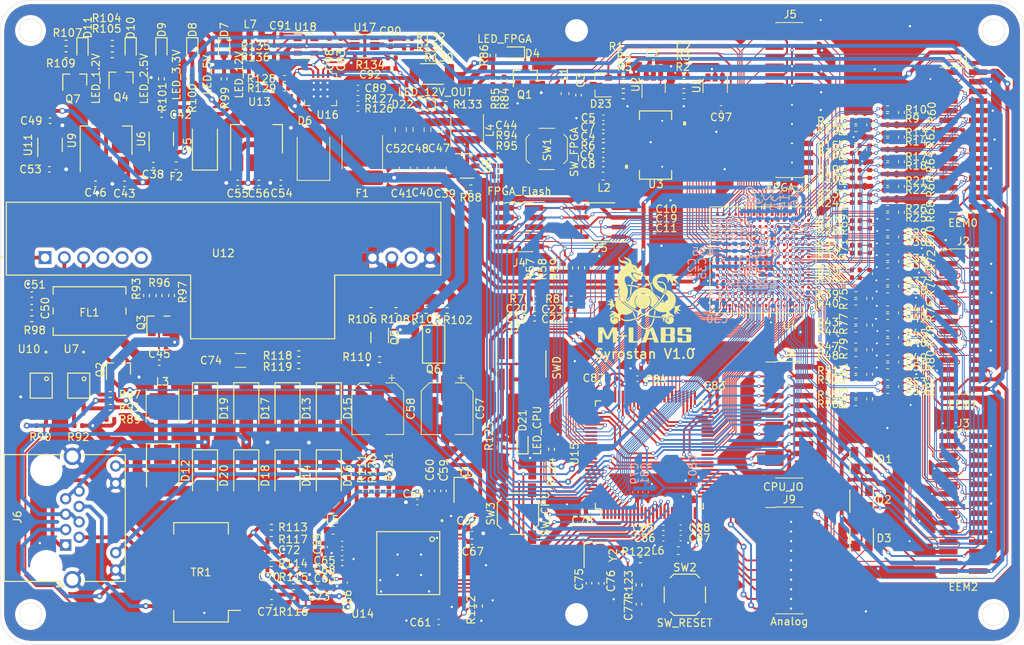
<source format=kicad_pcb>
(kicad_pcb (version 20171130) (host pcbnew 5.1.10-88a1d61d58~88~ubuntu20.04.1)

  (general
    (thickness 1.6)
    (drawings 27)
    (tracks 4386)
    (zones 0)
    (modules 308)
    (nets 309)
  )

  (page A4)
  (layers
    (0 F.Cu signal)
    (1 In1.Cu power)
    (2 In2.Cu power)
    (31 B.Cu signal)
    (32 B.Adhes user)
    (33 F.Adhes user)
    (34 B.Paste user)
    (35 F.Paste user)
    (36 B.SilkS user)
    (37 F.SilkS user)
    (38 B.Mask user)
    (39 F.Mask user)
    (40 Dwgs.User user)
    (41 Cmts.User user)
    (42 Eco1.User user)
    (43 Eco2.User user)
    (44 Edge.Cuts user)
    (45 Margin user)
    (46 B.CrtYd user)
    (47 F.CrtYd user)
    (48 B.Fab user)
    (49 F.Fab user)
  )

  (setup
    (last_trace_width 0.254)
    (user_trace_width 0.127)
    (user_trace_width 0.254)
    (user_trace_width 0.381)
    (user_trace_width 0.508)
    (user_trace_width 0.762)
    (user_trace_width 1.016)
    (user_trace_width 1.27)
    (trace_clearance 0.0889)
    (zone_clearance 0.508)
    (zone_45_only no)
    (trace_min 0.1143)
    (via_size 0.45)
    (via_drill 0.25)
    (via_min_size 0.45)
    (via_min_drill 0.2)
    (user_via 0.45 0.25)
    (user_via 0.5 0.3)
    (user_via 0.8 0.5)
    (user_via 4.199999 4)
    (uvia_size 0.3)
    (uvia_drill 0.1)
    (uvias_allowed no)
    (uvia_min_size 0.25)
    (uvia_min_drill 0.1)
    (edge_width 0.05)
    (segment_width 0.127)
    (pcb_text_width 0.3)
    (pcb_text_size 1.5 1.5)
    (mod_edge_width 0.1524)
    (mod_text_size 1.016 1.016)
    (mod_text_width 0.1524)
    (pad_size 2.7 2.7)
    (pad_drill 0)
    (pad_to_mask_clearance 0)
    (solder_mask_min_width 0.00254)
    (aux_axis_origin 0 0)
    (grid_origin 210 57)
    (visible_elements FFFFFF7F)
    (pcbplotparams
      (layerselection 0x010fc_ffffffff)
      (usegerberextensions false)
      (usegerberattributes true)
      (usegerberadvancedattributes true)
      (creategerberjobfile true)
      (excludeedgelayer true)
      (linewidth 0.100000)
      (plotframeref false)
      (viasonmask false)
      (mode 1)
      (useauxorigin false)
      (hpglpennumber 1)
      (hpglpenspeed 20)
      (hpglpendiameter 15.000000)
      (psnegative false)
      (psa4output false)
      (plotreference true)
      (plotvalue true)
      (plotinvisibletext false)
      (padsonsilk false)
      (subtractmaskfromsilk false)
      (outputformat 1)
      (mirror false)
      (drillshape 1)
      (scaleselection 1)
      (outputdirectory ""))
  )

  (net 0 "")
  (net 1 GND)
  (net 2 "Net-(C2-Pad1)")
  (net 3 /HighSpeedADC/+5VA)
  (net 4 /FPGA/GNDPLL0)
  (net 5 /FPGA/VCCPLL0)
  (net 6 /FPGA/GNDPLL1)
  (net 7 /FPGA/VCCPLL1)
  (net 8 +12V_OUT)
  (net 9 /CurrentSenser/12V_CURRENT)
  (net 10 +12V)
  (net 11 +3V3)
  (net 12 +2V5)
  (net 13 +1V2)
  (net 14 +5V)
  (net 15 /Ethernet/+3V3A)
  (net 16 "Net-(C44-Pad2)")
  (net 17 /MCU/+3V3A)
  (net 18 +3V3MP)
  (net 19 "Net-(D4-Pad2)")
  (net 20 "Net-(D4-Pad1)")
  (net 21 "Net-(D9-Pad2)")
  (net 22 "Net-(D10-Pad2)")
  (net 23 "Net-(D11-Pad2)")
  (net 24 "Net-(D13-Pad2)")
  (net 25 /Ethernet/POE_VC-)
  (net 26 /Ethernet/POE_VC+)
  (net 27 "Net-(D15-Pad2)")
  (net 28 "Net-(D17-Pad2)")
  (net 29 "Net-(D19-Pad2)")
  (net 30 "Net-(D21-Pad2)")
  (net 31 /FPGA_IO1)
  (net 32 /FPGA_IO3)
  (net 33 /FPGA_IO5)
  (net 34 /FPGA_IO7)
  (net 35 /FPGA_IO9)
  (net 36 /FPGA_IO11)
  (net 37 /FPGA_IO13)
  (net 38 /FPGA_IO15)
  (net 39 /FPGA_IO14)
  (net 40 /FPGA_IO12)
  (net 41 /FPGA_IO10)
  (net 42 /FPGA_IO8)
  (net 43 /FPGA_IO6)
  (net 44 /FPGA_IO4)
  (net 45 /FPGA_IO2)
  (net 46 /FPGA_IO0)
  (net 47 /MCU/CPU_SWCLK)
  (net 48 /MCU/CPU_SWDIO)
  (net 49 /MCU/CPU_UART4_TX)
  (net 50 /MCU/CPU_UART4_RX)
  (net 51 /MCU/CPU_PWM_CH1)
  (net 52 /MCU/CPU_PWM_CH2)
  (net 53 /MCU/CPU_PWM_CH3)
  (net 54 /MCU/CPU_PWM_CH4)
  (net 55 /MCU/CPU_IIC2_SDA)
  (net 56 /MCU/CPU_IIC2_SCL)
  (net 57 /MCU/CPU_UART1_RX)
  (net 58 /MCU/CPU_UART1_TX)
  (net 59 /MCU/CPU_SPI2_MOSI)
  (net 60 /MCU/CPU_SPI2_MISO)
  (net 61 /MCU/CPU_SPI2_SCK)
  (net 62 /MCU/CPU_SPI2_CS)
  (net 63 /MCU/CPU_DAC1)
  (net 64 /MCU/CPU_DAC0)
  (net 65 /MCU/CPU_ADC5)
  (net 66 /MCU/CPU_ADC4)
  (net 67 /MCU/CPU_ADC3)
  (net 68 /MCU/CPU_ADC2)
  (net 69 /MCU/CPU_ADC1)
  (net 70 /MCU/CPU_ADC0)
  (net 71 /CurrentSenser/12V_SW)
  (net 72 "Net-(Q1-Pad1)")
  (net 73 "Net-(Q2-Pad3)")
  (net 74 /MCU/CPU_RESET)
  (net 75 "Net-(Q7-Pad1)")
  (net 76 /MCU/CPU_POE_AT_EVENT)
  (net 77 /MCU/CPU_POE_SRC_STATUS)
  (net 78 /Ethernet/RJ45_LED_G)
  (net 79 /Ethernet/RJ45_LED_Y)
  (net 80 /CurrentSenser/+3V3A)
  (net 81 /EEM0_IIC_SCL)
  (net 82 /EEM0_IIC_SDA)
  (net 83 /EEM1_IIC_SCL)
  (net 84 /EEM1_IIC_SDA)
  (net 85 /EEM2_IIC_SCL)
  (net 86 /EEM2_IIC_SDA)
  (net 87 /EEM0_7_N)
  (net 88 /EEM0_6_P)
  (net 89 /EEM0_5_N)
  (net 90 /EEM0_4_P)
  (net 91 /EEM0_3_N)
  (net 92 /EEM0_2_P)
  (net 93 /EEM0_1_N)
  (net 94 /EEM0_0_P)
  (net 95 /EEM0_7_P)
  (net 96 /EEM0_6_N)
  (net 97 /EEM0_5_P)
  (net 98 /EEM0_4_N)
  (net 99 /EEM0_3_P)
  (net 100 /EEM0_2_N)
  (net 101 /EEM0_1_P)
  (net 102 /EEM0_0_N)
  (net 103 /EEM1_7_N)
  (net 104 /EEM1_6_P)
  (net 105 /EEM1_5_N)
  (net 106 /EEM1_4_P)
  (net 107 /EEM1_3_N)
  (net 108 /EEM1_2_P)
  (net 109 /EEM1_1_N)
  (net 110 /EEM1_0_P)
  (net 111 /EEM1_7_P)
  (net 112 /EEM1_6_N)
  (net 113 /EEM1_5_P)
  (net 114 /EEM1_4_N)
  (net 115 /EEM1_3_P)
  (net 116 /EEM1_2_N)
  (net 117 /EEM1_1_P)
  (net 118 /EEM1_0_N)
  (net 119 /EEM2_7_N)
  (net 120 /EEM2_6_P)
  (net 121 /EEM2_5_N)
  (net 122 /EEM2_4_P)
  (net 123 /EEM2_3_N)
  (net 124 /EEM2_2_P)
  (net 125 /EEM2_1_N)
  (net 126 /EEM2_0_P)
  (net 127 /EEM2_7_P)
  (net 128 /EEM2_6_N)
  (net 129 /EEM2_5_P)
  (net 130 /EEM2_4_N)
  (net 131 /EEM2_3_P)
  (net 132 /EEM2_2_N)
  (net 133 /EEM2_1_P)
  (net 134 /EEM2_0_N)
  (net 135 /CDONE)
  (net 136 /CRESET)
  (net 137 /SPI_CS)
  (net 138 /ENC_INT)
  (net 139 /ADC_D0)
  (net 140 /ADC_D1)
  (net 141 /ADC_D2)
  (net 142 /ADC_D3)
  (net 143 /ADC_D4)
  (net 144 /ADC_D5)
  (net 145 /ADC_D6)
  (net 146 /ADC_D7)
  (net 147 /ADC_CLK)
  (net 148 /FSMC_CLK)
  (net 149 /FSMC_D15)
  (net 150 /FSMC_D9)
  (net 151 /FSMC_D10)
  (net 152 /FSMC_D0)
  (net 153 /FSMC_A7)
  (net 154 /FSMC_NL)
  (net 155 /FSMC_NBL0)
  (net 156 /FSMC_D6)
  (net 157 /FSMC_D7)
  (net 158 /FSMC_D5)
  (net 159 /FSMC_D1)
  (net 160 /FSMC_A3)
  (net 161 /FSMC_A1)
  (net 162 /FSMC_NWAIT)
  (net 163 /FSMC_NOE)
  (net 164 /FSMC_D12)
  (net 165 /FSMC_D8)
  (net 166 /FSMC_D3)
  (net 167 /FSMC_A4)
  (net 168 /FSMC_A6)
  (net 169 /FSMC_A0)
  (net 170 /FSMC_NBL1)
  (net 171 /FSMC_D14)
  (net 172 /FSMC_D11)
  (net 173 /FSMC_D4)
  (net 174 /FSMC_A2)
  (net 175 /FSMC_D13)
  (net 176 /FSMC_D2)
  (net 177 /FSMC_A5)
  (net 178 /FSMC_NE1)
  (net 179 /FSMC_NWE)
  (net 180 /CSBSEL0)
  (net 181 /SPI_MOSI)
  (net 182 /SPI_MISO)
  (net 183 /CSBSEL1)
  (net 184 /SPI_SCK)
  (net 185 /SPI_ENC_CS)
  (net 186 "Net-(C7-Pad2)")
  (net 187 "Net-(D8-Pad2)")
  (net 188 "Net-(D10-Pad1)")
  (net 189 "Net-(D11-Pad1)")
  (net 190 "Net-(D21-Pad1)")
  (net 191 "Net-(D22-Pad1)")
  (net 192 "Net-(Q3-Pad1)")
  (net 193 "Net-(Q4-Pad1)")
  (net 194 "Net-(Q5-Pad6)")
  (net 195 "Net-(Q5-Pad2)")
  (net 196 "Net-(Q5-Pad3)")
  (net 197 "Net-(D22-Pad2)")
  (net 198 HSADC_IN)
  (net 199 "Net-(J6-Pad12)")
  (net 200 "Net-(J6-Pad10)")
  (net 201 "Net-(J6-Pad6)")
  (net 202 "Net-(J6-Pad2)")
  (net 203 "Net-(J6-Pad3)")
  (net 204 "Net-(J6-Pad1)")
  (net 205 "Net-(R88-Pad1)")
  (net 206 "Net-(SW3-Pad2)")
  (net 207 /FPGA/LVDS0_0_P)
  (net 208 /FPGA/LVDS0_0_N)
  (net 209 /FPGA/LVDS0_1_P)
  (net 210 /FPGA/LVDS0_1_N)
  (net 211 /FPGA/LVDS0_2_P)
  (net 212 /FPGA/LVDS0_2_N)
  (net 213 /FPGA/LVDS0_3_P)
  (net 214 /FPGA/LVDS0_3_N)
  (net 215 /FPGA/LVDS0_4_P)
  (net 216 /FPGA/LVDS0_4_N)
  (net 217 /FPGA/LVDS0_5_P)
  (net 218 /FPGA/LVDS0_5_N)
  (net 219 /FPGA/LVDS0_6_P)
  (net 220 /FPGA/LVDS0_6_N)
  (net 221 /FPGA/LVDS0_7_P)
  (net 222 /FPGA/LVDS0_7_N)
  (net 223 /FPGA/LVDS1_0_P)
  (net 224 /FPGA/LVDS1_0_N)
  (net 225 /FPGA/LVDS1_1_P)
  (net 226 /FPGA/LVDS1_1_N)
  (net 227 /FPGA/LVDS1_2_P)
  (net 228 /FPGA/LVDS1_2_N)
  (net 229 /FPGA/LVDS1_3_P)
  (net 230 /FPGA/LVDS1_3_N)
  (net 231 /FPGA/LVDS1_4_P)
  (net 232 /FPGA/LVDS1_4_N)
  (net 233 /FPGA/LVDS1_5_P)
  (net 234 /FPGA/LVDS1_5_N)
  (net 235 /FPGA/LVDS1_6_P)
  (net 236 /FPGA/LVDS1_6_N)
  (net 237 /FPGA/LVDS1_7_P)
  (net 238 /FPGA/LVDS1_7_N)
  (net 239 /FPGA/LVDS2_0_P)
  (net 240 /FPGA/LVDS2_0_N)
  (net 241 /FPGA/LVDS2_1_P)
  (net 242 /FPGA/LVDS2_1_N)
  (net 243 /FPGA/LVDS2_2_P)
  (net 244 /FPGA/LVDS2_2_N)
  (net 245 /FPGA/LVDS2_3_P)
  (net 246 /FPGA/LVDS2_3_N)
  (net 247 /FPGA/LVDS2_4_P)
  (net 248 /FPGA/LVDS2_4_N)
  (net 249 /FPGA/LVDS2_5_P)
  (net 250 /FPGA/LVDS2_5_N)
  (net 251 /FPGA/LVDS2_6_P)
  (net 252 /FPGA/LVDS2_6_N)
  (net 253 /FPGA/LVDS2_7_P)
  (net 254 /FPGA/LVDS2_7_N)
  (net 255 /FPGA/FPGA_LED)
  (net 256 /FPGA/FPGA_KEY)
  (net 257 /IIC_SCL)
  (net 258 /IIC_SDA)
  (net 259 "Net-(R135-Pad2)")
  (net 260 +6V)
  (net 261 "Net-(R126-Pad1)")
  (net 262 /CurrentSenser/12V_OUT_FAULT)
  (net 263 "Net-(C4-Pad1)")
  (net 264 "Net-(C5-Pad1)")
  (net 265 "Net-(C8-Pad2)")
  (net 266 "Net-(C44-Pad1)")
  (net 267 "Net-(C45-Pad2)")
  (net 268 "Net-(C45-Pad1)")
  (net 269 "Net-(C47-Pad1)")
  (net 270 "Net-(C50-Pad2)")
  (net 271 "Net-(C51-Pad1)")
  (net 272 "Net-(C57-Pad1)")
  (net 273 "Net-(C59-Pad1)")
  (net 274 "Net-(C60-Pad1)")
  (net 275 "Net-(C67-Pad2)")
  (net 276 "Net-(C70-Pad2)")
  (net 277 "Net-(C70-Pad1)")
  (net 278 "Net-(C71-Pad2)")
  (net 279 "Net-(C71-Pad1)")
  (net 280 "Net-(C72-Pad1)")
  (net 281 "Net-(C73-Pad1)")
  (net 282 "Net-(C74-Pad1)")
  (net 283 "Net-(C75-Pad1)")
  (net 284 "Net-(C76-Pad1)")
  (net 285 "Net-(C77-Pad2)")
  (net 286 "Net-(C89-Pad1)")
  (net 287 "Net-(C90-Pad2)")
  (net 288 "Net-(C90-Pad1)")
  (net 289 "Net-(D7-Pad2)")
  (net 290 "Net-(R2-Pad1)")
  (net 291 "Net-(R3-Pad1)")
  (net 292 "Net-(R5-Pad2)")
  (net 293 "Net-(R87-Pad2)")
  (net 294 "Net-(R89-Pad1)")
  (net 295 "Net-(R94-Pad1)")
  (net 296 "Net-(R98-Pad2)")
  (net 297 "Net-(R111-Pad1)")
  (net 298 "Net-(R113-Pad1)")
  (net 299 "Net-(R114-Pad2)")
  (net 300 "Net-(R124-Pad1)")
  (net 301 "Net-(R127-Pad1)")
  (net 302 "Net-(R134-Pad2)")
  (net 303 "Net-(U10-Pad2)")
  (net 304 /MCU/CPU_ADC7)
  (net 305 /MCU/CPU_ADC6)
  (net 306 /CurrentSenser/12V_CURRENT_REF)
  (net 307 "Net-(D5-Pad1)")
  (net 308 "Net-(D23-Pad1)")

  (net_class Default "This is the default net class."
    (clearance 0.0889)
    (trace_width 0.254)
    (via_dia 0.45)
    (via_drill 0.25)
    (uvia_dia 0.3)
    (uvia_drill 0.1)
    (diff_pair_width 0.127)
    (diff_pair_gap 0.1016)
    (add_net +12V)
    (add_net +12V_OUT)
    (add_net +1V2)
    (add_net +2V5)
    (add_net +3V3)
    (add_net +3V3MP)
    (add_net +5V)
    (add_net +6V)
    (add_net /ADC_CLK)
    (add_net /ADC_D0)
    (add_net /ADC_D1)
    (add_net /ADC_D2)
    (add_net /ADC_D3)
    (add_net /ADC_D4)
    (add_net /ADC_D5)
    (add_net /ADC_D6)
    (add_net /ADC_D7)
    (add_net /CDONE)
    (add_net /CRESET)
    (add_net /CSBSEL0)
    (add_net /CSBSEL1)
    (add_net /CurrentSenser/+3V3A)
    (add_net /CurrentSenser/12V_CURRENT)
    (add_net /CurrentSenser/12V_CURRENT_REF)
    (add_net /CurrentSenser/12V_OUT_FAULT)
    (add_net /CurrentSenser/12V_SW)
    (add_net /ENC_INT)
    (add_net /Ethernet/+3V3A)
    (add_net /Ethernet/POE_VC+)
    (add_net /Ethernet/POE_VC-)
    (add_net /Ethernet/RJ45_LED_G)
    (add_net /Ethernet/RJ45_LED_Y)
    (add_net /FPGA/FPGA_KEY)
    (add_net /FPGA/FPGA_LED)
    (add_net /FPGA/GNDPLL0)
    (add_net /FPGA/GNDPLL1)
    (add_net /FPGA/VCCPLL0)
    (add_net /FPGA/VCCPLL1)
    (add_net /FPGA_IO0)
    (add_net /FPGA_IO1)
    (add_net /FPGA_IO10)
    (add_net /FPGA_IO11)
    (add_net /FPGA_IO12)
    (add_net /FPGA_IO13)
    (add_net /FPGA_IO14)
    (add_net /FPGA_IO15)
    (add_net /FPGA_IO2)
    (add_net /FPGA_IO3)
    (add_net /FPGA_IO4)
    (add_net /FPGA_IO5)
    (add_net /FPGA_IO6)
    (add_net /FPGA_IO7)
    (add_net /FPGA_IO8)
    (add_net /FPGA_IO9)
    (add_net /FSMC_A0)
    (add_net /FSMC_A1)
    (add_net /FSMC_A2)
    (add_net /FSMC_A3)
    (add_net /FSMC_A4)
    (add_net /FSMC_A5)
    (add_net /FSMC_A6)
    (add_net /FSMC_A7)
    (add_net /FSMC_CLK)
    (add_net /FSMC_D0)
    (add_net /FSMC_D1)
    (add_net /FSMC_D10)
    (add_net /FSMC_D11)
    (add_net /FSMC_D12)
    (add_net /FSMC_D13)
    (add_net /FSMC_D14)
    (add_net /FSMC_D15)
    (add_net /FSMC_D2)
    (add_net /FSMC_D3)
    (add_net /FSMC_D4)
    (add_net /FSMC_D5)
    (add_net /FSMC_D6)
    (add_net /FSMC_D7)
    (add_net /FSMC_D8)
    (add_net /FSMC_D9)
    (add_net /FSMC_NBL0)
    (add_net /FSMC_NBL1)
    (add_net /FSMC_NE1)
    (add_net /FSMC_NL)
    (add_net /FSMC_NOE)
    (add_net /FSMC_NWAIT)
    (add_net /FSMC_NWE)
    (add_net /HighSpeedADC/+5VA)
    (add_net /IIC_SCL)
    (add_net /IIC_SDA)
    (add_net /MCU/+3V3A)
    (add_net /MCU/CPU_ADC0)
    (add_net /MCU/CPU_ADC1)
    (add_net /MCU/CPU_ADC2)
    (add_net /MCU/CPU_ADC3)
    (add_net /MCU/CPU_ADC4)
    (add_net /MCU/CPU_ADC5)
    (add_net /MCU/CPU_ADC6)
    (add_net /MCU/CPU_ADC7)
    (add_net /MCU/CPU_DAC0)
    (add_net /MCU/CPU_DAC1)
    (add_net /MCU/CPU_IIC2_SCL)
    (add_net /MCU/CPU_IIC2_SDA)
    (add_net /MCU/CPU_POE_AT_EVENT)
    (add_net /MCU/CPU_POE_SRC_STATUS)
    (add_net /MCU/CPU_PWM_CH1)
    (add_net /MCU/CPU_PWM_CH2)
    (add_net /MCU/CPU_PWM_CH3)
    (add_net /MCU/CPU_PWM_CH4)
    (add_net /MCU/CPU_RESET)
    (add_net /MCU/CPU_SPI2_CS)
    (add_net /MCU/CPU_SPI2_MISO)
    (add_net /MCU/CPU_SPI2_MOSI)
    (add_net /MCU/CPU_SPI2_SCK)
    (add_net /MCU/CPU_SWCLK)
    (add_net /MCU/CPU_SWDIO)
    (add_net /MCU/CPU_UART1_RX)
    (add_net /MCU/CPU_UART1_TX)
    (add_net /MCU/CPU_UART4_RX)
    (add_net /MCU/CPU_UART4_TX)
    (add_net /SPI_CS)
    (add_net /SPI_ENC_CS)
    (add_net /SPI_MISO)
    (add_net /SPI_MOSI)
    (add_net /SPI_SCK)
    (add_net GND)
    (add_net HSADC_IN)
    (add_net "Net-(C2-Pad1)")
    (add_net "Net-(C4-Pad1)")
    (add_net "Net-(C44-Pad1)")
    (add_net "Net-(C44-Pad2)")
    (add_net "Net-(C45-Pad1)")
    (add_net "Net-(C45-Pad2)")
    (add_net "Net-(C47-Pad1)")
    (add_net "Net-(C5-Pad1)")
    (add_net "Net-(C50-Pad2)")
    (add_net "Net-(C51-Pad1)")
    (add_net "Net-(C57-Pad1)")
    (add_net "Net-(C59-Pad1)")
    (add_net "Net-(C60-Pad1)")
    (add_net "Net-(C67-Pad2)")
    (add_net "Net-(C7-Pad2)")
    (add_net "Net-(C70-Pad1)")
    (add_net "Net-(C70-Pad2)")
    (add_net "Net-(C71-Pad1)")
    (add_net "Net-(C71-Pad2)")
    (add_net "Net-(C72-Pad1)")
    (add_net "Net-(C73-Pad1)")
    (add_net "Net-(C74-Pad1)")
    (add_net "Net-(C75-Pad1)")
    (add_net "Net-(C76-Pad1)")
    (add_net "Net-(C77-Pad2)")
    (add_net "Net-(C8-Pad2)")
    (add_net "Net-(C89-Pad1)")
    (add_net "Net-(C90-Pad1)")
    (add_net "Net-(C90-Pad2)")
    (add_net "Net-(D10-Pad1)")
    (add_net "Net-(D10-Pad2)")
    (add_net "Net-(D11-Pad1)")
    (add_net "Net-(D11-Pad2)")
    (add_net "Net-(D13-Pad2)")
    (add_net "Net-(D15-Pad2)")
    (add_net "Net-(D17-Pad2)")
    (add_net "Net-(D19-Pad2)")
    (add_net "Net-(D21-Pad1)")
    (add_net "Net-(D21-Pad2)")
    (add_net "Net-(D22-Pad1)")
    (add_net "Net-(D22-Pad2)")
    (add_net "Net-(D23-Pad1)")
    (add_net "Net-(D4-Pad1)")
    (add_net "Net-(D4-Pad2)")
    (add_net "Net-(D5-Pad1)")
    (add_net "Net-(D7-Pad2)")
    (add_net "Net-(D8-Pad2)")
    (add_net "Net-(D9-Pad2)")
    (add_net "Net-(J6-Pad1)")
    (add_net "Net-(J6-Pad10)")
    (add_net "Net-(J6-Pad12)")
    (add_net "Net-(J6-Pad2)")
    (add_net "Net-(J6-Pad3)")
    (add_net "Net-(J6-Pad6)")
    (add_net "Net-(Q1-Pad1)")
    (add_net "Net-(Q2-Pad3)")
    (add_net "Net-(Q3-Pad1)")
    (add_net "Net-(Q4-Pad1)")
    (add_net "Net-(Q5-Pad2)")
    (add_net "Net-(Q5-Pad3)")
    (add_net "Net-(Q5-Pad6)")
    (add_net "Net-(Q7-Pad1)")
    (add_net "Net-(R111-Pad1)")
    (add_net "Net-(R113-Pad1)")
    (add_net "Net-(R114-Pad2)")
    (add_net "Net-(R124-Pad1)")
    (add_net "Net-(R126-Pad1)")
    (add_net "Net-(R127-Pad1)")
    (add_net "Net-(R134-Pad2)")
    (add_net "Net-(R135-Pad2)")
    (add_net "Net-(R2-Pad1)")
    (add_net "Net-(R3-Pad1)")
    (add_net "Net-(R5-Pad2)")
    (add_net "Net-(R87-Pad2)")
    (add_net "Net-(R88-Pad1)")
    (add_net "Net-(R89-Pad1)")
    (add_net "Net-(R94-Pad1)")
    (add_net "Net-(R98-Pad2)")
    (add_net "Net-(SW3-Pad2)")
    (add_net "Net-(U10-Pad2)")
  )

  (net_class Diff_In ""
    (clearance 0.0889)
    (trace_width 0.1524)
    (via_dia 0.8)
    (via_drill 0.4)
    (uvia_dia 0.3)
    (uvia_drill 0.1)
    (diff_pair_width 0.1143)
    (diff_pair_gap 0.1524)
  )

  (net_class Diff_Out ""
    (clearance 0.0889)
    (trace_width 0.127)
    (via_dia 0.8)
    (via_drill 0.4)
    (uvia_dia 0.3)
    (uvia_drill 0.1)
    (diff_pair_width 0.127)
    (diff_pair_gap 0.127)
    (add_net /EEM0_0_N)
    (add_net /EEM0_0_P)
    (add_net /EEM0_1_N)
    (add_net /EEM0_1_P)
    (add_net /EEM0_2_N)
    (add_net /EEM0_2_P)
    (add_net /EEM0_3_N)
    (add_net /EEM0_3_P)
    (add_net /EEM0_4_N)
    (add_net /EEM0_4_P)
    (add_net /EEM0_5_N)
    (add_net /EEM0_5_P)
    (add_net /EEM0_6_N)
    (add_net /EEM0_6_P)
    (add_net /EEM0_7_N)
    (add_net /EEM0_7_P)
    (add_net /EEM0_IIC_SCL)
    (add_net /EEM0_IIC_SDA)
    (add_net /EEM1_0_N)
    (add_net /EEM1_0_P)
    (add_net /EEM1_1_N)
    (add_net /EEM1_1_P)
    (add_net /EEM1_2_N)
    (add_net /EEM1_2_P)
    (add_net /EEM1_3_N)
    (add_net /EEM1_3_P)
    (add_net /EEM1_4_N)
    (add_net /EEM1_4_P)
    (add_net /EEM1_5_N)
    (add_net /EEM1_5_P)
    (add_net /EEM1_6_N)
    (add_net /EEM1_6_P)
    (add_net /EEM1_7_N)
    (add_net /EEM1_7_P)
    (add_net /EEM1_IIC_SCL)
    (add_net /EEM1_IIC_SDA)
    (add_net /EEM2_0_N)
    (add_net /EEM2_0_P)
    (add_net /EEM2_1_N)
    (add_net /EEM2_1_P)
    (add_net /EEM2_2_N)
    (add_net /EEM2_2_P)
    (add_net /EEM2_3_N)
    (add_net /EEM2_3_P)
    (add_net /EEM2_4_N)
    (add_net /EEM2_4_P)
    (add_net /EEM2_5_N)
    (add_net /EEM2_5_P)
    (add_net /EEM2_6_N)
    (add_net /EEM2_6_P)
    (add_net /EEM2_7_N)
    (add_net /EEM2_7_P)
    (add_net /EEM2_IIC_SCL)
    (add_net /EEM2_IIC_SDA)
    (add_net /FPGA/LVDS0_0_N)
    (add_net /FPGA/LVDS0_0_P)
    (add_net /FPGA/LVDS0_1_N)
    (add_net /FPGA/LVDS0_1_P)
    (add_net /FPGA/LVDS0_2_N)
    (add_net /FPGA/LVDS0_2_P)
    (add_net /FPGA/LVDS0_3_N)
    (add_net /FPGA/LVDS0_3_P)
    (add_net /FPGA/LVDS0_4_N)
    (add_net /FPGA/LVDS0_4_P)
    (add_net /FPGA/LVDS0_5_N)
    (add_net /FPGA/LVDS0_5_P)
    (add_net /FPGA/LVDS0_6_N)
    (add_net /FPGA/LVDS0_6_P)
    (add_net /FPGA/LVDS0_7_N)
    (add_net /FPGA/LVDS0_7_P)
    (add_net /FPGA/LVDS1_0_N)
    (add_net /FPGA/LVDS1_0_P)
    (add_net /FPGA/LVDS1_1_N)
    (add_net /FPGA/LVDS1_1_P)
    (add_net /FPGA/LVDS1_2_N)
    (add_net /FPGA/LVDS1_2_P)
    (add_net /FPGA/LVDS1_3_N)
    (add_net /FPGA/LVDS1_3_P)
    (add_net /FPGA/LVDS1_4_N)
    (add_net /FPGA/LVDS1_4_P)
    (add_net /FPGA/LVDS1_5_N)
    (add_net /FPGA/LVDS1_5_P)
    (add_net /FPGA/LVDS1_6_N)
    (add_net /FPGA/LVDS1_6_P)
    (add_net /FPGA/LVDS1_7_N)
    (add_net /FPGA/LVDS1_7_P)
    (add_net /FPGA/LVDS2_0_N)
    (add_net /FPGA/LVDS2_0_P)
    (add_net /FPGA/LVDS2_1_N)
    (add_net /FPGA/LVDS2_1_P)
    (add_net /FPGA/LVDS2_2_N)
    (add_net /FPGA/LVDS2_2_P)
    (add_net /FPGA/LVDS2_3_N)
    (add_net /FPGA/LVDS2_3_P)
    (add_net /FPGA/LVDS2_4_N)
    (add_net /FPGA/LVDS2_4_P)
    (add_net /FPGA/LVDS2_5_N)
    (add_net /FPGA/LVDS2_5_P)
    (add_net /FPGA/LVDS2_6_N)
    (add_net /FPGA/LVDS2_6_P)
    (add_net /FPGA/LVDS2_7_N)
    (add_net /FPGA/LVDS2_7_P)
  )

  (module TestAutomation:logo (layer F.Cu) (tedit 0) (tstamp 60ED30F2)
    (at 163.94 92.39)
    (fp_text reference G*** (at 0 0) (layer F.SilkS) hide
      (effects (font (size 1.524 1.524) (thickness 0.3)))
    )
    (fp_text value LOGO (at 0.75 0) (layer F.SilkS) hide
      (effects (font (size 1.524 1.524) (thickness 0.3)))
    )
    (fp_poly (pts (xy -5.129623 4.359864) (xy -5.068021 4.492409) (xy -5.010726 4.614826) (xy -4.95931 4.723818)
      (xy -4.915347 4.816088) (xy -4.880411 4.888339) (xy -4.856073 4.937276) (xy -4.843908 4.9596)
      (xy -4.842933 4.960638) (xy -4.834042 4.945901) (xy -4.812277 4.903817) (xy -4.779242 4.837659)
      (xy -4.736538 4.750697) (xy -4.685771 4.646201) (xy -4.628542 4.527442) (xy -4.566456 4.397691)
      (xy -4.548485 4.359975) (xy -4.262504 3.7592) (xy -3.589596 3.7592) (xy -3.593964 4.754034)
      (xy -3.598333 5.748867) (xy -3.8735 5.75352) (xy -4.148666 5.758172) (xy -4.148666 5.046553)
      (xy -4.148958 4.895027) (xy -4.149792 4.754537) (xy -4.151105 4.628577) (xy -4.152836 4.520643)
      (xy -4.154921 4.43423) (xy -4.157298 4.372832) (xy -4.159906 4.339944) (xy -4.161366 4.335268)
      (xy -4.171479 4.350064) (xy -4.194193 4.391854) (xy -4.22768 4.456996) (xy -4.270108 4.541848)
      (xy -4.319646 4.642767) (xy -4.374464 4.75611) (xy -4.406047 4.822101) (xy -4.638027 5.3086)
      (xy -4.838342 5.313325) (xy -5.038656 5.318049) (xy -5.265525 4.839191) (xy -5.321881 4.720652)
      (xy -5.37402 4.611771) (xy -5.420075 4.516382) (xy -5.458181 4.438321) (xy -5.486472 4.381422)
      (xy -5.503083 4.349521) (xy -5.50633 4.344247) (xy -5.509285 4.357108) (xy -5.512026 4.400449)
      (xy -5.514486 4.470886) (xy -5.516597 4.565031) (xy -5.518292 4.6795) (xy -5.519503 4.810906)
      (xy -5.520163 4.955863) (xy -5.520267 5.042747) (xy -5.520266 5.757334) (xy -6.079067 5.757334)
      (xy -6.079067 3.7592) (xy -5.407846 3.7592) (xy -5.129623 4.359864)) (layer F.SilkS) (width 0.01))
    (fp_poly (pts (xy -1.452182 4.6609) (xy -1.4478 5.5626) (xy -0.977024 5.567103) (xy -0.506249 5.571606)
      (xy -0.511358 5.660236) (xy -0.516466 5.748867) (xy -2.065866 5.757675) (xy -2.065866 3.7592)
      (xy -1.456563 3.7592) (xy -1.452182 4.6609)) (layer F.SilkS) (width 0.01))
    (fp_poly (pts (xy 1.199339 3.8481) (xy 1.211546 3.88038) (xy 1.234595 3.9411) (xy 1.267267 4.027054)
      (xy 1.308341 4.135036) (xy 1.356599 4.261841) (xy 1.410819 4.404263) (xy 1.469783 4.559097)
      (xy 1.53227 4.723135) (xy 1.573089 4.830268) (xy 1.636019 4.995716) (xy 1.695179 5.151828)
      (xy 1.749487 5.295716) (xy 1.797864 5.424489) (xy 1.83923 5.535255) (xy 1.872503 5.625125)
      (xy 1.896604 5.691208) (xy 1.910452 5.730615) (xy 1.913467 5.740825) (xy 1.896728 5.747582)
      (xy 1.847142 5.752058) (xy 1.765654 5.754213) (xy 1.653208 5.754008) (xy 1.614296 5.753491)
      (xy 1.315125 5.748867) (xy 1.248818 5.5499) (xy 1.182511 5.350934) (xy 0.375356 5.350934)
      (xy 0.309049 5.5499) (xy 0.242742 5.748867) (xy -0.057696 5.753496) (xy -0.165176 5.754952)
      (xy -0.243238 5.755252) (xy -0.296321 5.754006) (xy -0.328865 5.750827) (xy -0.34531 5.745328)
      (xy -0.350095 5.73712) (xy -0.348432 5.728096) (xy -0.340658 5.706753) (xy -0.322031 5.656896)
      (xy -0.293736 5.581667) (xy -0.25696 5.484205) (xy -0.21289 5.367652) (xy -0.162712 5.235148)
      (xy -0.131292 5.152279) (xy 0.440267 5.152279) (xy 0.456356 5.156038) (xy 0.501251 5.159338)
      (xy 0.56989 5.161995) (xy 0.657213 5.163824) (xy 0.758159 5.164641) (xy 0.780075 5.164667)
      (xy 1.119882 5.164667) (xy 1.108972 5.126567) (xy 1.094912 5.080199) (xy 1.073135 5.011781)
      (xy 1.045231 4.926031) (xy 1.012793 4.827664) (xy 0.977412 4.721397) (xy 0.940681 4.611947)
      (xy 0.904191 4.50403) (xy 0.869534 4.402363) (xy 0.838302 4.311662) (xy 0.812085 4.236645)
      (xy 0.792477 4.182027) (xy 0.781069 4.152525) (xy 0.778945 4.148667) (xy 0.77202 4.16397)
      (xy 0.756107 4.206743) (xy 0.732792 4.272286) (xy 0.703661 4.355895) (xy 0.670302 4.452868)
      (xy 0.634302 4.558503) (xy 0.597247 4.668098) (xy 0.560724 4.776951) (xy 0.526319 4.880359)
      (xy 0.495621 4.97362) (xy 0.470215 5.052032) (xy 0.451688 5.110893) (xy 0.441627 5.145501)
      (xy 0.440267 5.152279) (xy -0.131292 5.152279) (xy -0.107614 5.089833) (xy -0.048781 4.934848)
      (xy -0.036436 4.902348) (xy 0.265859 4.106628) (xy 0.32343 4.091911) (xy 0.498731 4.035761)
      (xy 0.653844 3.962918) (xy 0.784349 3.875748) (xy 0.862319 3.803585) (xy 0.886339 3.780901)
      (xy 0.91261 3.767591) (xy 0.950662 3.7612) (xy 1.010025 3.759274) (xy 1.034669 3.7592)
      (xy 1.165967 3.7592) (xy 1.199339 3.8481)) (layer F.SilkS) (width 0.01))
    (fp_poly (pts (xy 3.018367 3.75945) (xy 3.215787 3.759527) (xy 3.382214 3.759813) (xy 3.520519 3.760572)
      (xy 3.633575 3.762073) (xy 3.724256 3.764581) (xy 3.795432 3.768363) (xy 3.849978 3.773687)
      (xy 3.890766 3.780818) (xy 3.920668 3.790023) (xy 3.942557 3.80157) (xy 3.959306 3.815724)
      (xy 3.973787 3.832752) (xy 3.986168 3.849294) (xy 3.998311 3.867821) (xy 4.007454 3.889556)
      (xy 4.014114 3.919498) (xy 4.018809 3.962646) (xy 4.022057 4.023997) (xy 4.024377 4.10855)
      (xy 4.026286 4.221303) (xy 4.026538 4.23876) (xy 4.027633 4.37269) (xy 4.02599 4.47719)
      (xy 4.02064 4.556649) (xy 4.010613 4.615456) (xy 3.994941 4.658003) (xy 3.972653 4.688679)
      (xy 3.942781 4.711873) (xy 3.919192 4.72484) (xy 3.867517 4.75068) (xy 3.919192 4.77564)
      (xy 3.95469 4.796425) (xy 3.981839 4.823092) (xy 4.001716 4.860114) (xy 4.015398 4.911967)
      (xy 4.023963 4.983126) (xy 4.028489 5.078065) (xy 4.030053 5.201261) (xy 4.030107 5.236291)
      (xy 4.02952 5.356475) (xy 4.027483 5.448087) (xy 4.023623 5.516403) (xy 4.017563 5.566702)
      (xy 4.008928 5.604259) (xy 4.002635 5.622175) (xy 3.991768 5.649378) (xy 3.980875 5.672375)
      (xy 3.967189 5.691535) (xy 3.947944 5.707227) (xy 3.920374 5.719822) (xy 3.881712 5.729688)
      (xy 3.829193 5.737196) (xy 3.760051 5.742715) (xy 3.671518 5.746615) (xy 3.56083 5.749266)
      (xy 3.425219 5.751036) (xy 3.261919 5.752296) (xy 3.068165 5.753415) (xy 3.018367 5.753695)
      (xy 2.167467 5.758524) (xy 2.167467 4.842934) (xy 2.794 4.842934) (xy 2.794 5.574418)
      (xy 3.091709 5.568509) (xy 3.199717 5.566081) (xy 3.278881 5.563318) (xy 3.334225 5.559617)
      (xy 3.370772 5.554371) (xy 3.393542 5.546974) (xy 3.40756 5.536823) (xy 3.413442 5.52973)
      (xy 3.423586 5.498827) (xy 3.431281 5.441816) (xy 3.436552 5.365547) (xy 3.439428 5.276868)
      (xy 3.439935 5.182629) (xy 3.438099 5.089678) (xy 3.433948 5.004864) (xy 3.427509 4.935037)
      (xy 3.418807 4.887044) (xy 3.410857 4.869543) (xy 3.395853 4.859639) (xy 3.370406 4.852458)
      (xy 3.32967 4.847599) (xy 3.268798 4.844661) (xy 3.182942 4.843243) (xy 3.089124 4.842934)
      (xy 2.794 4.842934) (xy 2.167467 4.842934) (xy 2.167467 3.945467) (xy 2.794 3.945467)
      (xy 2.794 4.656667) (xy 3.089124 4.656667) (xy 3.199425 4.656207) (xy 3.280715 4.65456)
      (xy 3.337841 4.651325) (xy 3.375651 4.646102) (xy 3.398992 4.638488) (xy 3.410857 4.630057)
      (xy 3.420743 4.615084) (xy 3.427917 4.589689) (xy 3.432776 4.549035) (xy 3.435721 4.488285)
      (xy 3.437148 4.402601) (xy 3.437467 4.307211) (xy 3.436468 4.200707) (xy 3.433659 4.10905)
      (xy 3.429323 4.037527) (xy 3.423739 3.991425) (xy 3.419938 3.97822) (xy 3.411562 3.966518)
      (xy 3.397587 3.957983) (xy 3.373145 3.95212) (xy 3.333366 3.948433) (xy 3.273383 3.946426)
      (xy 3.188327 3.945604) (xy 3.098204 3.945467) (xy 2.794 3.945467) (xy 2.167467 3.945467)
      (xy 2.167467 3.7592) (xy 3.018367 3.75945)) (layer F.SilkS) (width 0.01))
    (fp_poly (pts (xy 5.447451 3.759299) (xy 5.597096 3.759672) (xy 5.71909 3.760432) (xy 5.81654 3.761691)
      (xy 5.892554 3.763561) (xy 5.950239 3.766156) (xy 5.992702 3.769589) (xy 6.023051 3.773971)
      (xy 6.044394 3.779416) (xy 6.059837 3.786037) (xy 6.063481 3.788089) (xy 6.100444 3.815114)
      (xy 6.127354 3.84958) (xy 6.145672 3.896857) (xy 6.156864 3.962315) (xy 6.162391 4.051321)
      (xy 6.163734 4.155841) (xy 6.163734 4.386497) (xy 5.8547 4.381882) (xy 5.545667 4.377267)
      (xy 5.5372 4.1656) (xy 5.528734 3.953934) (xy 5.274855 3.949224) (xy 5.175569 3.947787)
      (xy 5.104734 3.948072) (xy 5.056956 3.950557) (xy 5.026841 3.955722) (xy 5.008997 3.964044)
      (xy 4.999688 3.973627) (xy 4.992473 4.000202) (xy 4.986662 4.053722) (xy 4.982305 4.127295)
      (xy 4.979452 4.214026) (xy 4.978154 4.307022) (xy 4.97846 4.399389) (xy 4.980422 4.484234)
      (xy 4.984089 4.554662) (xy 4.989512 4.603781) (xy 4.994952 4.6228) (xy 5.00403 4.630134)
      (xy 5.023355 4.636163) (xy 5.05632 4.641098) (xy 5.106318 4.645151) (xy 5.176742 4.648533)
      (xy 5.270985 4.651456) (xy 5.39244 4.654131) (xy 5.537979 4.656667) (xy 6.064973 4.665134)
      (xy 6.113154 4.719092) (xy 6.134971 4.746764) (xy 6.151779 4.777875) (xy 6.164112 4.816877)
      (xy 6.172502 4.868223) (xy 6.177483 4.936364) (xy 6.179587 5.025753) (xy 6.179347 5.140841)
      (xy 6.177753 5.258814) (xy 6.17666 5.368069) (xy 6.175441 5.459808) (xy 6.171369 5.535567)
      (xy 6.161715 5.596884) (xy 6.14375 5.645294) (xy 6.114745 5.682336) (xy 6.071972 5.709545)
      (xy 6.012704 5.72846) (xy 5.93421 5.740616) (xy 5.833763 5.747551) (xy 5.708634 5.750801)
      (xy 5.556094 5.751903) (xy 5.373416 5.752395) (xy 5.300905 5.752712) (xy 5.119353 5.753507)
      (xy 4.96856 5.753723) (xy 4.845424 5.753278) (xy 4.746841 5.75209) (xy 4.669707 5.750075)
      (xy 4.61092 5.747153) (xy 4.567376 5.743241) (xy 4.535972 5.738255) (xy 4.513604 5.732115)
      (xy 4.512734 5.7318) (xy 4.470044 5.716536) (xy 4.443459 5.70767) (xy 4.439939 5.706788)
      (xy 4.430642 5.692727) (xy 4.4128 5.657334) (xy 4.402211 5.634567) (xy 4.387803 5.596537)
      (xy 4.378167 5.552664) (xy 4.372431 5.495365) (xy 4.369726 5.417057) (xy 4.369172 5.3467)
      (xy 4.3688 5.1308) (xy 4.995334 5.1308) (xy 4.995334 5.334532) (xy 4.995885 5.421882)
      (xy 4.998072 5.481205) (xy 5.002696 5.518331) (xy 5.010556 5.539089) (xy 5.022453 5.54931)
      (xy 5.024967 5.550432) (xy 5.052504 5.555022) (xy 5.10644 5.558821) (xy 5.179308 5.561463)
      (xy 5.263643 5.562585) (xy 5.274734 5.5626) (xy 5.359986 5.561696) (xy 5.434714 5.559226)
      (xy 5.491453 5.555553) (xy 5.522736 5.551043) (xy 5.5245 5.550432) (xy 5.534793 5.543446)
      (xy 5.542404 5.529119) (xy 5.54773 5.502899) (xy 5.551168 5.460236) (xy 5.553116 5.396578)
      (xy 5.55397 5.307376) (xy 5.554134 5.210918) (xy 5.553345 5.082909) (xy 5.550888 4.986372)
      (xy 5.546625 4.918945) (xy 5.540417 4.878268) (xy 5.533813 4.863254) (xy 5.516579 4.856675)
      (xy 5.47788 4.851505) (xy 5.415275 4.847638) (xy 5.326324 4.844974) (xy 5.208584 4.84341)
      (xy 5.059616 4.842844) (xy 5.04698 4.842839) (xy 4.921367 4.842213) (xy 4.804077 4.840495)
      (xy 4.700208 4.837849) (xy 4.614859 4.834438) (xy 4.553128 4.830427) (xy 4.520112 4.825978)
      (xy 4.519943 4.825931) (xy 4.466052 4.801769) (xy 4.419489 4.766631) (xy 4.418343 4.765429)
      (xy 4.40542 4.750905) (xy 4.395481 4.73536) (xy 4.388067 4.714354) (xy 4.382722 4.683451)
      (xy 4.378988 4.63821) (xy 4.376407 4.574194) (xy 4.374522 4.486964) (xy 4.372876 4.372081)
      (xy 4.372183 4.317473) (xy 4.370837 4.18569) (xy 4.370659 4.083373) (xy 4.371855 4.006135)
      (xy 4.374631 3.94959) (xy 4.379194 3.90935) (xy 4.385751 3.881027) (xy 4.393637 3.86189)
      (xy 4.406221 3.838398) (xy 4.419539 3.818793) (xy 4.436582 3.802724) (xy 4.46034 3.789839)
      (xy 4.493803 3.779787) (xy 4.539963 3.772216) (xy 4.60181 3.766774) (xy 4.682334 3.76311)
      (xy 4.784526 3.760873) (xy 4.911377 3.759709) (xy 5.065876 3.759269) (xy 5.251016 3.7592)
      (xy 5.267047 3.7592) (xy 5.447451 3.759299)) (layer F.SilkS) (width 0.01))
    (fp_poly (pts (xy -2.319866 4.9784) (xy -3.3528 4.9784) (xy -3.3528 4.792134) (xy -2.319866 4.792134)
      (xy -2.319866 4.9784)) (layer F.SilkS) (width 0.01))
    (fp_poly (pts (xy 1.271986 2.519537) (xy 1.317794 2.523787) (xy 1.346596 2.528614) (xy 1.350602 2.530291)
      (xy 1.350682 2.550476) (xy 1.341833 2.596775) (xy 1.325771 2.66315) (xy 1.304211 2.743564)
      (xy 1.27887 2.831982) (xy 1.251463 2.922366) (xy 1.223706 3.008679) (xy 1.197314 3.084884)
      (xy 1.18017 3.129982) (xy 1.097486 3.316483) (xy 1.009151 3.475784) (xy 0.911038 3.614517)
      (xy 0.804333 3.73399) (xy 0.681391 3.844994) (xy 0.561128 3.925694) (xy 0.437974 3.978629)
      (xy 0.306357 4.006343) (xy 0.194733 4.012089) (xy 0.116502 4.007007) (xy 0.035429 3.99457)
      (xy -0.017412 3.981417) (xy -0.184028 3.911181) (xy -0.348611 3.80836) (xy -0.509899 3.674223)
      (xy -0.666629 3.510044) (xy -0.81754 3.317094) (xy -0.961369 3.096645) (xy -1.048988 2.94196)
      (xy -1.137679 2.776653) (xy -1.077383 2.75146) (xy -1.034396 2.735104) (xy -1.004556 2.726605)
      (xy -1.001141 2.726267) (xy -0.986274 2.740128) (xy -0.960466 2.777074) (xy -0.928418 2.830153)
      (xy -0.91626 2.851869) (xy -0.782607 3.074803) (xy -0.636824 3.280204) (xy -0.484013 3.461084)
      (xy -0.431811 3.515307) (xy -0.354181 3.591175) (xy -0.290827 3.647689) (xy -0.233756 3.691008)
      (xy -0.174969 3.727292) (xy -0.117877 3.757103) (xy 0.010184 3.811991) (xy 0.125399 3.842048)
      (xy 0.23607 3.848896) (xy 0.312756 3.841156) (xy 0.442273 3.803458) (xy 0.566292 3.733273)
      (xy 0.684074 3.631642) (xy 0.79488 3.499609) (xy 0.897973 3.338217) (xy 0.992613 3.148508)
      (xy 1.078062 2.931525) (xy 1.153581 2.68831) (xy 1.168336 2.633134) (xy 1.199186 2.5146)
      (xy 1.271986 2.519537)) (layer F.SilkS) (width 0.01))
    (fp_poly (pts (xy -4.117045 2.18721) (xy -4.115459 2.199763) (xy -4.130429 2.228245) (xy -4.157954 2.270287)
      (xy -4.213489 2.37032) (xy -4.24229 2.470716) (xy -4.247612 2.58392) (xy -4.246239 2.607869)
      (xy -4.237133 2.675713) (xy -4.221237 2.739641) (xy -4.201457 2.791337) (xy -4.180698 2.822489)
      (xy -4.169369 2.827867) (xy -4.155126 2.814198) (xy -4.13212 2.779226) (xy -4.116493 2.751368)
      (xy -4.058925 2.66707) (xy -3.984939 2.594396) (xy -3.901679 2.538023) (xy -3.81629 2.502623)
      (xy -3.735916 2.492874) (xy -3.723316 2.494096) (xy -3.631359 2.522816) (xy -3.548685 2.58044)
      (xy -3.486921 2.654916) (xy -3.441487 2.752058) (xy -3.424936 2.857598) (xy -3.436418 2.977288)
      (xy -3.43809 2.98558) (xy -3.456099 3.05374) (xy -3.48132 3.103469) (xy -3.521885 3.150186)
      (xy -3.528115 3.156269) (xy -3.627643 3.230497) (xy -3.745308 3.282784) (xy -3.872126 3.310851)
      (xy -3.99911 3.312418) (xy -4.08213 3.296855) (xy -4.213565 3.243471) (xy -4.32533 3.163044)
      (xy -4.418468 3.054699) (xy -4.466117 2.975408) (xy -4.488581 2.928852) (xy -4.502437 2.886272)
      (xy -4.509701 2.836869) (xy -4.512391 2.769844) (xy -4.512652 2.726267) (xy -4.511335 2.643982)
      (xy -4.505976 2.584143) (xy -4.494614 2.53539) (xy -4.475284 2.486367) (xy -4.468754 2.472267)
      (xy -4.416029 2.382715) (xy -4.349924 2.30384) (xy -4.276626 2.240955) (xy -4.202324 2.199371)
      (xy -4.133422 2.1844) (xy -4.117045 2.18721)) (layer F.SilkS) (width 0.01))
    (fp_poly (pts (xy 3.608967 2.352836) (xy 3.709206 2.399844) (xy 3.794769 2.476179) (xy 3.840809 2.540108)
      (xy 3.869078 2.588972) (xy 3.885332 2.627769) (xy 3.892218 2.668694) (xy 3.892381 2.723943)
      (xy 3.890374 2.7686) (xy 3.872937 2.896006) (xy 3.832071 3.004835) (xy 3.763712 3.104292)
      (xy 3.722568 3.148776) (xy 3.621072 3.231362) (xy 3.507991 3.284675) (xy 3.378187 3.310862)
      (xy 3.3274 3.314031) (xy 3.243992 3.31309) (xy 3.169056 3.305851) (xy 3.122444 3.295732)
      (xy 3.038697 3.258061) (xy 2.951466 3.201781) (xy 2.875421 3.136875) (xy 2.852509 3.112028)
      (xy 2.790253 3.020232) (xy 2.745302 2.91659) (xy 2.719466 2.809326) (xy 2.714555 2.706665)
      (xy 2.732378 2.616833) (xy 2.739689 2.599267) (xy 2.7713 2.531534) (xy 2.800129 2.617978)
      (xy 2.840477 2.714152) (xy 2.892346 2.801366) (xy 2.949403 2.869803) (xy 2.978362 2.894244)
      (xy 3.017888 2.918195) (xy 3.070949 2.94505) (xy 3.128909 2.971144) (xy 3.183129 2.992809)
      (xy 3.224974 3.006378) (xy 3.245807 3.008187) (xy 3.246127 3.007918) (xy 3.244689 2.989348)
      (xy 3.233824 2.946958) (xy 3.215678 2.888756) (xy 3.208585 2.867812) (xy 3.175576 2.73812)
      (xy 3.169734 2.622749) (xy 3.189877 2.523877) (xy 3.234823 2.44368) (xy 3.303392 2.384332)
      (xy 3.394403 2.34801) (xy 3.496837 2.3368) (xy 3.608967 2.352836)) (layer F.SilkS) (width 0.01))
    (fp_poly (pts (xy 3.052789 -1.173761) (xy 3.206354 -1.112292) (xy 3.333037 -1.057126) (xy 3.438441 -1.004995)
      (xy 3.52817 -0.952629) (xy 3.607829 -0.89676) (xy 3.683019 -0.834119) (xy 3.758992 -0.761791)
      (xy 3.899987 -0.600705) (xy 4.008358 -0.431442) (xy 4.084684 -0.2525) (xy 4.129545 -0.062376)
      (xy 4.143519 0.140433) (xy 4.140417 0.228201) (xy 4.110025 0.475156) (xy 4.051414 0.70343)
      (xy 3.964434 0.913293) (xy 3.848933 1.105016) (xy 3.704759 1.278869) (xy 3.531762 1.435123)
      (xy 3.420229 1.516397) (xy 3.35158 1.565776) (xy 3.308991 1.606116) (xy 3.288408 1.643877)
      (xy 3.285777 1.685518) (xy 3.292375 1.720145) (xy 3.324611 1.784548) (xy 3.387192 1.848801)
      (xy 3.476715 1.909891) (xy 3.548116 1.946651) (xy 3.674239 2.015187) (xy 3.773191 2.091032)
      (xy 3.842264 2.171922) (xy 3.863075 2.2098) (xy 3.880524 2.261811) (xy 3.891209 2.320488)
      (xy 3.894289 2.375159) (xy 3.88892 2.415152) (xy 3.880325 2.428332) (xy 3.861008 2.422748)
      (xy 3.829636 2.398163) (xy 3.816825 2.385447) (xy 3.729967 2.317438) (xy 3.62518 2.272974)
      (xy 3.510537 2.253896) (xy 3.394108 2.262049) (xy 3.339247 2.276411) (xy 3.24653 2.323953)
      (xy 3.173351 2.39605) (xy 3.121432 2.488449) (xy 3.092498 2.596902) (xy 3.088273 2.717158)
      (xy 3.109736 2.842251) (xy 3.115286 2.868172) (xy 3.106769 2.873085) (xy 3.076835 2.859413)
      (xy 3.069366 2.855559) (xy 2.987336 2.794273) (xy 2.922707 2.705018) (xy 2.876524 2.589475)
      (xy 2.8597 2.517169) (xy 2.847973 2.460725) (xy 2.83705 2.420333) (xy 2.829265 2.404601)
      (xy 2.829173 2.404597) (xy 2.792455 2.418222) (xy 2.748226 2.453139) (xy 2.705347 2.500994)
      (xy 2.673828 2.551046) (xy 2.656331 2.591539) (xy 2.643961 2.63448) (xy 2.635435 2.687795)
      (xy 2.629473 2.759407) (xy 2.62495 2.853267) (xy 2.6162 3.0734) (xy 2.570308 3.013419)
      (xy 2.490708 2.884436) (xy 2.444251 2.748982) (xy 2.430871 2.624667) (xy 2.437424 2.522482)
      (xy 2.460352 2.441155) (xy 2.503255 2.370179) (xy 2.527999 2.341034) (xy 2.549926 2.314565)
      (xy 2.548698 2.304352) (xy 2.533811 2.302934) (xy 2.492738 2.312638) (xy 2.439129 2.337033)
      (xy 2.38639 2.36904) (xy 2.348786 2.40062) (xy 2.325522 2.432412) (xy 2.293859 2.483316)
      (xy 2.26111 2.541478) (xy 2.231393 2.596089) (xy 2.213285 2.62422) (xy 2.202703 2.629401)
      (xy 2.195562 2.615163) (xy 2.191877 2.60135) (xy 2.185264 2.533157) (xy 2.191954 2.450071)
      (xy 2.209832 2.367353) (xy 2.232527 2.308173) (xy 2.28359 2.234195) (xy 2.356164 2.162343)
      (xy 2.438904 2.102948) (xy 2.482988 2.080058) (xy 2.537485 2.060348) (xy 2.610046 2.039796)
      (xy 2.685268 2.02275) (xy 2.687611 2.022299) (xy 2.79196 1.996445) (xy 2.864883 1.96393)
      (xy 2.908461 1.923013) (xy 2.924775 1.87195) (xy 2.920656 1.827233) (xy 2.90295 1.779531)
      (xy 2.871668 1.75002) (xy 2.821742 1.736891) (xy 2.748102 1.738335) (xy 2.691221 1.745327)
      (xy 2.482365 1.759455) (xy 2.262361 1.742862) (xy 2.03348 1.695923) (xy 1.79799 1.619012)
      (xy 1.71077 1.583519) (xy 1.65204 1.555799) (xy 1.582553 1.519053) (xy 1.507971 1.476777)
      (xy 1.43396 1.432468) (xy 1.366183 1.389624) (xy 1.310305 1.351743) (xy 1.271989 1.322321)
      (xy 1.256899 1.304855) (xy 1.257037 1.303358) (xy 1.270322 1.288722) (xy 1.30407 1.255185)
      (xy 1.353969 1.206936) (xy 1.415705 1.148162) (xy 1.456267 1.109933) (xy 1.553153 1.016789)
      (xy 1.657759 0.9125) (xy 1.764454 0.802988) (xy 1.867606 0.694175) (xy 1.961581 0.591984)
      (xy 2.040749 0.502338) (xy 2.088339 0.445254) (xy 2.136251 0.391641) (xy 2.170315 0.367857)
      (xy 2.1844 0.367595) (xy 2.293201 0.409628) (xy 2.383409 0.436749) (xy 2.465654 0.451164)
      (xy 2.550563 0.455079) (xy 2.599267 0.453699) (xy 2.710279 0.442866) (xy 2.799569 0.419296)
      (xy 2.878217 0.378671) (xy 2.957301 0.316678) (xy 2.962072 0.312392) (xy 3.029949 0.229818)
      (xy 3.078979 0.126186) (xy 3.107521 0.009612) (xy 3.113929 -0.111789) (xy 3.096561 -0.229903)
      (xy 3.081501 -0.277321) (xy 3.033206 -0.369333) (xy 2.960489 -0.461773) (xy 2.871295 -0.545111)
      (xy 2.83634 -0.571289) (xy 2.803607 -0.596926) (xy 2.794662 -0.619352) (xy 2.804924 -0.653852)
      (xy 2.808764 -0.663271) (xy 2.829758 -0.718118) (xy 2.85665 -0.793756) (xy 2.886224 -0.880514)
      (xy 2.915266 -0.968719) (xy 2.940559 -1.0487) (xy 2.958888 -1.110787) (xy 2.963917 -1.12994)
      (xy 2.981379 -1.201547) (xy 3.052789 -1.173761)) (layer F.SilkS) (width 0.01))
    (fp_poly (pts (xy -3.527126 -0.277606) (xy -3.50217 -0.239806) (xy -3.480453 -0.204274) (xy -3.337412 0.007123)
      (xy -3.163675 0.22221) (xy -2.961868 0.438624) (xy -2.734613 0.654001) (xy -2.484538 0.865978)
      (xy -2.214266 1.07219) (xy -1.926424 1.270275) (xy -1.655203 1.439238) (xy -1.441375 1.566143)
      (xy -1.480146 1.617038) (xy -1.526285 1.667983) (xy -1.593115 1.729585) (xy -1.672314 1.795027)
      (xy -1.755561 1.857494) (xy -1.834536 1.91017) (xy -1.847736 1.918133) (xy -2.00655 1.994819)
      (xy -2.182451 2.049574) (xy -2.367238 2.081305) (xy -2.55271 2.088917) (xy -2.730665 2.071316)
      (xy -2.827935 2.048914) (xy -2.904457 2.033841) (xy -2.97077 2.039722) (xy -3.04322 2.067652)
      (xy -3.116029 2.118449) (xy -3.161385 2.1875) (xy -3.179528 2.275581) (xy -3.170698 2.383469)
      (xy -3.158067 2.4384) (xy -3.14084 2.529312) (xy -3.133828 2.627526) (xy -3.137255 2.720051)
      (xy -3.151341 2.793893) (xy -3.151938 2.795707) (xy -3.193821 2.880789) (xy -3.254279 2.951887)
      (xy -3.298548 2.98458) (xy -3.349828 3.014293) (xy -3.348782 2.88298) (xy -3.357514 2.764848)
      (xy -3.388248 2.66665) (xy -3.444669 2.579833) (xy -3.50659 2.516566) (xy -3.601997 2.450054)
      (xy -3.702161 2.416572) (xy -3.805243 2.415931) (xy -3.909404 2.447941) (xy -4.012806 2.512416)
      (xy -4.082702 2.575682) (xy -4.163 2.658121) (xy -4.173481 2.610398) (xy -4.17563 2.559415)
      (xy -4.167248 2.492) (xy -4.151029 2.422898) (xy -4.129672 2.366853) (xy -4.128559 2.364735)
      (xy -4.107542 2.334746) (xy -4.070724 2.290278) (xy -4.026138 2.241026) (xy -3.94272 2.152824)
      (xy -3.994052 2.126279) (xy -4.075126 2.103296) (xy -4.169614 2.110863) (xy -4.2768 2.14875)
      (xy -4.395964 2.21673) (xy -4.487333 2.283046) (xy -4.541624 2.324578) (xy -4.575252 2.346692)
      (xy -4.593455 2.351792) (xy -4.601471 2.34228) (xy -4.602825 2.336035) (xy -4.598028 2.296354)
      (xy -4.577517 2.238222) (xy -4.545542 2.170545) (xy -4.506352 2.102231) (xy -4.464195 2.042185)
      (xy -4.460418 2.037512) (xy -4.372407 1.950939) (xy -4.275714 1.896473) (xy -4.168136 1.872981)
      (xy -4.138469 1.871809) (xy -4.081316 1.870161) (xy -4.05272 1.865225) (xy -4.047426 1.8556)
      (xy -4.051761 1.848729) (xy -4.105881 1.806688) (xy -4.183805 1.777594) (xy -4.277488 1.762879)
      (xy -4.378883 1.763976) (xy -4.457292 1.776529) (xy -4.497198 1.784473) (xy -4.511164 1.781145)
      (xy -4.505916 1.764215) (xy -4.503893 1.760369) (xy -4.459192 1.70854) (xy -4.388687 1.664369)
      (xy -4.300152 1.631103) (xy -4.201362 1.61199) (xy -4.140775 1.608667) (xy -4.028772 1.623482)
      (xy -3.91554 1.668648) (xy -3.798799 1.745243) (xy -3.730425 1.802825) (xy -3.67625 1.849049)
      (xy -3.625829 1.887259) (xy -3.588529 1.910458) (xy -3.583309 1.912741) (xy -3.522279 1.919401)
      (xy -3.465563 1.895539) (xy -3.428856 1.856357) (xy -3.412404 1.801544) (xy -3.423431 1.733978)
      (xy -3.460539 1.658599) (xy -3.499752 1.605645) (xy -3.628414 1.428509) (xy -3.725442 1.239837)
      (xy -3.791169 1.038709) (xy -3.825927 0.824205) (xy -3.832066 0.6858) (xy -3.828362 0.556098)
      (xy -3.815221 0.442961) (xy -3.79565 0.348947) (xy -3.776198 0.279928) (xy -3.747696 0.191729)
      (xy -3.713152 0.092456) (xy -3.675571 -0.009785) (xy -3.637961 -0.106888) (xy -3.603329 -0.190747)
      (xy -3.57468 -0.253257) (xy -3.566501 -0.26881) (xy -3.554209 -0.288297) (xy -3.542778 -0.292499)
      (xy -3.527126 -0.277606)) (layer F.SilkS) (width 0.01))
    (fp_poly (pts (xy 1.976967 -2.315793) (xy 2.161807 -2.301197) (xy 2.320282 -2.270691) (xy 2.456772 -2.222573)
      (xy 2.575656 -2.155135) (xy 2.681314 -2.066674) (xy 2.719207 -2.026859) (xy 2.807112 -1.910576)
      (xy 2.868072 -1.78497) (xy 2.90406 -1.64444) (xy 2.91705 -1.483386) (xy 2.91716 -1.465073)
      (xy 2.908057 -1.297492) (xy 2.879842 -1.128542) (xy 2.831027 -0.952856) (xy 2.760123 -0.765066)
      (xy 2.66668 -0.561903) (xy 2.514925 -0.285056) (xy 2.332387 -0.004604) (xy 2.12161 0.277034)
      (xy 1.885137 0.557438) (xy 1.625512 0.83419) (xy 1.345278 1.10487) (xy 1.046979 1.367059)
      (xy 0.733159 1.618339) (xy 0.406361 1.856289) (xy 0.069128 2.078492) (xy -0.275995 2.282528)
      (xy -0.38913 2.344361) (xy -0.68715 2.494708) (xy -0.98023 2.624319) (xy -1.265865 2.732491)
      (xy -1.541552 2.818521) (xy -1.804786 2.881706) (xy -2.053063 2.921342) (xy -2.283879 2.936726)
      (xy -2.472581 2.929453) (xy -2.648137 2.900872) (xy -2.806921 2.851379) (xy -2.943595 2.782815)
      (xy -2.990919 2.750433) (xy -3.02002 2.725215) (xy -3.037654 2.696926) (xy -3.048224 2.65501)
      (xy -3.055454 2.595734) (xy -3.062733 2.531796) (xy -3.070409 2.477642) (xy -3.076393 2.446867)
      (xy -3.07313 2.439825) (xy -3.054911 2.456959) (xy -3.034181 2.483222) (xy -2.940575 2.582373)
      (xy -2.821824 2.660654) (xy -2.679542 2.717962) (xy -2.515338 2.754191) (xy -2.330824 2.769235)
      (xy -2.127611 2.76299) (xy -1.907311 2.73535) (xy -1.671535 2.68621) (xy -1.421893 2.615466)
      (xy -1.353175 2.592934) (xy -1.018026 2.466702) (xy -0.679563 2.313763) (xy -0.340739 2.136551)
      (xy -0.004507 1.937502) (xy 0.32618 1.719049) (xy 0.648369 1.483628) (xy 0.959107 1.233672)
      (xy 1.255442 0.971616) (xy 1.534421 0.699895) (xy 1.793089 0.420944) (xy 2.028495 0.137196)
      (xy 2.237686 -0.148914) (xy 2.417708 -0.43495) (xy 2.498761 -0.582753) (xy 2.608514 -0.815337)
      (xy 2.688291 -1.032981) (xy 2.738049 -1.235534) (xy 2.757748 -1.422846) (xy 2.755694 -1.520186)
      (xy 2.731475 -1.67491) (xy 2.681967 -1.807957) (xy 2.606858 -1.919581) (xy 2.505837 -2.010031)
      (xy 2.378594 -2.079561) (xy 2.224816 -2.128421) (xy 2.044193 -2.156863) (xy 1.961373 -2.162727)
      (xy 1.872582 -2.167575) (xy 1.812148 -2.173978) (xy 1.774591 -2.184997) (xy 1.754435 -2.20369)
      (xy 1.746202 -2.233117) (xy 1.744414 -2.276337) (xy 1.744365 -2.283937) (xy 1.744133 -2.324208)
      (xy 1.976967 -2.315793)) (layer F.SilkS) (width 0.01))
    (fp_poly (pts (xy -1.39537 1.674854) (xy -1.378897 1.716468) (xy -1.356598 1.778815) (xy -1.330602 1.856096)
      (xy -1.321593 1.883833) (xy -1.289086 1.982011) (xy -1.253858 2.08386) (xy -1.220136 2.177406)
      (xy -1.192146 2.250675) (xy -1.191939 2.251191) (xy -1.166465 2.316781) (xy -1.146792 2.371502)
      (xy -1.13584 2.407045) (xy -1.134533 2.414634) (xy -1.14893 2.432234) (xy -1.183668 2.451563)
      (xy -1.226073 2.466818) (xy -1.260407 2.472267) (xy -1.276949 2.457801) (xy -1.298171 2.420814)
      (xy -1.310643 2.391834) (xy -1.327094 2.347748) (xy -1.35192 2.279437) (xy -1.382336 2.194652)
      (xy -1.415553 2.101142) (xy -1.432859 2.052063) (xy -1.524058 1.792725) (xy -1.468996 1.726401)
      (xy -1.435777 1.68851) (xy -1.41122 1.664356) (xy -1.403887 1.659772) (xy -1.39537 1.674854)) (layer F.SilkS) (width 0.01))
    (fp_poly (pts (xy 0.521172 2.113701) (xy 0.782996 2.181116) (xy 1.023495 2.232998) (xy 1.25078 2.270561)
      (xy 1.472961 2.295021) (xy 1.69815 2.30759) (xy 1.8314 2.309903) (xy 1.930193 2.310801)
      (xy 2.015804 2.312404) (xy 2.083097 2.314546) (xy 2.126935 2.317064) (xy 2.142183 2.319791)
      (xy 2.14215 2.319867) (xy 2.135003 2.340043) (xy 2.123057 2.380823) (xy 2.11773 2.4003)
      (xy 2.098428 2.472267) (xy 1.823914 2.47043) (xy 1.712811 2.468282) (xy 1.596588 2.463648)
      (xy 1.486958 2.457142) (xy 1.395632 2.449382) (xy 1.3716 2.446662) (xy 1.178232 2.420096)
      (xy 0.996537 2.388902) (xy 0.811944 2.350317) (xy 0.619964 2.30413) (xy 0.473515 2.266329)
      (xy 0.349287 2.232653) (xy 0.249486 2.203765) (xy 0.176318 2.180329) (xy 0.131986 2.163011)
      (xy 0.118564 2.153118) (xy 0.131693 2.138671) (xy 0.165398 2.113372) (xy 0.195235 2.093647)
      (xy 0.271877 2.045227) (xy 0.521172 2.113701)) (layer F.SilkS) (width 0.01))
    (fp_poly (pts (xy 1.333126 1.469319) (xy 1.365209 1.486443) (xy 1.397 1.507067) (xy 1.425347 1.526424)
      (xy 1.446239 1.543398) (xy 1.460312 1.562978) (xy 1.468203 1.590157) (xy 1.470545 1.629924)
      (xy 1.467974 1.687272) (xy 1.461127 1.76719) (xy 1.450637 1.874671) (xy 1.44766 1.905)
      (xy 1.438945 1.995313) (xy 1.431537 2.074384) (xy 1.426027 2.135739) (xy 1.423002 2.172904)
      (xy 1.422608 2.180167) (xy 1.407762 2.192273) (xy 1.371887 2.199637) (xy 1.32756 2.201728)
      (xy 1.287355 2.198016) (xy 1.263848 2.187972) (xy 1.263073 2.186891) (xy 1.260768 2.163548)
      (xy 1.263938 2.117844) (xy 1.269964 2.072591) (xy 1.275491 2.028753) (xy 1.282636 1.959413)
      (xy 1.290703 1.872859) (xy 1.298998 1.777375) (xy 1.306826 1.681249) (xy 1.313494 1.592766)
      (xy 1.318305 1.520213) (xy 1.320566 1.471877) (xy 1.320633 1.468153) (xy 1.333126 1.469319)) (layer F.SilkS) (width 0.01))
    (fp_poly (pts (xy 4.744453 0.830574) (xy 4.808458 0.851925) (xy 4.849886 0.873893) (xy 4.866473 0.893561)
      (xy 4.855953 0.908011) (xy 4.816061 0.914327) (xy 4.80956 0.9144) (xy 4.749208 0.928458)
      (xy 4.683964 0.965778) (xy 4.623567 1.019078) (xy 4.577755 1.081076) (xy 4.572131 1.091929)
      (xy 4.540477 1.189042) (xy 4.540588 1.27911) (xy 4.570562 1.358749) (xy 4.628497 1.424577)
      (xy 4.712488 1.473211) (xy 4.800573 1.498087) (xy 4.868279 1.51018) (xy 4.817506 1.537748)
      (xy 4.75327 1.558502) (xy 4.67042 1.565775) (xy 4.581276 1.55987) (xy 4.49816 1.541086)
      (xy 4.467463 1.529181) (xy 4.420848 1.510499) (xy 4.387731 1.501894) (xy 4.378563 1.502948)
      (xy 4.372481 1.524556) (xy 4.369068 1.566808) (xy 4.3688 1.583548) (xy 4.377401 1.646928)
      (xy 4.405274 1.706505) (xy 4.45552 1.765845) (xy 4.531242 1.828513) (xy 4.635544 1.898074)
      (xy 4.650563 1.90732) (xy 4.666863 1.920307) (xy 4.658991 1.929162) (xy 4.622503 1.938057)
      (xy 4.616598 1.939208) (xy 4.527508 1.943485) (xy 4.436944 1.92564) (xy 4.351278 1.889575)
      (xy 4.276883 1.839192) (xy 4.220129 1.778393) (xy 4.187391 1.711082) (xy 4.181933 1.673008)
      (xy 4.181333 1.634067) (xy 4.157134 1.6764) (xy 4.135952 1.741162) (xy 4.132591 1.81943)
      (xy 4.146321 1.896379) (xy 4.170564 1.949204) (xy 4.205113 2.000935) (xy 4.222953 2.030737)
      (xy 4.226633 2.044537) (xy 4.218702 2.048263) (xy 4.213166 2.048271) (xy 4.183029 2.041395)
      (xy 4.140656 2.025681) (xy 4.138884 2.024915) (xy 4.069704 1.984128) (xy 4.006714 1.928382)
      (xy 3.960007 1.867577) (xy 3.944437 1.834145) (xy 3.932279 1.754611) (xy 3.939656 1.656675)
      (xy 3.965504 1.548819) (xy 3.988064 1.486228) (xy 4.020154 1.382545) (xy 4.025354 1.29658)
      (xy 4.003803 1.229436) (xy 3.955639 1.182218) (xy 3.949541 1.178731) (xy 3.932876 1.167799)
      (xy 3.927521 1.153921) (xy 3.935197 1.129961) (xy 3.957629 1.088785) (xy 3.980664 1.049867)
      (xy 4.014345 0.99334) (xy 4.042293 0.946319) (xy 4.059024 0.918034) (xy 4.060019 0.916333)
      (xy 4.074241 0.90314) (xy 4.098692 0.907168) (xy 4.129371 0.921645) (xy 4.216398 0.948721)
      (xy 4.30647 0.942587) (xy 4.388246 0.908527) (xy 4.483363 0.863191) (xy 4.582308 0.833956)
      (xy 4.675011 0.823026) (xy 4.744453 0.830574)) (layer F.SilkS) (width 0.01))
    (fp_poly (pts (xy -3.427607 -1.475061) (xy -3.415358 -1.436379) (xy -3.407828 -1.403179) (xy -3.399582 -1.349855)
      (xy -3.401691 -1.307862) (xy -3.416371 -1.261713) (xy -3.433739 -1.222072) (xy -3.475287 -1.091236)
      (xy -3.486584 -0.948617) (xy -3.468586 -0.795585) (xy -3.422253 -0.633507) (xy -3.348541 -0.463753)
      (xy -3.248407 -0.287691) (xy -3.12281 -0.106689) (xy -2.972707 0.077883) (xy -2.799056 0.264658)
      (xy -2.602814 0.452265) (xy -2.384938 0.639338) (xy -2.146387 0.824507) (xy -1.888117 1.006404)
      (xy -1.862666 1.023414) (xy -1.762419 1.089081) (xy -1.655543 1.157343) (xy -1.551597 1.222209)
      (xy -1.460141 1.277685) (xy -1.413933 1.304719) (xy -1.286919 1.374838) (xy -1.138106 1.452688)
      (xy -0.976029 1.53413) (xy -0.80922 1.615024) (xy -0.646212 1.691231) (xy -0.495539 1.758612)
      (xy -0.367553 1.812299) (xy -0.286106 1.845602) (xy -0.217162 1.875137) (xy -0.166241 1.898434)
      (xy -0.138864 1.913021) (xy -0.135696 1.916091) (xy -0.148902 1.930101) (xy -0.181825 1.953114)
      (xy -0.223965 1.978841) (xy -0.264821 2.000995) (xy -0.293894 2.013287) (xy -0.299348 2.014095)
      (xy -0.318772 2.007301) (xy -0.363781 1.989101) (xy -0.428973 1.961753) (xy -0.508945 1.927517)
      (xy -0.575733 1.898522) (xy -1.016427 1.693445) (xy -1.431416 1.474458) (xy -1.819414 1.242397)
      (xy -2.179133 0.998097) (xy -2.509285 0.742393) (xy -2.808582 0.47612) (xy -2.887926 0.398541)
      (xy -3.075799 0.198994) (xy -3.239134 0.000823) (xy -3.376566 -0.193834) (xy -3.486733 -0.382838)
      (xy -3.568272 -0.564049) (xy -3.619819 -0.735329) (xy -3.624295 -0.757004) (xy -3.638518 -0.87211)
      (xy -3.63972 -0.994648) (xy -3.628711 -1.113733) (xy -3.6063 -1.218479) (xy -3.585878 -1.273987)
      (xy -3.553516 -1.33744) (xy -3.517296 -1.397952) (xy -3.48218 -1.448285) (xy -3.453129 -1.481202)
      (xy -3.437701 -1.490133) (xy -3.427607 -1.475061)) (layer F.SilkS) (width 0.01))
    (fp_poly (pts (xy -4.344695 0.040823) (xy -4.267185 0.073383) (xy -4.211046 0.117922) (xy -4.210934 0.118055)
      (xy -4.164668 0.194996) (xy -4.129853 0.300881) (xy -4.107532 0.432422) (xy -4.105844 0.448733)
      (xy -4.096513 0.516126) (xy -4.083429 0.576153) (xy -4.070334 0.613674) (xy -4.037005 0.659412)
      (xy -3.995368 0.692028) (xy -3.955488 0.704573) (xy -3.941959 0.702293) (xy -3.928616 0.703255)
      (xy -3.919204 0.722009) (xy -3.912122 0.764124) (xy -3.906504 0.825447) (xy -3.900365 0.892151)
      (xy -3.893449 0.947694) (xy -3.887086 0.981713) (xy -3.886079 0.98481) (xy -3.885428 1.00027)
      (xy -3.903222 1.008039) (xy -3.946055 1.010195) (xy -3.966137 1.010038) (xy -4.056485 1.016307)
      (xy -4.125618 1.04147) (xy -4.183213 1.090543) (xy -4.222632 1.142985) (xy -4.305504 1.244717)
      (xy -4.401242 1.317635) (xy -4.458067 1.345676) (xy -4.50201 1.359293) (xy -4.5526 1.368477)
      (xy -4.59927 1.37223) (xy -4.631455 1.369553) (xy -4.639733 1.362849) (xy -4.6285 1.347421)
      (xy -4.599293 1.316123) (xy -4.565302 1.282415) (xy -4.497118 1.196834) (xy -4.460836 1.1038)
      (xy -4.457083 1.006404) (xy -4.486488 0.907736) (xy -4.488351 0.903831) (xy -4.539925 0.833539)
      (xy -4.612222 0.786732) (xy -4.699751 0.765452) (xy -4.797021 0.77174) (xy -4.82499 0.778644)
      (xy -4.872235 0.788804) (xy -4.890059 0.78274) (xy -4.879409 0.759214) (xy -4.858522 0.734885)
      (xy -4.777844 0.672186) (xy -4.674857 0.630395) (xy -4.576731 0.613499) (xy -4.518565 0.607708)
      (xy -4.486567 0.599913) (xy -4.473071 0.586707) (xy -4.4704 0.566248) (xy -4.485305 0.517081)
      (xy -4.52498 0.465963) (xy -4.581863 0.42102) (xy -4.62697 0.39795) (xy -4.682586 0.380998)
      (xy -4.754935 0.366131) (xy -4.817533 0.35776) (xy -4.936067 0.34668) (xy -4.8514 0.296234)
      (xy -4.759245 0.256612) (xy -4.656966 0.237599) (xy -4.555743 0.239957) (xy -4.466755 0.26445)
      (xy -4.45672 0.269274) (xy -4.409874 0.298598) (xy -4.375185 0.329925) (xy -4.367994 0.340172)
      (xy -4.349651 0.36631) (xy -4.340166 0.362422) (xy -4.340262 0.331356) (xy -4.350663 0.275962)
      (xy -4.351164 0.27386) (xy -4.384445 0.190831) (xy -4.442474 0.124448) (xy -4.529423 0.06995)
      (xy -4.530044 0.069647) (xy -4.596887 0.037135) (xy -4.518346 0.025357) (xy -4.432205 0.023671)
      (xy -4.344695 0.040823)) (layer F.SilkS) (width 0.01))
    (fp_poly (pts (xy -2.640191 -5.54763) (xy -2.6289 -5.53877) (xy -2.565888 -5.494866) (xy -2.491784 -5.456889)
      (xy -2.399707 -5.421943) (xy -2.282776 -5.387131) (xy -2.244345 -5.376936) (xy -2.106941 -5.333491)
      (xy -1.996825 -5.280434) (xy -1.907997 -5.214383) (xy -1.853899 -5.156939) (xy -1.812058 -5.100552)
      (xy -1.779609 -5.042121) (xy -1.753246 -4.973327) (xy -1.729662 -4.885854) (xy -1.710387 -4.795895)
      (xy -1.689682 -4.706538) (xy -1.66464 -4.637904) (xy -1.630086 -4.58497) (xy -1.580841 -4.542712)
      (xy -1.511732 -4.506108) (xy -1.417581 -4.470132) (xy -1.3525 -4.448552) (xy -1.236288 -4.40812)
      (xy -1.147755 -4.368311) (xy -1.081217 -4.323947) (xy -1.030988 -4.269851) (xy -0.991381 -4.200843)
      (xy -0.956711 -4.111746) (xy -0.945706 -4.078066) (xy -0.912228 -3.977854) (xy -0.881859 -3.904206)
      (xy -0.849751 -3.850767) (xy -0.811051 -3.811184) (xy -0.760911 -3.779101) (xy -0.69448 -3.748167)
      (xy -0.693608 -3.747795) (xy -0.615157 -3.714343) (xy -0.531598 -3.678628) (xy -0.461995 -3.648801)
      (xy -0.339599 -3.582301) (xy -0.247819 -3.501662) (xy -0.187058 -3.407937) (xy -0.157721 -3.30218)
      (xy -0.160213 -3.185446) (xy -0.194937 -3.058786) (xy -0.216383 -3.008878) (xy -0.245602 -2.956632)
      (xy -0.284861 -2.899244) (xy -0.328282 -2.843857) (xy -0.369983 -2.797614) (xy -0.404086 -2.767658)
      (xy -0.421092 -2.760177) (xy -0.425964 -2.775853) (xy -0.429896 -2.817726) (xy -0.432288 -2.878129)
      (xy -0.432696 -2.908344) (xy -0.435601 -2.984744) (xy -0.442518 -3.056056) (xy -0.45211 -3.109613)
      (xy -0.454993 -3.119412) (xy -0.496432 -3.192289) (xy -0.561116 -3.245239) (xy -0.643228 -3.275719)
      (xy -0.73695 -3.281187) (xy -0.800439 -3.27036) (xy -0.847205 -3.260382) (xy -0.873003 -3.262912)
      (xy -0.88876 -3.279076) (xy -0.889 -3.279466) (xy -0.932266 -3.338521) (xy -0.985817 -3.395372)
      (xy -1.038354 -3.43853) (xy -1.055637 -3.448917) (xy -1.081286 -3.459346) (xy -1.114238 -3.466015)
      (xy -1.160509 -3.469236) (xy -1.226113 -3.469318) (xy -1.317066 -3.466572) (xy -1.362157 -3.464741)
      (xy -1.457238 -3.461897) (xy -1.545353 -3.461438) (xy -1.618573 -3.46325) (xy -1.668972 -3.46722)
      (xy -1.680633 -3.469305) (xy -1.713738 -3.475584) (xy -1.734375 -3.472369) (xy -1.742827 -3.455264)
      (xy -1.739376 -3.41987) (xy -1.724307 -3.361792) (xy -1.697901 -3.276632) (xy -1.69385 -3.263964)
      (xy -1.635771 -3.11151) (xy -1.566927 -2.980552) (xy -1.489559 -2.874172) (xy -1.405906 -2.795451)
      (xy -1.318246 -2.747481) (xy -1.268326 -2.726355) (xy -1.240138 -2.701486) (xy -1.222342 -2.661846)
      (xy -1.218955 -2.650917) (xy -1.179188 -2.560286) (xy -1.121105 -2.495704) (xy -1.043372 -2.456628)
      (xy -0.944651 -2.442516) (xy -0.823607 -2.452824) (xy -0.762 -2.465169) (xy -0.744711 -2.466295)
      (xy -0.746115 -2.455466) (xy -0.768443 -2.429223) (xy -0.813923 -2.384107) (xy -0.814781 -2.38328)
      (xy -0.900805 -2.312656) (xy -0.986477 -2.270824) (xy -1.081631 -2.25428) (xy -1.169765 -2.256766)
      (xy -1.275985 -2.275798) (xy -1.37301 -2.314475) (xy -1.464618 -2.375659) (xy -1.554589 -2.462212)
      (xy -1.646702 -2.576993) (xy -1.705985 -2.662741) (xy -1.795877 -2.787734) (xy -1.881692 -2.882457)
      (xy -1.967228 -2.949578) (xy -2.056282 -2.991765) (xy -2.152651 -3.011687) (xy -2.206024 -3.014133)
      (xy -2.302526 -3.001667) (xy -2.386529 -2.962047) (xy -2.46509 -2.891942) (xy -2.46531 -2.891699)
      (xy -2.538263 -2.791899) (xy -2.581042 -2.684422) (xy -2.596619 -2.561506) (xy -2.596793 -2.548467)
      (xy -2.591432 -2.440008) (xy -2.572676 -2.334432) (xy -2.538098 -2.221735) (xy -2.486854 -2.0955)
      (xy -2.448244 -2.008098) (xy -2.40401 -1.908102) (xy -2.362275 -1.813868) (xy -2.352824 -1.792552)
      (xy -2.281532 -1.606074) (xy -2.225337 -1.405815) (xy -2.185826 -1.200777) (xy -2.164586 -0.999964)
      (xy -2.163203 -0.812379) (xy -2.168308 -0.745529) (xy -2.184387 -0.644232) (xy -2.213163 -0.521002)
      (xy -2.252596 -0.384399) (xy -2.259757 -0.361878) (xy -2.30716 -0.204619) (xy -2.339202 -0.074031)
      (xy -2.356458 0.033099) (xy -2.359503 0.119983) (xy -2.354351 0.165953) (xy -2.336944 0.230638)
      (xy -2.30982 0.269489) (xy -2.266618 0.290368) (xy -2.2507 0.29408) (xy -2.181801 0.294952)
      (xy -2.115601 0.268525) (xy -2.051071 0.213595) (xy -1.987179 0.128954) (xy -1.922893 0.013397)
      (xy -1.857183 -0.134283) (xy -1.833736 -0.193578) (xy -1.718346 -0.459487) (xy -1.588313 -0.695162)
      (xy -1.44311 -0.901154) (xy -1.282212 -1.078013) (xy -1.105093 -1.226288) (xy -0.911228 -1.346529)
      (xy -0.700091 -1.439288) (xy -0.61673 -1.466984) (xy -0.55562 -1.48477) (xy -0.502453 -1.497317)
      (xy -0.449004 -1.505525) (xy -0.387051 -1.510292) (xy -0.308368 -1.512516) (xy -0.204734 -1.513097)
      (xy -0.194733 -1.5131) (xy -0.088416 -1.512602) (xy -0.007681 -1.510512) (xy 0.055749 -1.505932)
      (xy 0.11015 -1.497962) (xy 0.163801 -1.485705) (xy 0.224977 -1.468264) (xy 0.2286 -1.467174)
      (xy 0.376281 -1.417588) (xy 0.514395 -1.35972) (xy 0.645533 -1.291293) (xy 0.772284 -1.210029)
      (xy 0.897239 -1.113649) (xy 1.022989 -0.999876) (xy 1.152125 -0.866432) (xy 1.287236 -0.711038)
      (xy 1.430914 -0.531416) (xy 1.58575 -0.32529) (xy 1.688041 -0.183805) (xy 1.925674 0.148856)
      (xy 1.726701 0.37599) (xy 1.65908 0.451165) (xy 1.579705 0.536131) (xy 1.492761 0.626726)
      (xy 1.402431 0.718788) (xy 1.3129 0.808153) (xy 1.228353 0.89066) (xy 1.152974 0.962145)
      (xy 1.090946 1.018446) (xy 1.046455 1.055401) (xy 1.036733 1.062375) (xy 1.015726 1.074044)
      (xy 0.995947 1.075782) (xy 0.972689 1.064304) (xy 0.941245 1.036324) (xy 0.896907 0.98856)
      (xy 0.843445 0.927506) (xy 0.759352 0.830544) (xy 0.802161 0.723538) (xy 0.842963 0.608825)
      (xy 0.867856 0.502975) (xy 0.879711 0.390624) (xy 0.881786 0.297452) (xy 0.865348 0.107988)
      (xy 0.818227 -0.070632) (xy 0.742626 -0.235661) (xy 0.640747 -0.384351) (xy 0.514793 -0.513956)
      (xy 0.366965 -0.621726) (xy 0.199465 -0.704916) (xy 0.037761 -0.755556) (xy -0.073174 -0.771979)
      (xy -0.201881 -0.775791) (xy -0.334948 -0.767589) (xy -0.458962 -0.74797) (xy -0.524933 -0.730493)
      (xy -0.6932 -0.659167) (xy -0.846692 -0.55979) (xy -0.982089 -0.43618) (xy -1.096068 -0.292157)
      (xy -1.18531 -0.13154) (xy -1.246493 0.041852) (xy -1.263197 0.118534) (xy -1.278306 0.289774)
      (xy -1.265389 0.464819) (xy -1.226187 0.636132) (xy -1.162443 0.796181) (xy -1.0759 0.937428)
      (xy -1.072892 0.941399) (xy -1.047217 0.978019) (xy -1.033596 1.003204) (xy -1.032933 1.00635)
      (xy -1.042208 1.027456) (xy -1.066631 1.067351) (xy -1.101105 1.118882) (xy -1.140528 1.174899)
      (xy -1.179803 1.228251) (xy -1.21383 1.271786) (xy -1.23751 1.298354) (xy -1.2446 1.303176)
      (xy -1.26407 1.294889) (xy -1.307312 1.271831) (xy -1.369197 1.236884) (xy -1.444595 1.192932)
      (xy -1.507512 1.15544) (xy -1.797705 0.972052) (xy -2.06997 0.7821) (xy -2.322419 0.587392)
      (xy -2.553164 0.389734) (xy -2.760317 0.190935) (xy -2.941989 -0.007199) (xy -3.096293 -0.20286)
      (xy -3.221341 -0.394241) (xy -3.311895 -0.571767) (xy -3.366266 -0.696839) (xy -3.33251 -0.792881)
      (xy -3.306792 -0.885962) (xy -3.292943 -0.98802) (xy -3.291305 -1.102473) (xy -3.302221 -1.23274)
      (xy -3.326033 -1.382237) (xy -3.363082 -1.554385) (xy -3.413712 -1.7526) (xy -3.437089 -1.837266)
      (xy -3.478485 -1.986174) (xy -3.511129 -2.108644) (xy -3.53605 -2.21066) (xy -3.554273 -2.298209)
      (xy -3.566828 -2.377277) (xy -3.57474 -2.453849) (xy -3.579038 -2.53391) (xy -3.580749 -2.623447)
      (xy -3.580957 -2.675467) (xy -3.578863 -2.814576) (xy -3.571028 -2.929441) (xy -3.555519 -3.029467)
      (xy -3.530405 -3.124061) (xy -3.493751 -3.22263) (xy -3.447008 -3.3274) (xy -3.341893 -3.511869)
      (xy -3.209669 -3.677889) (xy -3.053497 -3.822198) (xy -2.876537 -3.941532) (xy -2.825009 -3.969352)
      (xy -2.678219 -4.044613) (xy -2.799609 -4.10302) (xy -2.88452 -4.152962) (xy -1.497941 -4.152962)
      (xy -1.442291 -4.087314) (xy -1.397741 -4.03243) (xy -1.349895 -3.970105) (xy -1.331811 -3.945466)
      (xy -1.263894 -3.87603) (xy -1.18237 -3.834556) (xy -1.154547 -3.827889) (xy -1.159236 -3.83933)
      (xy -1.177808 -3.868596) (xy -1.181151 -3.8735) (xy -1.206547 -3.918055) (xy -1.233383 -3.976268)
      (xy -1.24324 -4.001203) (xy -1.274787 -4.066075) (xy -1.316816 -4.107308) (xy -1.378369 -4.131957)
      (xy -1.422071 -4.140721) (xy -1.497941 -4.152962) (xy -2.88452 -4.152962) (xy -2.937761 -4.184276)
      (xy -3.051994 -4.282464) (xy -3.139172 -4.394384) (xy -3.191599 -4.50332) (xy -3.215294 -4.570479)
      (xy -3.134437 -4.512388) (xy -3.034346 -4.448812) (xy -2.928498 -4.396048) (xy -2.823321 -4.356142)
      (xy -2.725243 -4.331137) (xy -2.640692 -4.32308) (xy -2.576096 -4.334016) (xy -2.575081 -4.33443)
      (xy -2.513004 -4.373391) (xy -2.465528 -4.428267) (xy -2.440446 -4.489032) (xy -2.4384 -4.510265)
      (xy -2.448694 -4.57124) (xy -2.481317 -4.621312) (xy -2.538883 -4.662141) (xy -2.624005 -4.695388)
      (xy -2.739294 -4.722714) (xy -2.785533 -4.730902) (xy -2.927 -4.76154) (xy -3.041861 -4.80337)
      (xy -3.1363 -4.859119) (xy -3.19878 -4.913031) (xy -3.262723 -4.991687) (xy -3.317686 -5.08712)
      (xy -3.360637 -5.190804) (xy -3.388547 -5.294211) (xy -3.398387 -5.388814) (xy -3.390877 -5.453722)
      (xy -3.375609 -5.5118) (xy -3.353446 -5.444066) (xy -3.302784 -5.324019) (xy -3.235645 -5.21726)
      (xy -3.157032 -5.13019) (xy -3.071948 -5.069208) (xy -3.053277 -5.060114) (xy -3.001373 -5.043604)
      (xy -2.925508 -5.027958) (xy -2.835573 -5.015077) (xy -2.799277 -5.011256) (xy -2.638693 -4.99251)
      (xy -2.50632 -4.967987) (xy -2.396672 -4.935274) (xy -2.30426 -4.891956) (xy -2.223598 -4.835618)
      (xy -2.149197 -4.763847) (xy -2.097356 -4.70244) (xy -2.032 -4.619759) (xy -2.032 -4.685903)
      (xy -2.037735 -4.76957) (xy -2.05299 -4.861421) (xy -2.074839 -4.947408) (xy -2.10016 -5.013102)
      (xy -2.127718 -5.056665) (xy -2.166839 -5.097941) (xy -2.222728 -5.141076) (xy -2.300588 -5.190213)
      (xy -2.377934 -5.234273) (xy -2.488025 -5.301755) (xy -2.570235 -5.368109) (xy -2.630011 -5.438227)
      (xy -2.658418 -5.486175) (xy -2.683832 -5.54095) (xy -2.689663 -5.568743) (xy -2.675314 -5.570616)
      (xy -2.640191 -5.54763)) (layer F.SilkS) (width 0.01))
    (fp_poly (pts (xy -0.12163 -0.691616) (xy -0.011544 -0.681808) (xy 0.058381 -0.668386) (xy 0.225516 -0.607953)
      (xy 0.376951 -0.519517) (xy 0.510011 -0.406337) (xy 0.622026 -0.271671) (xy 0.710321 -0.118776)
      (xy 0.772225 0.049089) (xy 0.805066 0.228666) (xy 0.806356 0.243427) (xy 0.803471 0.386823)
      (xy 0.775049 0.539126) (xy 0.724211 0.691196) (xy 0.654075 0.833891) (xy 0.567763 0.958072)
      (xy 0.558787 0.968631) (xy 0.485314 1.040049) (xy 0.390507 1.112969) (xy 0.28567 1.179849)
      (xy 0.182102 1.233143) (xy 0.133063 1.252786) (xy 0.047316 1.274833) (xy -0.05911 1.290177)
      (xy -0.174598 1.298234) (xy -0.287533 1.298422) (xy -0.386297 1.290154) (xy -0.432619 1.281227)
      (xy -0.600592 1.222057) (xy -0.752422 1.136199) (xy -0.885869 1.027193) (xy -0.998687 0.898575)
      (xy -1.088635 0.753885) (xy -1.153468 0.596659) (xy -1.190945 0.430437) (xy -1.198821 0.258756)
      (xy -1.179044 0.103885) (xy -1.12616 -0.066565) (xy -1.044658 -0.224136) (xy -0.937992 -0.365178)
      (xy -0.809617 -0.486045) (xy -0.662987 -0.583086) (xy -0.501557 -0.652655) (xy -0.447848 -0.668386)
      (xy -0.353511 -0.684905) (xy -0.240196 -0.692649) (xy -0.12163 -0.691616)) (layer F.SilkS) (width 0.01))
    (fp_poly (pts (xy 2.504439 0.227358) (xy 2.557675 0.281979) (xy 2.599485 0.328485) (xy 2.625347 0.361596)
      (xy 2.631285 0.375525) (xy 2.608248 0.38456) (xy 2.559947 0.386392) (xy 2.494235 0.380919)
      (xy 2.470784 0.377604) (xy 2.436287 0.362235) (xy 2.390251 0.329003) (xy 2.348938 0.291241)
      (xy 2.270908 0.211667) (xy 2.319942 0.1524) (xy 2.368976 0.093134) (xy 2.504439 0.227358)) (layer F.SilkS) (width 0.01))
    (fp_poly (pts (xy -1.72631 -1.594551) (xy -1.655155 -1.587765) (xy -1.667291 -1.458516) (xy -1.67472 -1.379037)
      (xy -1.683597 -1.283539) (xy -1.692277 -1.189727) (xy -1.694243 -1.1684) (xy -1.70113 -1.074714)
      (xy -1.706473 -0.966389) (xy -1.709388 -0.862645) (xy -1.709662 -0.833591) (xy -1.710605 -0.753106)
      (xy -1.714377 -0.69531) (xy -1.723395 -0.649028) (xy -1.740074 -0.603084) (xy -1.766829 -0.546302)
      (xy -1.775531 -0.528791) (xy -1.811408 -0.452785) (xy -1.852098 -0.360314) (xy -1.890913 -0.26677)
      (xy -1.905886 -0.22869) (xy -1.941345 -0.141931) (xy -1.975343 -0.074844) (xy -2.015725 -0.014539)
      (xy -2.070332 0.051874) (xy -2.0905 0.074736) (xy -2.141626 0.130723) (xy -2.185883 0.176598)
      (xy -2.217683 0.206719) (xy -2.229932 0.215555) (xy -2.252427 0.207887) (xy -2.26792 0.188409)
      (xy -2.281106 0.146798) (xy -2.286 0.101187) (xy -2.282874 0.078035) (xy -2.271334 0.051863)
      (xy -2.248139 0.018509) (xy -2.210047 -0.026183) (xy -2.153815 -0.086375) (xy -2.082831 -0.159467)
      (xy -1.879661 -0.366682) (xy -1.872106 -0.737908) (xy -1.868797 -0.850324) (xy -1.863495 -0.970327)
      (xy -1.856607 -1.092757) (xy -1.848543 -1.212454) (xy -1.839711 -1.324257) (xy -1.83052 -1.423007)
      (xy -1.821377 -1.503543) (xy -1.812692 -1.560706) (xy -1.804874 -1.589335) (xy -1.804665 -1.589685)
      (xy -1.784933 -1.595422) (xy -1.74407 -1.595863) (xy -1.72631 -1.594551)) (layer F.SilkS) (width 0.01))
    (fp_poly (pts (xy 1.521867 -0.568808) (xy 1.524 -0.567589) (xy 1.566833 -0.540631) (xy 1.626037 -0.500265)
      (xy 1.696838 -0.450072) (xy 1.77446 -0.393637) (xy 1.854128 -0.334542) (xy 1.931069 -0.276369)
      (xy 2.000506 -0.222701) (xy 2.057665 -0.177121) (xy 2.09777 -0.143212) (xy 2.116048 -0.124556)
      (xy 2.116667 -0.122895) (xy 2.107965 -0.102639) (xy 2.087131 -0.069064) (xy 2.062074 -0.033559)
      (xy 2.040701 -0.007507) (xy 2.032 -0.000998) (xy 2.015887 -0.011177) (xy 1.979712 -0.037838)
      (xy 1.929807 -0.076246) (xy 1.900617 -0.099222) (xy 1.803404 -0.187151) (xy 1.708947 -0.296019)
      (xy 1.657446 -0.36504) (xy 1.60915 -0.43245) (xy 1.566715 -0.4913) (xy 1.534744 -0.535232)
      (xy 1.517896 -0.557817) (xy 1.507417 -0.574284) (xy 1.521867 -0.568808)) (layer F.SilkS) (width 0.01))
    (fp_poly (pts (xy 3.5052 -3.29592) (xy 3.626368 -3.283635) (xy 3.740533 -3.263707) (xy 3.838679 -3.238062)
      (xy 3.910266 -3.20943) (xy 3.926131 -3.199267) (xy 3.924678 -3.192229) (xy 3.901549 -3.18723)
      (xy 3.852387 -3.183185) (xy 3.791899 -3.17993) (xy 3.71451 -3.173877) (xy 3.643655 -3.164377)
      (xy 3.590596 -3.153091) (xy 3.576152 -3.148143) (xy 3.520104 -3.1242) (xy 3.711619 -3.04419)
      (xy 3.769471 -3.018085) (xy 3.842038 -2.982419) (xy 3.92441 -2.939932) (xy 4.011679 -2.893362)
      (xy 4.098935 -2.845447) (xy 4.181269 -2.798928) (xy 4.253772 -2.756542) (xy 4.311535 -2.721029)
      (xy 4.349649 -2.695127) (xy 4.363205 -2.681575) (xy 4.362884 -2.680839) (xy 4.34486 -2.68037)
      (xy 4.301954 -2.683867) (xy 4.242823 -2.690594) (xy 4.23202 -2.691975) (xy 4.152187 -2.700533)
      (xy 4.068994 -2.706632) (xy 4.007681 -2.70881) (xy 3.909028 -2.709333) (xy 4.069406 -2.5527)
      (xy 4.208387 -2.402962) (xy 4.321495 -2.251329) (xy 4.405729 -2.102002) (xy 4.4276 -2.051646)
      (xy 4.456081 -1.978418) (xy 4.471942 -1.92989) (xy 4.473319 -1.905986) (xy 4.458344 -1.906633)
      (xy 4.425154 -1.931756) (xy 4.371881 -1.981282) (xy 4.3051 -2.046781) (xy 4.198611 -2.145674)
      (xy 4.091132 -2.233581) (xy 3.987962 -2.306795) (xy 3.894399 -2.361609) (xy 3.815742 -2.394314)
      (xy 3.803889 -2.397492) (xy 3.755444 -2.409147) (xy 3.768915 -2.334874) (xy 3.774817 -2.280692)
      (xy 3.778259 -2.203591) (xy 3.779348 -2.113148) (xy 3.778193 -2.018941) (xy 3.774904 -1.93055)
      (xy 3.769589 -1.857553) (xy 3.762976 -1.812105) (xy 3.749443 -1.753077) (xy 3.709136 -1.854439)
      (xy 3.656017 -1.977961) (xy 3.594595 -2.104163) (xy 3.528493 -2.226807) (xy 3.461333 -2.339657)
      (xy 3.396739 -2.436476) (xy 3.338333 -2.511028) (xy 3.311378 -2.539144) (xy 3.27038 -2.57766)
      (xy 3.259885 -2.512263) (xy 3.240706 -2.425566) (xy 3.209951 -2.322984) (xy 3.172106 -2.218447)
      (xy 3.143328 -2.150533) (xy 3.100751 -2.0574) (xy 3.099185 -2.150533) (xy 3.087583 -2.299159)
      (xy 3.059274 -2.44028) (xy 3.016389 -2.569505) (xy 2.96106 -2.682447) (xy 2.895415 -2.774715)
      (xy 2.821588 -2.84192) (xy 2.745726 -2.878578) (xy 2.676478 -2.892144) (xy 2.584339 -2.901908)
      (xy 2.480109 -2.907505) (xy 2.374589 -2.908566) (xy 2.278579 -2.904727) (xy 2.209236 -2.89678)
      (xy 2.060183 -2.857088) (xy 1.93192 -2.795063) (xy 1.826377 -2.713461) (xy 1.745482 -2.615035)
      (xy 1.691162 -2.502541) (xy 1.665346 -2.378732) (xy 1.669963 -2.246363) (xy 1.690558 -2.155844)
      (xy 1.752917 -2.006076) (xy 1.845972 -1.861891) (xy 1.966611 -1.726904) (xy 2.111721 -1.60473)
      (xy 2.2352 -1.523411) (xy 2.292278 -1.492351) (xy 2.368391 -1.454458) (xy 2.451238 -1.41575)
      (xy 2.494125 -1.396765) (xy 2.562991 -1.366513) (xy 2.619733 -1.340707) (xy 2.657467 -1.322531)
      (xy 2.669223 -1.315755) (xy 2.670614 -1.29425) (xy 2.662341 -1.24779) (xy 2.646419 -1.182769)
      (xy 2.624861 -1.105587) (xy 2.59968 -1.022639) (xy 2.57289 -0.940324) (xy 2.546504 -0.865038)
      (xy 2.522536 -0.803178) (xy 2.503 -0.761141) (xy 2.489909 -0.745326) (xy 2.489678 -0.745322)
      (xy 2.472263 -0.752913) (xy 2.430646 -0.773566) (xy 2.370506 -0.804396) (xy 2.297517 -0.842518)
      (xy 2.273057 -0.855425) (xy 2.033751 -0.988347) (xy 1.82597 -1.117993) (xy 1.647799 -1.246438)
      (xy 1.49732 -1.375761) (xy 1.372618 -1.508036) (xy 1.271777 -1.645342) (xy 1.192882 -1.789755)
      (xy 1.134015 -1.943351) (xy 1.093261 -2.108207) (xy 1.087504 -2.140402) (xy 1.075453 -2.219649)
      (xy 1.070615 -2.281994) (xy 1.072983 -2.342428) (xy 1.082551 -2.415942) (xy 1.087364 -2.446103)
      (xy 1.122143 -2.599647) (xy 1.174637 -2.730818) (xy 1.24928 -2.848397) (xy 1.344476 -2.955238)
      (xy 1.486055 -3.071957) (xy 1.652612 -3.166657) (xy 1.844757 -3.23967) (xy 1.896534 -3.254485)
      (xy 1.967013 -3.271576) (xy 2.034507 -3.282983) (xy 2.109017 -3.289728) (xy 2.200544 -3.292832)
      (xy 2.277534 -3.293383) (xy 2.378494 -3.292718) (xy 2.455666 -3.289767) (xy 2.51911 -3.283318)
      (xy 2.578886 -3.272159) (xy 2.645056 -3.255078) (xy 2.680729 -3.244805) (xy 2.846857 -3.196077)
      (xy 2.968595 -3.231742) (xy 3.175744 -3.279578) (xy 3.375496 -3.298559) (xy 3.5052 -3.29592)) (layer F.SilkS) (width 0.01))
    (fp_poly (pts (xy 0.953443 -1.678623) (xy 0.985571 -1.592969) (xy 1.019764 -1.497315) (xy 1.054423 -1.396662)
      (xy 1.087952 -1.296007) (xy 1.118751 -1.20035) (xy 1.145222 -1.11469) (xy 1.165768 -1.044026)
      (xy 1.178789 -0.993357) (xy 1.182688 -0.967682) (xy 1.181423 -0.96552) (xy 1.168107 -0.976634)
      (xy 1.136374 -1.006077) (xy 1.091982 -1.048462) (xy 1.070069 -1.069682) (xy 1.025142 -1.114446)
      (xy 0.992277 -1.152048) (xy 0.966844 -1.190595) (xy 0.944216 -1.238191) (xy 0.919763 -1.302944)
      (xy 0.893792 -1.378395) (xy 0.861961 -1.470134) (xy 0.828483 -1.563104) (xy 0.797606 -1.645682)
      (xy 0.776079 -1.700245) (xy 0.753509 -1.756608) (xy 0.737864 -1.798847) (xy 0.732024 -1.819111)
      (xy 0.732223 -1.819812) (xy 0.749228 -1.826806) (xy 0.787009 -1.841425) (xy 0.806918 -1.84899)
      (xy 0.877236 -1.87558) (xy 0.953443 -1.678623)) (layer F.SilkS) (width 0.01))
    (fp_poly (pts (xy -1.929961 -1.854201) (xy -1.695627 -1.82931) (xy -1.440969 -1.788754) (xy -1.170418 -1.733294)
      (xy -0.888401 -1.663689) (xy -0.73962 -1.622424) (xy -0.556373 -1.569702) (xy -0.680353 -1.530144)
      (xy -0.744721 -1.511192) (xy -0.800046 -1.497724) (xy -0.83555 -1.492321) (xy -0.8382 -1.492348)
      (xy -0.867715 -1.497257) (xy -0.921756 -1.509212) (xy -0.992181 -1.526327) (xy -1.058333 -1.543386)
      (xy -1.247443 -1.5881) (xy -1.457585 -1.628588) (xy -1.67599 -1.662735) (xy -1.88989 -1.688423)
      (xy -1.984534 -1.696917) (xy -2.081073 -1.70472) (xy -2.149239 -1.711258) (xy -2.194433 -1.717816)
      (xy -2.222053 -1.725676) (xy -2.237499 -1.736123) (xy -2.246168 -1.750439) (xy -2.249844 -1.759986)
      (xy -2.266493 -1.804576) (xy -2.277613 -1.833033) (xy -2.280386 -1.84718) (xy -2.270822 -1.855958)
      (xy -2.243067 -1.860622) (xy -2.191272 -1.862429) (xy -2.139541 -1.862666) (xy -1.929961 -1.854201)) (layer F.SilkS) (width 0.01))
    (fp_poly (pts (xy 0.997728 -2.149451) (xy 1.006579 -2.117606) (xy 1.009038 -2.102606) (xy 1.014167 -2.057346)
      (xy 1.013924 -2.026441) (xy 1.013254 -2.023674) (xy 0.996157 -2.012009) (xy 0.953041 -1.991337)
      (xy 0.889716 -1.964217) (xy 0.811993 -1.933205) (xy 0.778933 -1.920569) (xy 0.677149 -1.880309)
      (xy 0.558368 -1.830449) (xy 0.435802 -1.776691) (xy 0.322667 -1.724739) (xy 0.298016 -1.712995)
      (xy 0.201255 -1.666938) (xy 0.127691 -1.634076) (xy 0.070119 -1.612681) (xy 0.021336 -1.601025)
      (xy -0.025864 -1.597379) (xy -0.078684 -1.600014) (xy -0.143414 -1.607093) (xy -0.227562 -1.617133)
      (xy -0.033348 -1.722068) (xy 0.091056 -1.786882) (xy 0.228019 -1.854111) (xy 0.371252 -1.921002)
      (xy 0.514462 -1.9848) (xy 0.651358 -2.042752) (xy 0.775649 -2.092106) (xy 0.881041 -2.130108)
      (xy 0.942475 -2.149111) (xy 0.979926 -2.157461) (xy 0.997728 -2.149451)) (layer F.SilkS) (width 0.01))
    (fp_poly (pts (xy -1.593467 -2.376347) (xy -1.560225 -2.349853) (xy -1.544872 -2.336279) (xy -1.489545 -2.285951)
      (xy -1.530706 -2.137809) (xy -1.550472 -2.065613) (xy -1.567701 -2.000792) (xy -1.579593 -1.953948)
      (xy -1.582123 -1.9431) (xy -1.590558 -1.915963) (xy -1.606157 -1.902759) (xy -1.63745 -1.900942)
      (xy -1.692971 -1.907968) (xy -1.697566 -1.908662) (xy -1.731228 -1.920068) (xy -1.743719 -1.935758)
      (xy -1.738832 -1.972961) (xy -1.726588 -2.029892) (xy -1.709071 -2.099395) (xy -1.688362 -2.174318)
      (xy -1.666543 -2.247507) (xy -1.645696 -2.311809) (xy -1.627903 -2.360069) (xy -1.615247 -2.385135)
      (xy -1.612356 -2.387103) (xy -1.593467 -2.376347)) (layer F.SilkS) (width 0.01))
    (fp_poly (pts (xy -0.048533 -3.20233) (xy -0.011997 -3.174474) (xy 0.038198 -3.130187) (xy 0.097589 -3.073872)
      (xy 0.16171 -3.009929) (xy 0.226097 -2.94276) (xy 0.286286 -2.876765) (xy 0.337812 -2.816347)
      (xy 0.35919 -2.789264) (xy 0.479836 -2.618935) (xy 0.600806 -2.425555) (xy 0.682255 -2.281842)
      (xy 0.744343 -2.167618) (xy 0.68337 -2.142142) (xy 0.633101 -2.122997) (xy 0.602802 -2.120534)
      (xy 0.581718 -2.137192) (xy 0.562246 -2.169604) (xy 0.431084 -2.396216) (xy 0.297983 -2.598807)
      (xy 0.16503 -2.774464) (xy 0.034315 -2.920268) (xy 0.001354 -2.952548) (xy -0.049141 -3.001262)
      (xy -0.079379 -3.034809) (xy -0.093712 -3.061292) (xy -0.096487 -3.088814) (xy -0.092056 -3.125478)
      (xy -0.09193 -3.126323) (xy -0.082287 -3.17333) (xy -0.071124 -3.204214) (xy -0.066944 -3.209354)
      (xy -0.048533 -3.20233)) (layer F.SilkS) (width 0.01))
    (fp_poly (pts (xy -1.124919 -3.386054) (xy -1.066619 -3.363836) (xy -1.019931 -3.325118) (xy -0.998129 -3.298018)
      (xy -0.966259 -3.249072) (xy -0.943178 -3.204649) (xy -0.937482 -3.188727) (xy -0.928318 -3.15869)
      (xy -0.92316 -3.1496) (xy -0.906003 -3.154701) (xy -0.867859 -3.167592) (xy -0.846666 -3.175)
      (xy -0.759342 -3.195787) (xy -0.674678 -3.198313) (xy -0.605222 -3.182239) (xy -0.603797 -3.181599)
      (xy -0.566112 -3.154249) (xy -0.539626 -3.108854) (xy -0.522446 -3.040373) (xy -0.51268 -2.943764)
      (xy -0.512343 -2.937933) (xy -0.509287 -2.869082) (xy -0.511086 -2.823182) (xy -0.520044 -2.789411)
      (xy -0.538465 -2.75695) (xy -0.556203 -2.731976) (xy -0.630556 -2.651242) (xy -0.719771 -2.587768)
      (xy -0.816819 -2.544314) (xy -0.914674 -2.523639) (xy -1.006308 -2.528504) (xy -1.044646 -2.540162)
      (xy -1.093003 -2.576755) (xy -1.129051 -2.638913) (xy -1.146123 -2.703309) (xy -1.160714 -2.764414)
      (xy -1.18423 -2.79806) (xy -1.221773 -2.810435) (xy -1.234817 -2.810933) (xy -1.293669 -2.825309)
      (xy -1.359397 -2.864683) (xy -1.424428 -2.923421) (xy -1.479011 -2.992556) (xy -1.513015 -3.050412)
      (xy -1.529301 -3.100194) (xy -1.527765 -3.151335) (xy -1.508306 -3.213267) (xy -1.475849 -3.285066)
      (xy -1.430866 -3.3782) (xy -1.303866 -3.389196) (xy -1.201708 -3.393823) (xy -1.124919 -3.386054)) (layer F.SilkS) (width 0.01))
  )

  (module Package_TO_SOT_SMD:SOT-23 (layer F.Cu) (tedit 5A02FF57) (tstamp 60E8EEE6)
    (at 158.19 64.17 180)
    (descr "SOT-23, Standard")
    (tags SOT-23)
    (path /60FB17F2/60EC2957)
    (attr smd)
    (fp_text reference D23 (at 0 -2.5) (layer F.SilkS)
      (effects (font (size 1 1) (thickness 0.15)))
    )
    (fp_text value CM1213A-01SO (at 0 2.5) (layer F.Fab) hide
      (effects (font (size 1 1) (thickness 0.15)))
    )
    (fp_line (start 0.76 1.58) (end -0.7 1.58) (layer F.SilkS) (width 0.12))
    (fp_line (start 0.76 -1.58) (end -1.4 -1.58) (layer F.SilkS) (width 0.12))
    (fp_line (start -1.7 1.75) (end -1.7 -1.75) (layer F.CrtYd) (width 0.05))
    (fp_line (start 1.7 1.75) (end -1.7 1.75) (layer F.CrtYd) (width 0.05))
    (fp_line (start 1.7 -1.75) (end 1.7 1.75) (layer F.CrtYd) (width 0.05))
    (fp_line (start -1.7 -1.75) (end 1.7 -1.75) (layer F.CrtYd) (width 0.05))
    (fp_line (start 0.76 -1.58) (end 0.76 -0.65) (layer F.SilkS) (width 0.12))
    (fp_line (start 0.76 1.58) (end 0.76 0.65) (layer F.SilkS) (width 0.12))
    (fp_line (start -0.7 1.52) (end 0.7 1.52) (layer F.Fab) (width 0.1))
    (fp_line (start 0.7 -1.52) (end 0.7 1.52) (layer F.Fab) (width 0.1))
    (fp_line (start -0.7 -0.95) (end -0.15 -1.52) (layer F.Fab) (width 0.1))
    (fp_line (start -0.15 -1.52) (end 0.7 -1.52) (layer F.Fab) (width 0.1))
    (fp_line (start -0.7 -0.95) (end -0.7 1.5) (layer F.Fab) (width 0.1))
    (fp_text user %R (at 0 0 90) (layer F.Fab) hide
      (effects (font (size 0.5 0.5) (thickness 0.075)))
    )
    (pad 3 smd rect (at 1 0 180) (size 0.9 0.8) (layers F.Cu F.Paste F.Mask)
      (net 1 GND))
    (pad 2 smd rect (at -1 0.95 180) (size 0.9 0.8) (layers F.Cu F.Paste F.Mask)
      (net 3 /HighSpeedADC/+5VA))
    (pad 1 smd rect (at -1 -0.95 180) (size 0.9 0.8) (layers F.Cu F.Paste F.Mask)
      (net 308 "Net-(D23-Pad1)"))
    (model ${KISYS3DMOD}/Package_TO_SOT_SMD.3dshapes/SOT-23.wrl
      (at (xyz 0 0 0))
      (scale (xyz 1 1 1))
      (rotate (xyz 0 0 0))
    )
  )

  (module Fuse:Fuse_0603_1608Metric (layer F.Cu) (tedit 5F68FEF1) (tstamp 610E50B5)
    (at 102.21 74.83 180)
    (descr "Fuse SMD 0603 (1608 Metric), square (rectangular) end terminal, IPC_7351 nominal, (Body size source: http://www.tortai-tech.com/upload/download/2011102023233369053.pdf), generated with kicad-footprint-generator")
    (tags fuse)
    (path /60C2FE2A/63235C00)
    (attr smd)
    (fp_text reference F2 (at 0 -1.43) (layer F.SilkS)
      (effects (font (size 1 1) (thickness 0.15)))
    )
    (fp_text value JK-SMD0603-050/6V (at 0 1.43) (layer F.Fab) hide
      (effects (font (size 1 1) (thickness 0.15)))
    )
    (fp_line (start -0.8 0.4) (end -0.8 -0.4) (layer F.Fab) (width 0.1))
    (fp_line (start -0.8 -0.4) (end 0.8 -0.4) (layer F.Fab) (width 0.1))
    (fp_line (start 0.8 -0.4) (end 0.8 0.4) (layer F.Fab) (width 0.1))
    (fp_line (start 0.8 0.4) (end -0.8 0.4) (layer F.Fab) (width 0.1))
    (fp_line (start -0.162779 -0.51) (end 0.162779 -0.51) (layer F.SilkS) (width 0.12))
    (fp_line (start -0.162779 0.51) (end 0.162779 0.51) (layer F.SilkS) (width 0.12))
    (fp_line (start -1.48 0.73) (end -1.48 -0.73) (layer F.CrtYd) (width 0.05))
    (fp_line (start -1.48 -0.73) (end 1.48 -0.73) (layer F.CrtYd) (width 0.05))
    (fp_line (start 1.48 -0.73) (end 1.48 0.73) (layer F.CrtYd) (width 0.05))
    (fp_line (start 1.48 0.73) (end -1.48 0.73) (layer F.CrtYd) (width 0.05))
    (fp_text user %R (at 0 0) (layer F.Fab) hide
      (effects (font (size 0.4 0.4) (thickness 0.06)))
    )
    (pad 2 smd roundrect (at 0.7875 0 180) (size 0.875 0.95) (layers F.Cu F.Paste F.Mask) (roundrect_rratio 0.25)
      (net 18 +3V3MP))
    (pad 1 smd roundrect (at -0.7875 0 180) (size 0.875 0.95) (layers F.Cu F.Paste F.Mask) (roundrect_rratio 0.25)
      (net 307 "Net-(D5-Pad1)"))
    (model ${KISYS3DMOD}/Fuse.3dshapes/Fuse_0603_1608Metric.wrl
      (at (xyz 0 0 0))
      (scale (xyz 1 1 1))
      (rotate (xyz 0 0 0))
    )
  )

  (module Capacitor_SMD:C_0402_1005Metric (layer F.Cu) (tedit 5F68FEEE) (tstamp 610E4CD9)
    (at 122.41 58.55 270)
    (descr "Capacitor SMD 0402 (1005 Metric), square (rectangular) end terminal, IPC_7351 nominal, (Body size source: IPC-SM-782 page 76, https://www.pcb-3d.com/wordpress/wp-content/uploads/ipc-sm-782a_amendment_1_and_2.pdf), generated with kicad-footprint-generator")
    (tags capacitor)
    (path /60E3407A/63198E1A)
    (attr smd)
    (fp_text reference C98 (at 2.33 -0.02 90) (layer F.SilkS)
      (effects (font (size 1 1) (thickness 0.15)))
    )
    (fp_text value 0.1uF (at 0 1.16 90) (layer F.Fab) hide
      (effects (font (size 1 1) (thickness 0.15)))
    )
    (fp_line (start -0.5 0.25) (end -0.5 -0.25) (layer F.Fab) (width 0.1))
    (fp_line (start -0.5 -0.25) (end 0.5 -0.25) (layer F.Fab) (width 0.1))
    (fp_line (start 0.5 -0.25) (end 0.5 0.25) (layer F.Fab) (width 0.1))
    (fp_line (start 0.5 0.25) (end -0.5 0.25) (layer F.Fab) (width 0.1))
    (fp_line (start -0.107836 -0.36) (end 0.107836 -0.36) (layer F.SilkS) (width 0.12))
    (fp_line (start -0.107836 0.36) (end 0.107836 0.36) (layer F.SilkS) (width 0.12))
    (fp_line (start -0.91 0.46) (end -0.91 -0.46) (layer F.CrtYd) (width 0.05))
    (fp_line (start -0.91 -0.46) (end 0.91 -0.46) (layer F.CrtYd) (width 0.05))
    (fp_line (start 0.91 -0.46) (end 0.91 0.46) (layer F.CrtYd) (width 0.05))
    (fp_line (start 0.91 0.46) (end -0.91 0.46) (layer F.CrtYd) (width 0.05))
    (fp_text user %R (at 0 0 90) (layer F.Fab) hide
      (effects (font (size 0.25 0.25) (thickness 0.04)))
    )
    (pad 2 smd roundrect (at 0.48 0 270) (size 0.56 0.62) (layers F.Cu F.Paste F.Mask) (roundrect_rratio 0.25)
      (net 1 GND))
    (pad 1 smd roundrect (at -0.48 0 270) (size 0.56 0.62) (layers F.Cu F.Paste F.Mask) (roundrect_rratio 0.25)
      (net 80 /CurrentSenser/+3V3A))
    (model ${KISYS3DMOD}/Capacitor_SMD.3dshapes/C_0402_1005Metric.wrl
      (at (xyz 0 0 0))
      (scale (xyz 1 1 1))
      (rotate (xyz 0 0 0))
    )
  )

  (module Capacitor_SMD:C_0402_1005Metric (layer F.Cu) (tedit 5F68FEEE) (tstamp 610E4CC8)
    (at 174.06 67.27 180)
    (descr "Capacitor SMD 0402 (1005 Metric), square (rectangular) end terminal, IPC_7351 nominal, (Body size source: IPC-SM-782 page 76, https://www.pcb-3d.com/wordpress/wp-content/uploads/ipc-sm-782a_amendment_1_and_2.pdf), generated with kicad-footprint-generator")
    (tags capacitor)
    (path /60FB17F2/631B67E0)
    (attr smd)
    (fp_text reference C97 (at 0 -1.16) (layer F.SilkS)
      (effects (font (size 1 1) (thickness 0.15)))
    )
    (fp_text value 0.1uF (at 0 1.16) (layer F.Fab) hide
      (effects (font (size 1 1) (thickness 0.15)))
    )
    (fp_line (start -0.5 0.25) (end -0.5 -0.25) (layer F.Fab) (width 0.1))
    (fp_line (start -0.5 -0.25) (end 0.5 -0.25) (layer F.Fab) (width 0.1))
    (fp_line (start 0.5 -0.25) (end 0.5 0.25) (layer F.Fab) (width 0.1))
    (fp_line (start 0.5 0.25) (end -0.5 0.25) (layer F.Fab) (width 0.1))
    (fp_line (start -0.107836 -0.36) (end 0.107836 -0.36) (layer F.SilkS) (width 0.12))
    (fp_line (start -0.107836 0.36) (end 0.107836 0.36) (layer F.SilkS) (width 0.12))
    (fp_line (start -0.91 0.46) (end -0.91 -0.46) (layer F.CrtYd) (width 0.05))
    (fp_line (start -0.91 -0.46) (end 0.91 -0.46) (layer F.CrtYd) (width 0.05))
    (fp_line (start 0.91 -0.46) (end 0.91 0.46) (layer F.CrtYd) (width 0.05))
    (fp_line (start 0.91 0.46) (end -0.91 0.46) (layer F.CrtYd) (width 0.05))
    (fp_text user %R (at 0 0) (layer F.Fab) hide
      (effects (font (size 0.25 0.25) (thickness 0.04)))
    )
    (pad 2 smd roundrect (at 0.48 0 180) (size 0.56 0.62) (layers F.Cu F.Paste F.Mask) (roundrect_rratio 0.25)
      (net 1 GND))
    (pad 1 smd roundrect (at -0.48 0 180) (size 0.56 0.62) (layers F.Cu F.Paste F.Mask) (roundrect_rratio 0.25)
      (net 3 /HighSpeedADC/+5VA))
    (model ${KISYS3DMOD}/Capacitor_SMD.3dshapes/C_0402_1005Metric.wrl
      (at (xyz 0 0 0))
      (scale (xyz 1 1 1))
      (rotate (xyz 0 0 0))
    )
  )

  (module Capacitor_SMD:C_0402_1005Metric (layer B.Cu) (tedit 5F68FEEE) (tstamp 610CD898)
    (at 177.84 81.32 270)
    (descr "Capacitor SMD 0402 (1005 Metric), square (rectangular) end terminal, IPC_7351 nominal, (Body size source: IPC-SM-782 page 76, https://www.pcb-3d.com/wordpress/wp-content/uploads/ipc-sm-782a_amendment_1_and_2.pdf), generated with kicad-footprint-generator")
    (tags capacitor)
    (path /60C0E996/6310DFAE)
    (attr smd)
    (fp_text reference C96 (at -2.39 -0.02 90) (layer B.SilkS)
      (effects (font (size 1 1) (thickness 0.15)) (justify mirror))
    )
    (fp_text value 0.1nF (at 0 -1.16 90) (layer B.Fab) hide
      (effects (font (size 1 1) (thickness 0.15)) (justify mirror))
    )
    (fp_line (start -0.5 -0.25) (end -0.5 0.25) (layer B.Fab) (width 0.1))
    (fp_line (start -0.5 0.25) (end 0.5 0.25) (layer B.Fab) (width 0.1))
    (fp_line (start 0.5 0.25) (end 0.5 -0.25) (layer B.Fab) (width 0.1))
    (fp_line (start 0.5 -0.25) (end -0.5 -0.25) (layer B.Fab) (width 0.1))
    (fp_line (start -0.107836 0.36) (end 0.107836 0.36) (layer B.SilkS) (width 0.12))
    (fp_line (start -0.107836 -0.36) (end 0.107836 -0.36) (layer B.SilkS) (width 0.12))
    (fp_line (start -0.91 -0.46) (end -0.91 0.46) (layer B.CrtYd) (width 0.05))
    (fp_line (start -0.91 0.46) (end 0.91 0.46) (layer B.CrtYd) (width 0.05))
    (fp_line (start 0.91 0.46) (end 0.91 -0.46) (layer B.CrtYd) (width 0.05))
    (fp_line (start 0.91 -0.46) (end -0.91 -0.46) (layer B.CrtYd) (width 0.05))
    (fp_text user %R (at 0 0 90) (layer B.Fab) hide
      (effects (font (size 0.25 0.25) (thickness 0.04)) (justify mirror))
    )
    (pad 2 smd roundrect (at 0.48 0 270) (size 0.56 0.62) (layers B.Cu B.Paste B.Mask) (roundrect_rratio 0.25)
      (net 11 +3V3))
    (pad 1 smd roundrect (at -0.48 0 270) (size 0.56 0.62) (layers B.Cu B.Paste B.Mask) (roundrect_rratio 0.25)
      (net 1 GND))
    (model ${KISYS3DMOD}/Capacitor_SMD.3dshapes/C_0402_1005Metric.wrl
      (at (xyz 0 0 0))
      (scale (xyz 1 1 1))
      (rotate (xyz 0 0 0))
    )
  )

  (module Capacitor_SMD:C_0402_1005Metric (layer B.Cu) (tedit 5F68FEEE) (tstamp 610CD887)
    (at 173.09 87.25)
    (descr "Capacitor SMD 0402 (1005 Metric), square (rectangular) end terminal, IPC_7351 nominal, (Body size source: IPC-SM-782 page 76, https://www.pcb-3d.com/wordpress/wp-content/uploads/ipc-sm-782a_amendment_1_and_2.pdf), generated with kicad-footprint-generator")
    (tags capacitor)
    (path /60C0E996/630C2435)
    (attr smd)
    (fp_text reference C95 (at -1.45 -1.08) (layer B.SilkS)
      (effects (font (size 1 1) (thickness 0.15)) (justify mirror))
    )
    (fp_text value 0.1nF (at 0 -1.16) (layer B.Fab) hide
      (effects (font (size 1 1) (thickness 0.15)) (justify mirror))
    )
    (fp_line (start -0.5 -0.25) (end -0.5 0.25) (layer B.Fab) (width 0.1))
    (fp_line (start -0.5 0.25) (end 0.5 0.25) (layer B.Fab) (width 0.1))
    (fp_line (start 0.5 0.25) (end 0.5 -0.25) (layer B.Fab) (width 0.1))
    (fp_line (start 0.5 -0.25) (end -0.5 -0.25) (layer B.Fab) (width 0.1))
    (fp_line (start -0.107836 0.36) (end 0.107836 0.36) (layer B.SilkS) (width 0.12))
    (fp_line (start -0.107836 -0.36) (end 0.107836 -0.36) (layer B.SilkS) (width 0.12))
    (fp_line (start -0.91 -0.46) (end -0.91 0.46) (layer B.CrtYd) (width 0.05))
    (fp_line (start -0.91 0.46) (end 0.91 0.46) (layer B.CrtYd) (width 0.05))
    (fp_line (start 0.91 0.46) (end 0.91 -0.46) (layer B.CrtYd) (width 0.05))
    (fp_line (start 0.91 -0.46) (end -0.91 -0.46) (layer B.CrtYd) (width 0.05))
    (fp_text user %R (at 0 0) (layer B.Fab) hide
      (effects (font (size 0.25 0.25) (thickness 0.04)) (justify mirror))
    )
    (pad 2 smd roundrect (at 0.48 0) (size 0.56 0.62) (layers B.Cu B.Paste B.Mask) (roundrect_rratio 0.25)
      (net 11 +3V3))
    (pad 1 smd roundrect (at -0.48 0) (size 0.56 0.62) (layers B.Cu B.Paste B.Mask) (roundrect_rratio 0.25)
      (net 1 GND))
    (model ${KISYS3DMOD}/Capacitor_SMD.3dshapes/C_0402_1005Metric.wrl
      (at (xyz 0 0 0))
      (scale (xyz 1 1 1))
      (rotate (xyz 0 0 0))
    )
  )

  (module Capacitor_SMD:C_0402_1005Metric (layer B.Cu) (tedit 5F68FEEE) (tstamp 610CD876)
    (at 178.78 85.33 270)
    (descr "Capacitor SMD 0402 (1005 Metric), square (rectangular) end terminal, IPC_7351 nominal, (Body size source: IPC-SM-782 page 76, https://www.pcb-3d.com/wordpress/wp-content/uploads/ipc-sm-782a_amendment_1_and_2.pdf), generated with kicad-footprint-generator")
    (tags capacitor)
    (path /60C0E996/630C242B)
    (attr smd)
    (fp_text reference C94 (at 0.99 -1.59 180) (layer B.SilkS)
      (effects (font (size 1 1) (thickness 0.15)) (justify mirror))
    )
    (fp_text value 0.1uF (at 0 -1.16 90) (layer B.Fab) hide
      (effects (font (size 1 1) (thickness 0.15)) (justify mirror))
    )
    (fp_line (start -0.5 -0.25) (end -0.5 0.25) (layer B.Fab) (width 0.1))
    (fp_line (start -0.5 0.25) (end 0.5 0.25) (layer B.Fab) (width 0.1))
    (fp_line (start 0.5 0.25) (end 0.5 -0.25) (layer B.Fab) (width 0.1))
    (fp_line (start 0.5 -0.25) (end -0.5 -0.25) (layer B.Fab) (width 0.1))
    (fp_line (start -0.107836 0.36) (end 0.107836 0.36) (layer B.SilkS) (width 0.12))
    (fp_line (start -0.107836 -0.36) (end 0.107836 -0.36) (layer B.SilkS) (width 0.12))
    (fp_line (start -0.91 -0.46) (end -0.91 0.46) (layer B.CrtYd) (width 0.05))
    (fp_line (start -0.91 0.46) (end 0.91 0.46) (layer B.CrtYd) (width 0.05))
    (fp_line (start 0.91 0.46) (end 0.91 -0.46) (layer B.CrtYd) (width 0.05))
    (fp_line (start 0.91 -0.46) (end -0.91 -0.46) (layer B.CrtYd) (width 0.05))
    (fp_text user %R (at 0 0 90) (layer B.Fab) hide
      (effects (font (size 0.25 0.25) (thickness 0.04)) (justify mirror))
    )
    (pad 2 smd roundrect (at 0.48 0 270) (size 0.56 0.62) (layers B.Cu B.Paste B.Mask) (roundrect_rratio 0.25)
      (net 11 +3V3))
    (pad 1 smd roundrect (at -0.48 0 270) (size 0.56 0.62) (layers B.Cu B.Paste B.Mask) (roundrect_rratio 0.25)
      (net 1 GND))
    (model ${KISYS3DMOD}/Capacitor_SMD.3dshapes/C_0402_1005Metric.wrl
      (at (xyz 0 0 0))
      (scale (xyz 1 1 1))
      (rotate (xyz 0 0 0))
    )
  )

  (module Package_TO_SOT_SMD:TSOT-23-6 (layer F.Cu) (tedit 5A02FF57) (tstamp 61079B51)
    (at 165.14 64.31 90)
    (descr "6-pin TSOT23 package, http://cds.linear.com/docs/en/packaging/SOT_6_05-08-1636.pdf")
    (tags "TSOT-23-6 MK06A TSOT-6")
    (path /60FB17F2/6286F181)
    (attr smd)
    (fp_text reference U2 (at 0.19 -2.35 90) (layer F.SilkS)
      (effects (font (size 1 1) (thickness 0.15)))
    )
    (fp_text value LMH6611 (at 0 2.5 90) (layer F.Fab) hide
      (effects (font (size 1 1) (thickness 0.15)))
    )
    (fp_line (start -0.88 1.56) (end 0.88 1.56) (layer F.SilkS) (width 0.12))
    (fp_line (start 0.88 -1.51) (end -1.55 -1.51) (layer F.SilkS) (width 0.12))
    (fp_line (start -0.88 -1) (end -0.43 -1.45) (layer F.Fab) (width 0.1))
    (fp_line (start 0.88 -1.45) (end -0.43 -1.45) (layer F.Fab) (width 0.1))
    (fp_line (start -0.88 -1) (end -0.88 1.45) (layer F.Fab) (width 0.1))
    (fp_line (start 0.88 1.45) (end -0.88 1.45) (layer F.Fab) (width 0.1))
    (fp_line (start 0.88 -1.45) (end 0.88 1.45) (layer F.Fab) (width 0.1))
    (fp_line (start -2.17 -1.7) (end 2.17 -1.7) (layer F.CrtYd) (width 0.05))
    (fp_line (start -2.17 -1.7) (end -2.17 1.7) (layer F.CrtYd) (width 0.05))
    (fp_line (start 2.17 1.7) (end 2.17 -1.7) (layer F.CrtYd) (width 0.05))
    (fp_line (start 2.17 1.7) (end -2.17 1.7) (layer F.CrtYd) (width 0.05))
    (fp_text user %R (at 0 0) (layer F.Fab) hide
      (effects (font (size 0.5 0.5) (thickness 0.075)))
    )
    (pad 6 smd rect (at 1.31 -0.95 90) (size 1.22 0.65) (layers F.Cu F.Paste F.Mask)
      (net 3 /HighSpeedADC/+5VA))
    (pad 5 smd rect (at 1.31 0 90) (size 1.22 0.65) (layers F.Cu F.Paste F.Mask)
      (net 3 /HighSpeedADC/+5VA))
    (pad 4 smd rect (at 1.31 0.95 90) (size 1.22 0.65) (layers F.Cu F.Paste F.Mask)
      (net 308 "Net-(D23-Pad1)"))
    (pad 3 smd rect (at -1.31 0.95 90) (size 1.22 0.65) (layers F.Cu F.Paste F.Mask)
      (net 290 "Net-(R2-Pad1)"))
    (pad 2 smd rect (at -1.31 0 90) (size 1.22 0.65) (layers F.Cu F.Paste F.Mask)
      (net 1 GND))
    (pad 1 smd rect (at -1.31 -0.95 90) (size 1.22 0.65) (layers F.Cu F.Paste F.Mask)
      (net 292 "Net-(R5-Pad2)"))
    (model ${KISYS3DMOD}/Package_TO_SOT_SMD.3dshapes/TSOT-23-6.wrl
      (at (xyz 0 0 0))
      (scale (xyz 1 1 1))
      (rotate (xyz 0 0 0))
    )
  )

  (module Package_TO_SOT_SMD:SOT-23-5 (layer F.Cu) (tedit 5A02FF57) (tstamp 610793F9)
    (at 173.28 64.28 270)
    (descr "5-pin SOT23 package")
    (tags SOT-23-5)
    (path /60FB17F2/628C361F)
    (attr smd)
    (fp_text reference U1 (at 0 2.46 90) (layer F.SilkS)
      (effects (font (size 1 1) (thickness 0.15)))
    )
    (fp_text value LMV321 (at 0 2.9 90) (layer F.Fab) hide
      (effects (font (size 1 1) (thickness 0.15)))
    )
    (fp_line (start -0.9 1.61) (end 0.9 1.61) (layer F.SilkS) (width 0.12))
    (fp_line (start 0.9 -1.61) (end -1.55 -1.61) (layer F.SilkS) (width 0.12))
    (fp_line (start -1.9 -1.8) (end 1.9 -1.8) (layer F.CrtYd) (width 0.05))
    (fp_line (start 1.9 -1.8) (end 1.9 1.8) (layer F.CrtYd) (width 0.05))
    (fp_line (start 1.9 1.8) (end -1.9 1.8) (layer F.CrtYd) (width 0.05))
    (fp_line (start -1.9 1.8) (end -1.9 -1.8) (layer F.CrtYd) (width 0.05))
    (fp_line (start -0.9 -0.9) (end -0.25 -1.55) (layer F.Fab) (width 0.1))
    (fp_line (start 0.9 -1.55) (end -0.25 -1.55) (layer F.Fab) (width 0.1))
    (fp_line (start -0.9 -0.9) (end -0.9 1.55) (layer F.Fab) (width 0.1))
    (fp_line (start 0.9 1.55) (end -0.9 1.55) (layer F.Fab) (width 0.1))
    (fp_line (start 0.9 -1.55) (end 0.9 1.55) (layer F.Fab) (width 0.1))
    (fp_text user %R (at 0 0) (layer F.Fab) hide
      (effects (font (size 0.5 0.5) (thickness 0.075)))
    )
    (pad 5 smd rect (at 1.1 -0.95 270) (size 1.06 0.65) (layers F.Cu F.Paste F.Mask)
      (net 3 /HighSpeedADC/+5VA))
    (pad 4 smd rect (at 1.1 0.95 270) (size 1.06 0.65) (layers F.Cu F.Paste F.Mask)
      (net 291 "Net-(R3-Pad1)"))
    (pad 3 smd rect (at -1.1 0.95 270) (size 1.06 0.65) (layers F.Cu F.Paste F.Mask)
      (net 291 "Net-(R3-Pad1)"))
    (pad 2 smd rect (at -1.1 0 270) (size 1.06 0.65) (layers F.Cu F.Paste F.Mask)
      (net 1 GND))
    (pad 1 smd rect (at -1.1 -0.95 270) (size 1.06 0.65) (layers F.Cu F.Paste F.Mask)
      (net 2 "Net-(C2-Pad1)"))
    (model ${KISYS3DMOD}/Package_TO_SOT_SMD.3dshapes/SOT-23-5.wrl
      (at (xyz 0 0 0))
      (scale (xyz 1 1 1))
      (rotate (xyz 0 0 0))
    )
  )

  (module Capacitor_SMD:C_0402_1005Metric (layer F.Cu) (tedit 5F68FEEE) (tstamp 61077474)
    (at 165.14 61.16)
    (descr "Capacitor SMD 0402 (1005 Metric), square (rectangular) end terminal, IPC_7351 nominal, (Body size source: IPC-SM-782 page 76, https://www.pcb-3d.com/wordpress/wp-content/uploads/ipc-sm-782a_amendment_1_and_2.pdf), generated with kicad-footprint-generator")
    (tags capacitor)
    (path /60FB17F2/628EF120)
    (attr smd)
    (fp_text reference C1 (at -0.05 -1.19) (layer F.SilkS)
      (effects (font (size 1 1) (thickness 0.15)))
    )
    (fp_text value 0.1uF (at 0 1.16) (layer F.Fab) hide
      (effects (font (size 1 1) (thickness 0.15)))
    )
    (fp_line (start -0.5 0.25) (end -0.5 -0.25) (layer F.Fab) (width 0.1))
    (fp_line (start -0.5 -0.25) (end 0.5 -0.25) (layer F.Fab) (width 0.1))
    (fp_line (start 0.5 -0.25) (end 0.5 0.25) (layer F.Fab) (width 0.1))
    (fp_line (start 0.5 0.25) (end -0.5 0.25) (layer F.Fab) (width 0.1))
    (fp_line (start -0.107836 -0.36) (end 0.107836 -0.36) (layer F.SilkS) (width 0.12))
    (fp_line (start -0.107836 0.36) (end 0.107836 0.36) (layer F.SilkS) (width 0.12))
    (fp_line (start -0.91 0.46) (end -0.91 -0.46) (layer F.CrtYd) (width 0.05))
    (fp_line (start -0.91 -0.46) (end 0.91 -0.46) (layer F.CrtYd) (width 0.05))
    (fp_line (start 0.91 -0.46) (end 0.91 0.46) (layer F.CrtYd) (width 0.05))
    (fp_line (start 0.91 0.46) (end -0.91 0.46) (layer F.CrtYd) (width 0.05))
    (fp_text user %R (at 0 0) (layer F.Fab) hide
      (effects (font (size 0.25 0.25) (thickness 0.04)))
    )
    (pad 2 smd roundrect (at 0.48 0) (size 0.56 0.62) (layers F.Cu F.Paste F.Mask) (roundrect_rratio 0.25)
      (net 1 GND))
    (pad 1 smd roundrect (at -0.48 0) (size 0.56 0.62) (layers F.Cu F.Paste F.Mask) (roundrect_rratio 0.25)
      (net 3 /HighSpeedADC/+5VA))
    (model ${KISYS3DMOD}/Capacitor_SMD.3dshapes/C_0402_1005Metric.wrl
      (at (xyz 0 0 0))
      (scale (xyz 1 1 1))
      (rotate (xyz 0 0 0))
    )
  )

  (module Resistor_SMD:R_0402_1005Metric (layer F.Cu) (tedit 5F68FEEE) (tstamp 610526EC)
    (at 116.48 64.61 180)
    (descr "Resistor SMD 0402 (1005 Metric), square (rectangular) end terminal, IPC_7351 nominal, (Body size source: IPC-SM-782 page 72, https://www.pcb-3d.com/wordpress/wp-content/uploads/ipc-sm-782a_amendment_1_and_2.pdf), generated with kicad-footprint-generator")
    (tags resistor)
    (path /60E3407A/6282003A)
    (attr smd)
    (fp_text reference R129 (at 3.01 -0.01) (layer F.SilkS)
      (effects (font (size 1 1) (thickness 0.15)))
    )
    (fp_text value 10k (at 0 1.17) (layer F.Fab) hide
      (effects (font (size 1 1) (thickness 0.15)))
    )
    (fp_line (start -0.525 0.27) (end -0.525 -0.27) (layer F.Fab) (width 0.1))
    (fp_line (start -0.525 -0.27) (end 0.525 -0.27) (layer F.Fab) (width 0.1))
    (fp_line (start 0.525 -0.27) (end 0.525 0.27) (layer F.Fab) (width 0.1))
    (fp_line (start 0.525 0.27) (end -0.525 0.27) (layer F.Fab) (width 0.1))
    (fp_line (start -0.153641 -0.38) (end 0.153641 -0.38) (layer F.SilkS) (width 0.12))
    (fp_line (start -0.153641 0.38) (end 0.153641 0.38) (layer F.SilkS) (width 0.12))
    (fp_line (start -0.93 0.47) (end -0.93 -0.47) (layer F.CrtYd) (width 0.05))
    (fp_line (start -0.93 -0.47) (end 0.93 -0.47) (layer F.CrtYd) (width 0.05))
    (fp_line (start 0.93 -0.47) (end 0.93 0.47) (layer F.CrtYd) (width 0.05))
    (fp_line (start 0.93 0.47) (end -0.93 0.47) (layer F.CrtYd) (width 0.05))
    (fp_text user %R (at 0 0) (layer F.Fab) hide
      (effects (font (size 0.26 0.26) (thickness 0.04)))
    )
    (pad 2 smd roundrect (at 0.51 0 180) (size 0.54 0.64) (layers F.Cu F.Paste F.Mask) (roundrect_rratio 0.25)
      (net 11 +3V3))
    (pad 1 smd roundrect (at -0.51 0 180) (size 0.54 0.64) (layers F.Cu F.Paste F.Mask) (roundrect_rratio 0.25)
      (net 71 /CurrentSenser/12V_SW))
    (model ${KISYS3DMOD}/Resistor_SMD.3dshapes/R_0402_1005Metric.wrl
      (at (xyz 0 0 0))
      (scale (xyz 1 1 1))
      (rotate (xyz 0 0 0))
    )
  )

  (module Resistor_SMD:R_0402_1005Metric (layer F.Cu) (tedit 5F68FEEE) (tstamp 6105259B)
    (at 116.48 63.32)
    (descr "Resistor SMD 0402 (1005 Metric), square (rectangular) end terminal, IPC_7351 nominal, (Body size source: IPC-SM-782 page 72, https://www.pcb-3d.com/wordpress/wp-content/uploads/ipc-sm-782a_amendment_1_and_2.pdf), generated with kicad-footprint-generator")
    (tags resistor)
    (path /60E3407A/628126CC)
    (attr smd)
    (fp_text reference R128 (at -3.05 0.03) (layer F.SilkS)
      (effects (font (size 1 1) (thickness 0.15)))
    )
    (fp_text value 10k (at 0 1.17) (layer F.Fab) hide
      (effects (font (size 1 1) (thickness 0.15)))
    )
    (fp_line (start -0.525 0.27) (end -0.525 -0.27) (layer F.Fab) (width 0.1))
    (fp_line (start -0.525 -0.27) (end 0.525 -0.27) (layer F.Fab) (width 0.1))
    (fp_line (start 0.525 -0.27) (end 0.525 0.27) (layer F.Fab) (width 0.1))
    (fp_line (start 0.525 0.27) (end -0.525 0.27) (layer F.Fab) (width 0.1))
    (fp_line (start -0.153641 -0.38) (end 0.153641 -0.38) (layer F.SilkS) (width 0.12))
    (fp_line (start -0.153641 0.38) (end 0.153641 0.38) (layer F.SilkS) (width 0.12))
    (fp_line (start -0.93 0.47) (end -0.93 -0.47) (layer F.CrtYd) (width 0.05))
    (fp_line (start -0.93 -0.47) (end 0.93 -0.47) (layer F.CrtYd) (width 0.05))
    (fp_line (start 0.93 -0.47) (end 0.93 0.47) (layer F.CrtYd) (width 0.05))
    (fp_line (start 0.93 0.47) (end -0.93 0.47) (layer F.CrtYd) (width 0.05))
    (fp_text user %R (at 0 0) (layer F.Fab) hide
      (effects (font (size 0.26 0.26) (thickness 0.04)))
    )
    (pad 2 smd roundrect (at 0.51 0) (size 0.54 0.64) (layers F.Cu F.Paste F.Mask) (roundrect_rratio 0.25)
      (net 262 /CurrentSenser/12V_OUT_FAULT))
    (pad 1 smd roundrect (at -0.51 0) (size 0.54 0.64) (layers F.Cu F.Paste F.Mask) (roundrect_rratio 0.25)
      (net 11 +3V3))
    (model ${KISYS3DMOD}/Resistor_SMD.3dshapes/R_0402_1005Metric.wrl
      (at (xyz 0 0 0))
      (scale (xyz 1 1 1))
      (rotate (xyz 0 0 0))
    )
  )

  (module Package_DFN_QFN:QFN-16-1EP_4x4mm_P0.65mm_EP2.7x2.7mm (layer F.Cu) (tedit 60E929B0) (tstamp 6102DBB6)
    (at 121.255 64.7925)
    (descr "QFN, 16 Pin (https://www.allegromicro.com/~/media/Files/Datasheets/A4403-Datasheet.ashx), generated with kicad-footprint-generator ipc_noLead_generator.py")
    (tags "QFN NoLead")
    (path /60E3407A/62740A70)
    (attr smd)
    (fp_text reference U16 (at 0.925 3.3275) (layer F.SilkS)
      (effects (font (size 1 1) (thickness 0.15)))
    )
    (fp_text value TPS2590 (at 0 3.32) (layer F.Fab) hide
      (effects (font (size 1 1) (thickness 0.15)))
    )
    (fp_line (start 1.385 -2.11) (end 2.11 -2.11) (layer F.SilkS) (width 0.12))
    (fp_line (start 2.11 -2.11) (end 2.11 -1.385) (layer F.SilkS) (width 0.12))
    (fp_line (start -1.385 2.11) (end -2.11 2.11) (layer F.SilkS) (width 0.12))
    (fp_line (start -2.11 2.11) (end -2.11 1.385) (layer F.SilkS) (width 0.12))
    (fp_line (start 1.385 2.11) (end 2.11 2.11) (layer F.SilkS) (width 0.12))
    (fp_line (start 2.11 2.11) (end 2.11 1.385) (layer F.SilkS) (width 0.12))
    (fp_line (start -1.385 -2.11) (end -2.11 -2.11) (layer F.SilkS) (width 0.12))
    (fp_line (start -1 -2) (end 2 -2) (layer F.Fab) (width 0.1))
    (fp_line (start 2 -2) (end 2 2) (layer F.Fab) (width 0.1))
    (fp_line (start 2 2) (end -2 2) (layer F.Fab) (width 0.1))
    (fp_line (start -2 2) (end -2 -1) (layer F.Fab) (width 0.1))
    (fp_line (start -2 -1) (end -1 -2) (layer F.Fab) (width 0.1))
    (fp_line (start -2.62 -2.62) (end -2.62 2.62) (layer F.CrtYd) (width 0.05))
    (fp_line (start -2.62 2.62) (end 2.62 2.62) (layer F.CrtYd) (width 0.05))
    (fp_line (start 2.62 2.62) (end 2.62 -2.62) (layer F.CrtYd) (width 0.05))
    (fp_line (start 2.62 -2.62) (end -2.62 -2.62) (layer F.CrtYd) (width 0.05))
    (fp_text user %R (at 0 0) (layer F.Fab) hide
      (effects (font (size 1 1) (thickness 0.15)))
    )
    (pad "" smd roundrect (at 0.675 0.675) (size 1.09 1.09) (layers F.Paste) (roundrect_rratio 0.229358))
    (pad "" smd roundrect (at 0.675 -0.675) (size 1.09 1.09) (layers F.Paste) (roundrect_rratio 0.229358))
    (pad "" smd roundrect (at -0.675 0.675) (size 1.09 1.09) (layers F.Paste) (roundrect_rratio 0.229358))
    (pad "" smd roundrect (at -0.675 -0.675) (size 1.09 1.09) (layers F.Paste) (roundrect_rratio 0.229358))
    (pad 17 smd rect (at 0 0) (size 2.7 2.7) (layers F.Cu F.Mask)
      (net 1 GND))
    (pad 16 smd roundrect (at -0.975 -1.9625) (size 0.3 0.825) (layers F.Cu F.Paste F.Mask) (roundrect_rratio 0.25)
      (net 71 /CurrentSenser/12V_SW))
    (pad 15 smd roundrect (at -0.325 -1.9625) (size 0.3 0.825) (layers F.Cu F.Paste F.Mask) (roundrect_rratio 0.25)
      (net 262 /CurrentSenser/12V_OUT_FAULT))
    (pad 14 smd roundrect (at 0.325 -1.9625) (size 0.3 0.825) (layers F.Cu F.Paste F.Mask) (roundrect_rratio 0.25)
      (net 1 GND))
    (pad 13 smd roundrect (at 0.975 -1.9625) (size 0.3 0.825) (layers F.Cu F.Paste F.Mask) (roundrect_rratio 0.25)
      (net 1 GND))
    (pad 12 smd roundrect (at 1.9625 -0.975) (size 0.825 0.3) (layers F.Cu F.Paste F.Mask) (roundrect_rratio 0.25)
      (net 197 "Net-(D22-Pad2)"))
    (pad 11 smd roundrect (at 1.9625 -0.325) (size 0.825 0.3) (layers F.Cu F.Paste F.Mask) (roundrect_rratio 0.25)
      (net 197 "Net-(D22-Pad2)"))
    (pad 10 smd roundrect (at 1.9625 0.325) (size 0.825 0.3) (layers F.Cu F.Paste F.Mask) (roundrect_rratio 0.25)
      (net 197 "Net-(D22-Pad2)"))
    (pad 9 smd roundrect (at 1.9625 0.975) (size 0.825 0.3) (layers F.Cu F.Paste F.Mask) (roundrect_rratio 0.25)
      (net 286 "Net-(C89-Pad1)"))
    (pad 8 smd roundrect (at 0.975 1.9625) (size 0.3 0.825) (layers F.Cu F.Paste F.Mask) (roundrect_rratio 0.25)
      (net 301 "Net-(R127-Pad1)"))
    (pad 7 smd roundrect (at 0.325 1.9625) (size 0.3 0.825) (layers F.Cu F.Paste F.Mask) (roundrect_rratio 0.25)
      (net 261 "Net-(R126-Pad1)"))
    (pad 6 smd roundrect (at -0.325 1.9625) (size 0.3 0.825) (layers F.Cu F.Paste F.Mask) (roundrect_rratio 0.25))
    (pad 5 smd roundrect (at -0.975 1.9625) (size 0.3 0.825) (layers F.Cu F.Paste F.Mask) (roundrect_rratio 0.25)
      (net 1 GND))
    (pad 4 smd roundrect (at -1.9625 0.975) (size 0.825 0.3) (layers F.Cu F.Paste F.Mask) (roundrect_rratio 0.25)
      (net 10 +12V))
    (pad 3 smd roundrect (at -1.9625 0.325) (size 0.825 0.3) (layers F.Cu F.Paste F.Mask) (roundrect_rratio 0.25)
      (net 10 +12V))
    (pad 2 smd roundrect (at -1.9625 -0.325) (size 0.825 0.3) (layers F.Cu F.Paste F.Mask) (roundrect_rratio 0.25)
      (net 10 +12V))
    (pad 1 smd roundrect (at -1.9625 -0.975) (size 0.825 0.3) (layers F.Cu F.Paste F.Mask) (roundrect_rratio 0.25)
      (net 10 +12V))
    (model ${KISYS3DMOD}/Package_DFN_QFN.3dshapes/QFN-16-1EP_4x4mm_P0.65mm_EP2.7x2.7mm.wrl
      (at (xyz 0 0 0))
      (scale (xyz 1 1 1))
      (rotate (xyz 0 0 0))
    )
  )

  (module Resistor_SMD:R_0402_1005Metric (layer F.Cu) (tedit 5F68FEEE) (tstamp 6102D1A0)
    (at 126.18 65.95)
    (descr "Resistor SMD 0402 (1005 Metric), square (rectangular) end terminal, IPC_7351 nominal, (Body size source: IPC-SM-782 page 72, https://www.pcb-3d.com/wordpress/wp-content/uploads/ipc-sm-782a_amendment_1_and_2.pdf), generated with kicad-footprint-generator")
    (tags resistor)
    (path /60E3407A/6278110F)
    (attr smd)
    (fp_text reference R127 (at 2.75 0.04) (layer F.SilkS)
      (effects (font (size 1 1) (thickness 0.15)))
    )
    (fp_text value 120k/1% (at 0 1.17) (layer F.Fab) hide
      (effects (font (size 1 1) (thickness 0.15)))
    )
    (fp_line (start -0.525 0.27) (end -0.525 -0.27) (layer F.Fab) (width 0.1))
    (fp_line (start -0.525 -0.27) (end 0.525 -0.27) (layer F.Fab) (width 0.1))
    (fp_line (start 0.525 -0.27) (end 0.525 0.27) (layer F.Fab) (width 0.1))
    (fp_line (start 0.525 0.27) (end -0.525 0.27) (layer F.Fab) (width 0.1))
    (fp_line (start -0.153641 -0.38) (end 0.153641 -0.38) (layer F.SilkS) (width 0.12))
    (fp_line (start -0.153641 0.38) (end 0.153641 0.38) (layer F.SilkS) (width 0.12))
    (fp_line (start -0.93 0.47) (end -0.93 -0.47) (layer F.CrtYd) (width 0.05))
    (fp_line (start -0.93 -0.47) (end 0.93 -0.47) (layer F.CrtYd) (width 0.05))
    (fp_line (start 0.93 -0.47) (end 0.93 0.47) (layer F.CrtYd) (width 0.05))
    (fp_line (start 0.93 0.47) (end -0.93 0.47) (layer F.CrtYd) (width 0.05))
    (fp_text user %R (at 0 0) (layer F.Fab) hide
      (effects (font (size 0.26 0.26) (thickness 0.04)))
    )
    (pad 2 smd roundrect (at 0.51 0) (size 0.54 0.64) (layers F.Cu F.Paste F.Mask) (roundrect_rratio 0.25)
      (net 1 GND))
    (pad 1 smd roundrect (at -0.51 0) (size 0.54 0.64) (layers F.Cu F.Paste F.Mask) (roundrect_rratio 0.25)
      (net 301 "Net-(R127-Pad1)"))
    (model ${KISYS3DMOD}/Resistor_SMD.3dshapes/R_0402_1005Metric.wrl
      (at (xyz 0 0 0))
      (scale (xyz 1 1 1))
      (rotate (xyz 0 0 0))
    )
  )

  (module Resistor_SMD:R_0402_1005Metric (layer F.Cu) (tedit 5F68FEEE) (tstamp 6102D18F)
    (at 126.18 67.26)
    (descr "Resistor SMD 0402 (1005 Metric), square (rectangular) end terminal, IPC_7351 nominal, (Body size source: IPC-SM-782 page 72, https://www.pcb-3d.com/wordpress/wp-content/uploads/ipc-sm-782a_amendment_1_and_2.pdf), generated with kicad-footprint-generator")
    (tags resistor)
    (path /60E3407A/6277EC72)
    (attr smd)
    (fp_text reference R126 (at 2.75 0.04) (layer F.SilkS)
      (effects (font (size 1 1) (thickness 0.15)))
    )
    (fp_text value 100k/1% (at 0 1.17) (layer F.Fab) hide
      (effects (font (size 1 1) (thickness 0.15)))
    )
    (fp_line (start -0.525 0.27) (end -0.525 -0.27) (layer F.Fab) (width 0.1))
    (fp_line (start -0.525 -0.27) (end 0.525 -0.27) (layer F.Fab) (width 0.1))
    (fp_line (start 0.525 -0.27) (end 0.525 0.27) (layer F.Fab) (width 0.1))
    (fp_line (start 0.525 0.27) (end -0.525 0.27) (layer F.Fab) (width 0.1))
    (fp_line (start -0.153641 -0.38) (end 0.153641 -0.38) (layer F.SilkS) (width 0.12))
    (fp_line (start -0.153641 0.38) (end 0.153641 0.38) (layer F.SilkS) (width 0.12))
    (fp_line (start -0.93 0.47) (end -0.93 -0.47) (layer F.CrtYd) (width 0.05))
    (fp_line (start -0.93 -0.47) (end 0.93 -0.47) (layer F.CrtYd) (width 0.05))
    (fp_line (start 0.93 -0.47) (end 0.93 0.47) (layer F.CrtYd) (width 0.05))
    (fp_line (start 0.93 0.47) (end -0.93 0.47) (layer F.CrtYd) (width 0.05))
    (fp_text user %R (at 0 0) (layer F.Fab) hide
      (effects (font (size 0.26 0.26) (thickness 0.04)))
    )
    (pad 2 smd roundrect (at 0.51 0) (size 0.54 0.64) (layers F.Cu F.Paste F.Mask) (roundrect_rratio 0.25)
      (net 1 GND))
    (pad 1 smd roundrect (at -0.51 0) (size 0.54 0.64) (layers F.Cu F.Paste F.Mask) (roundrect_rratio 0.25)
      (net 261 "Net-(R126-Pad1)"))
    (model ${KISYS3DMOD}/Resistor_SMD.3dshapes/R_0402_1005Metric.wrl
      (at (xyz 0 0 0))
      (scale (xyz 1 1 1))
      (rotate (xyz 0 0 0))
    )
  )

  (module Capacitor_SMD:C_0402_1005Metric (layer F.Cu) (tedit 5F68FEEE) (tstamp 6102B4F8)
    (at 126.18 64.58)
    (descr "Capacitor SMD 0402 (1005 Metric), square (rectangular) end terminal, IPC_7351 nominal, (Body size source: IPC-SM-782 page 76, https://www.pcb-3d.com/wordpress/wp-content/uploads/ipc-sm-782a_amendment_1_and_2.pdf), generated with kicad-footprint-generator")
    (tags capacitor)
    (path /60E3407A/6278162C)
    (attr smd)
    (fp_text reference C89 (at 2.32 0.02) (layer F.SilkS)
      (effects (font (size 1 1) (thickness 0.15)))
    )
    (fp_text value 0.1uF (at 0 1.16) (layer F.Fab) hide
      (effects (font (size 1 1) (thickness 0.15)))
    )
    (fp_line (start -0.5 0.25) (end -0.5 -0.25) (layer F.Fab) (width 0.1))
    (fp_line (start -0.5 -0.25) (end 0.5 -0.25) (layer F.Fab) (width 0.1))
    (fp_line (start 0.5 -0.25) (end 0.5 0.25) (layer F.Fab) (width 0.1))
    (fp_line (start 0.5 0.25) (end -0.5 0.25) (layer F.Fab) (width 0.1))
    (fp_line (start -0.107836 -0.36) (end 0.107836 -0.36) (layer F.SilkS) (width 0.12))
    (fp_line (start -0.107836 0.36) (end 0.107836 0.36) (layer F.SilkS) (width 0.12))
    (fp_line (start -0.91 0.46) (end -0.91 -0.46) (layer F.CrtYd) (width 0.05))
    (fp_line (start -0.91 -0.46) (end 0.91 -0.46) (layer F.CrtYd) (width 0.05))
    (fp_line (start 0.91 -0.46) (end 0.91 0.46) (layer F.CrtYd) (width 0.05))
    (fp_line (start 0.91 0.46) (end -0.91 0.46) (layer F.CrtYd) (width 0.05))
    (fp_text user %R (at 0 0) (layer F.Fab) hide
      (effects (font (size 0.25 0.25) (thickness 0.04)))
    )
    (pad 2 smd roundrect (at 0.48 0) (size 0.56 0.62) (layers F.Cu F.Paste F.Mask) (roundrect_rratio 0.25)
      (net 1 GND))
    (pad 1 smd roundrect (at -0.48 0) (size 0.56 0.62) (layers F.Cu F.Paste F.Mask) (roundrect_rratio 0.25)
      (net 286 "Net-(C89-Pad1)"))
    (model ${KISYS3DMOD}/Capacitor_SMD.3dshapes/C_0402_1005Metric.wrl
      (at (xyz 0 0 0))
      (scale (xyz 1 1 1))
      (rotate (xyz 0 0 0))
    )
  )

  (module Capacitor_SMD:C_0402_1005Metric (layer F.Cu) (tedit 5F68FEEE) (tstamp 60FBC7FD)
    (at 136.8 135 180)
    (descr "Capacitor SMD 0402 (1005 Metric), square (rectangular) end terminal, IPC_7351 nominal, (Body size source: IPC-SM-782 page 76, https://www.pcb-3d.com/wordpress/wp-content/uploads/ipc-sm-782a_amendment_1_and_2.pdf), generated with kicad-footprint-generator")
    (tags capacitor)
    (path /60E4702B/61EDEC5D)
    (attr smd)
    (fp_text reference C61 (at 2.38 -0.06) (layer F.SilkS)
      (effects (font (size 1 1) (thickness 0.15)))
    )
    (fp_text value 100nF (at 0 1.16) (layer F.Fab) hide
      (effects (font (size 1 1) (thickness 0.15)))
    )
    (fp_line (start 0.91 0.46) (end -0.91 0.46) (layer F.CrtYd) (width 0.05))
    (fp_line (start 0.91 -0.46) (end 0.91 0.46) (layer F.CrtYd) (width 0.05))
    (fp_line (start -0.91 -0.46) (end 0.91 -0.46) (layer F.CrtYd) (width 0.05))
    (fp_line (start -0.91 0.46) (end -0.91 -0.46) (layer F.CrtYd) (width 0.05))
    (fp_line (start -0.107836 0.36) (end 0.107836 0.36) (layer F.SilkS) (width 0.12))
    (fp_line (start -0.107836 -0.36) (end 0.107836 -0.36) (layer F.SilkS) (width 0.12))
    (fp_line (start 0.5 0.25) (end -0.5 0.25) (layer F.Fab) (width 0.1))
    (fp_line (start 0.5 -0.25) (end 0.5 0.25) (layer F.Fab) (width 0.1))
    (fp_line (start -0.5 -0.25) (end 0.5 -0.25) (layer F.Fab) (width 0.1))
    (fp_line (start -0.5 0.25) (end -0.5 -0.25) (layer F.Fab) (width 0.1))
    (fp_text user %R (at 0 0) (layer F.Fab) hide
      (effects (font (size 0.25 0.25) (thickness 0.04)))
    )
    (pad 2 smd roundrect (at 0.48 0 180) (size 0.56 0.62) (layers F.Cu F.Paste F.Mask) (roundrect_rratio 0.25)
      (net 1 GND))
    (pad 1 smd roundrect (at -0.48 0 180) (size 0.56 0.62) (layers F.Cu F.Paste F.Mask) (roundrect_rratio 0.25)
      (net 11 +3V3))
    (model ${KISYS3DMOD}/Capacitor_SMD.3dshapes/C_0402_1005Metric.wrl
      (at (xyz 0 0 0))
      (scale (xyz 1 1 1))
      (rotate (xyz 0 0 0))
    )
  )

  (module Capacitor_SMD:C_0402_1005Metric (layer F.Cu) (tedit 5F68FEEE) (tstamp 60F954AE)
    (at 121.8 125.1 270)
    (descr "Capacitor SMD 0402 (1005 Metric), square (rectangular) end terminal, IPC_7351 nominal, (Body size source: IPC-SM-782 page 76, https://www.pcb-3d.com/wordpress/wp-content/uploads/ipc-sm-782a_amendment_1_and_2.pdf), generated with kicad-footprint-generator")
    (tags capacitor)
    (path /60E4702B/61EB716F)
    (attr smd)
    (fp_text reference C69 (at -0.44 0.97 90) (layer F.SilkS)
      (effects (font (size 1 1) (thickness 0.15)))
    )
    (fp_text value 6.8nF (at 0 1.16 90) (layer F.Fab) hide
      (effects (font (size 1 1) (thickness 0.15)))
    )
    (fp_line (start 0.91 0.46) (end -0.91 0.46) (layer F.CrtYd) (width 0.05))
    (fp_line (start 0.91 -0.46) (end 0.91 0.46) (layer F.CrtYd) (width 0.05))
    (fp_line (start -0.91 -0.46) (end 0.91 -0.46) (layer F.CrtYd) (width 0.05))
    (fp_line (start -0.91 0.46) (end -0.91 -0.46) (layer F.CrtYd) (width 0.05))
    (fp_line (start -0.107836 0.36) (end 0.107836 0.36) (layer F.SilkS) (width 0.12))
    (fp_line (start -0.107836 -0.36) (end 0.107836 -0.36) (layer F.SilkS) (width 0.12))
    (fp_line (start 0.5 0.25) (end -0.5 0.25) (layer F.Fab) (width 0.1))
    (fp_line (start 0.5 -0.25) (end 0.5 0.25) (layer F.Fab) (width 0.1))
    (fp_line (start -0.5 -0.25) (end 0.5 -0.25) (layer F.Fab) (width 0.1))
    (fp_line (start -0.5 0.25) (end -0.5 -0.25) (layer F.Fab) (width 0.1))
    (fp_text user %R (at 0 0 90) (layer F.Fab) hide
      (effects (font (size 0.25 0.25) (thickness 0.04)))
    )
    (pad 2 smd roundrect (at 0.48 0 270) (size 0.56 0.62) (layers F.Cu F.Paste F.Mask) (roundrect_rratio 0.25)
      (net 1 GND))
    (pad 1 smd roundrect (at -0.48 0 270) (size 0.56 0.62) (layers F.Cu F.Paste F.Mask) (roundrect_rratio 0.25)
      (net 15 /Ethernet/+3V3A))
    (model ${KISYS3DMOD}/Capacitor_SMD.3dshapes/C_0402_1005Metric.wrl
      (at (xyz 0 0 0))
      (scale (xyz 1 1 1))
      (rotate (xyz 0 0 0))
    )
  )

  (module Capacitor_SMD:C_0402_1005Metric (layer F.Cu) (tedit 5F68FEEE) (tstamp 60F9549D)
    (at 124.1 125.9 180)
    (descr "Capacitor SMD 0402 (1005 Metric), square (rectangular) end terminal, IPC_7351 nominal, (Body size source: IPC-SM-782 page 76, https://www.pcb-3d.com/wordpress/wp-content/uploads/ipc-sm-782a_amendment_1_and_2.pdf), generated with kicad-footprint-generator")
    (tags capacitor)
    (path /60E4702B/61E8DDE9)
    (attr smd)
    (fp_text reference C68 (at 2.33 -2.2) (layer F.SilkS)
      (effects (font (size 1 1) (thickness 0.15)))
    )
    (fp_text value 100nF (at 0 1.16) (layer F.Fab) hide
      (effects (font (size 1 1) (thickness 0.15)))
    )
    (fp_line (start 0.91 0.46) (end -0.91 0.46) (layer F.CrtYd) (width 0.05))
    (fp_line (start 0.91 -0.46) (end 0.91 0.46) (layer F.CrtYd) (width 0.05))
    (fp_line (start -0.91 -0.46) (end 0.91 -0.46) (layer F.CrtYd) (width 0.05))
    (fp_line (start -0.91 0.46) (end -0.91 -0.46) (layer F.CrtYd) (width 0.05))
    (fp_line (start -0.107836 0.36) (end 0.107836 0.36) (layer F.SilkS) (width 0.12))
    (fp_line (start -0.107836 -0.36) (end 0.107836 -0.36) (layer F.SilkS) (width 0.12))
    (fp_line (start 0.5 0.25) (end -0.5 0.25) (layer F.Fab) (width 0.1))
    (fp_line (start 0.5 -0.25) (end 0.5 0.25) (layer F.Fab) (width 0.1))
    (fp_line (start -0.5 -0.25) (end 0.5 -0.25) (layer F.Fab) (width 0.1))
    (fp_line (start -0.5 0.25) (end -0.5 -0.25) (layer F.Fab) (width 0.1))
    (fp_text user %R (at 0 0) (layer F.Fab) hide
      (effects (font (size 0.25 0.25) (thickness 0.04)))
    )
    (pad 2 smd roundrect (at 0.48 0 180) (size 0.56 0.62) (layers F.Cu F.Paste F.Mask) (roundrect_rratio 0.25)
      (net 1 GND))
    (pad 1 smd roundrect (at -0.48 0 180) (size 0.56 0.62) (layers F.Cu F.Paste F.Mask) (roundrect_rratio 0.25)
      (net 15 /Ethernet/+3V3A))
    (model ${KISYS3DMOD}/Capacitor_SMD.3dshapes/C_0402_1005Metric.wrl
      (at (xyz 0 0 0))
      (scale (xyz 1 1 1))
      (rotate (xyz 0 0 0))
    )
  )

  (module Capacitor_SMD:C_0402_1005Metric (layer F.Cu) (tedit 5F68FEEE) (tstamp 60F9536C)
    (at 124.4 129.8 270)
    (descr "Capacitor SMD 0402 (1005 Metric), square (rectangular) end terminal, IPC_7351 nominal, (Body size source: IPC-SM-782 page 76, https://www.pcb-3d.com/wordpress/wp-content/uploads/ipc-sm-782a_amendment_1_and_2.pdf), generated with kicad-footprint-generator")
    (tags capacitor)
    (path /60E4702B/61E81711)
    (attr smd)
    (fp_text reference C66 (at 2.37 -0.4 90) (layer F.SilkS)
      (effects (font (size 1 1) (thickness 0.15)))
    )
    (fp_text value 100nF (at 0 1.16 90) (layer F.Fab) hide
      (effects (font (size 1 1) (thickness 0.15)))
    )
    (fp_line (start 0.91 0.46) (end -0.91 0.46) (layer F.CrtYd) (width 0.05))
    (fp_line (start 0.91 -0.46) (end 0.91 0.46) (layer F.CrtYd) (width 0.05))
    (fp_line (start -0.91 -0.46) (end 0.91 -0.46) (layer F.CrtYd) (width 0.05))
    (fp_line (start -0.91 0.46) (end -0.91 -0.46) (layer F.CrtYd) (width 0.05))
    (fp_line (start -0.107836 0.36) (end 0.107836 0.36) (layer F.SilkS) (width 0.12))
    (fp_line (start -0.107836 -0.36) (end 0.107836 -0.36) (layer F.SilkS) (width 0.12))
    (fp_line (start 0.5 0.25) (end -0.5 0.25) (layer F.Fab) (width 0.1))
    (fp_line (start 0.5 -0.25) (end 0.5 0.25) (layer F.Fab) (width 0.1))
    (fp_line (start -0.5 -0.25) (end 0.5 -0.25) (layer F.Fab) (width 0.1))
    (fp_line (start -0.5 0.25) (end -0.5 -0.25) (layer F.Fab) (width 0.1))
    (fp_text user %R (at 0 0 90) (layer F.Fab) hide
      (effects (font (size 0.25 0.25) (thickness 0.04)))
    )
    (pad 2 smd roundrect (at 0.48 0 270) (size 0.56 0.62) (layers F.Cu F.Paste F.Mask) (roundrect_rratio 0.25)
      (net 1 GND))
    (pad 1 smd roundrect (at -0.48 0 270) (size 0.56 0.62) (layers F.Cu F.Paste F.Mask) (roundrect_rratio 0.25)
      (net 15 /Ethernet/+3V3A))
    (model ${KISYS3DMOD}/Capacitor_SMD.3dshapes/C_0402_1005Metric.wrl
      (at (xyz 0 0 0))
      (scale (xyz 1 1 1))
      (rotate (xyz 0 0 0))
    )
  )

  (module Capacitor_SMD:C_0402_1005Metric (layer F.Cu) (tedit 5F68FEEE) (tstamp 60F9535B)
    (at 124.1 124.7 180)
    (descr "Capacitor SMD 0402 (1005 Metric), square (rectangular) end terminal, IPC_7351 nominal, (Body size source: IPC-SM-782 page 76, https://www.pcb-3d.com/wordpress/wp-content/uploads/ipc-sm-782a_amendment_1_and_2.pdf), generated with kicad-footprint-generator")
    (tags capacitor)
    (path /60E4702B/61E7524B)
    (attr smd)
    (fp_text reference C65 (at 2.33 -2.2) (layer F.SilkS)
      (effects (font (size 1 1) (thickness 0.15)))
    )
    (fp_text value 100nF (at 0 1.16) (layer F.Fab) hide
      (effects (font (size 1 1) (thickness 0.15)))
    )
    (fp_line (start 0.91 0.46) (end -0.91 0.46) (layer F.CrtYd) (width 0.05))
    (fp_line (start 0.91 -0.46) (end 0.91 0.46) (layer F.CrtYd) (width 0.05))
    (fp_line (start -0.91 -0.46) (end 0.91 -0.46) (layer F.CrtYd) (width 0.05))
    (fp_line (start -0.91 0.46) (end -0.91 -0.46) (layer F.CrtYd) (width 0.05))
    (fp_line (start -0.107836 0.36) (end 0.107836 0.36) (layer F.SilkS) (width 0.12))
    (fp_line (start -0.107836 -0.36) (end 0.107836 -0.36) (layer F.SilkS) (width 0.12))
    (fp_line (start 0.5 0.25) (end -0.5 0.25) (layer F.Fab) (width 0.1))
    (fp_line (start 0.5 -0.25) (end 0.5 0.25) (layer F.Fab) (width 0.1))
    (fp_line (start -0.5 -0.25) (end 0.5 -0.25) (layer F.Fab) (width 0.1))
    (fp_line (start -0.5 0.25) (end -0.5 -0.25) (layer F.Fab) (width 0.1))
    (fp_text user %R (at 0 0) (layer F.Fab) hide
      (effects (font (size 0.25 0.25) (thickness 0.04)))
    )
    (pad 2 smd roundrect (at 0.48 0 180) (size 0.56 0.62) (layers F.Cu F.Paste F.Mask) (roundrect_rratio 0.25)
      (net 1 GND))
    (pad 1 smd roundrect (at -0.48 0 180) (size 0.56 0.62) (layers F.Cu F.Paste F.Mask) (roundrect_rratio 0.25)
      (net 15 /Ethernet/+3V3A))
    (model ${KISYS3DMOD}/Capacitor_SMD.3dshapes/C_0402_1005Metric.wrl
      (at (xyz 0 0 0))
      (scale (xyz 1 1 1))
      (rotate (xyz 0 0 0))
    )
  )

  (module Capacitor_SMD:C_0402_1005Metric (layer F.Cu) (tedit 5F68FEEE) (tstamp 60F9532A)
    (at 134 119.2 180)
    (descr "Capacitor SMD 0402 (1005 Metric), square (rectangular) end terminal, IPC_7351 nominal, (Body size source: IPC-SM-782 page 76, https://www.pcb-3d.com/wordpress/wp-content/uploads/ipc-sm-782a_amendment_1_and_2.pdf), generated with kicad-footprint-generator")
    (tags capacitor)
    (path /60E4702B/61E69389)
    (attr smd)
    (fp_text reference C64 (at 0.5 1.11) (layer F.SilkS)
      (effects (font (size 1 1) (thickness 0.15)))
    )
    (fp_text value 100nF (at 0 1.16) (layer F.Fab) hide
      (effects (font (size 1 1) (thickness 0.15)))
    )
    (fp_line (start 0.91 0.46) (end -0.91 0.46) (layer F.CrtYd) (width 0.05))
    (fp_line (start 0.91 -0.46) (end 0.91 0.46) (layer F.CrtYd) (width 0.05))
    (fp_line (start -0.91 -0.46) (end 0.91 -0.46) (layer F.CrtYd) (width 0.05))
    (fp_line (start -0.91 0.46) (end -0.91 -0.46) (layer F.CrtYd) (width 0.05))
    (fp_line (start -0.107836 0.36) (end 0.107836 0.36) (layer F.SilkS) (width 0.12))
    (fp_line (start -0.107836 -0.36) (end 0.107836 -0.36) (layer F.SilkS) (width 0.12))
    (fp_line (start 0.5 0.25) (end -0.5 0.25) (layer F.Fab) (width 0.1))
    (fp_line (start 0.5 -0.25) (end 0.5 0.25) (layer F.Fab) (width 0.1))
    (fp_line (start -0.5 -0.25) (end 0.5 -0.25) (layer F.Fab) (width 0.1))
    (fp_line (start -0.5 0.25) (end -0.5 -0.25) (layer F.Fab) (width 0.1))
    (fp_text user %R (at 0 0) (layer F.Fab) hide
      (effects (font (size 0.25 0.25) (thickness 0.04)))
    )
    (pad 2 smd roundrect (at 0.48 0 180) (size 0.56 0.62) (layers F.Cu F.Paste F.Mask) (roundrect_rratio 0.25)
      (net 1 GND))
    (pad 1 smd roundrect (at -0.48 0 180) (size 0.56 0.62) (layers F.Cu F.Paste F.Mask) (roundrect_rratio 0.25)
      (net 15 /Ethernet/+3V3A))
    (model ${KISYS3DMOD}/Capacitor_SMD.3dshapes/C_0402_1005Metric.wrl
      (at (xyz 0 0 0))
      (scale (xyz 1 1 1))
      (rotate (xyz 0 0 0))
    )
  )

  (module Capacitor_SMD:C_0402_1005Metric (layer F.Cu) (tedit 5F68FEEE) (tstamp 60F95319)
    (at 141.22 122.7)
    (descr "Capacitor SMD 0402 (1005 Metric), square (rectangular) end terminal, IPC_7351 nominal, (Body size source: IPC-SM-782 page 76, https://www.pcb-3d.com/wordpress/wp-content/uploads/ipc-sm-782a_amendment_1_and_2.pdf), generated with kicad-footprint-generator")
    (tags capacitor)
    (path /60E4702B/61E4F9F7)
    (attr smd)
    (fp_text reference C62 (at -0.63 -1.06) (layer F.SilkS)
      (effects (font (size 1 1) (thickness 0.15)))
    )
    (fp_text value 100nF (at 0 1.16) (layer F.Fab) hide
      (effects (font (size 1 1) (thickness 0.15)))
    )
    (fp_line (start 0.91 0.46) (end -0.91 0.46) (layer F.CrtYd) (width 0.05))
    (fp_line (start 0.91 -0.46) (end 0.91 0.46) (layer F.CrtYd) (width 0.05))
    (fp_line (start -0.91 -0.46) (end 0.91 -0.46) (layer F.CrtYd) (width 0.05))
    (fp_line (start -0.91 0.46) (end -0.91 -0.46) (layer F.CrtYd) (width 0.05))
    (fp_line (start -0.107836 0.36) (end 0.107836 0.36) (layer F.SilkS) (width 0.12))
    (fp_line (start -0.107836 -0.36) (end 0.107836 -0.36) (layer F.SilkS) (width 0.12))
    (fp_line (start 0.5 0.25) (end -0.5 0.25) (layer F.Fab) (width 0.1))
    (fp_line (start 0.5 -0.25) (end 0.5 0.25) (layer F.Fab) (width 0.1))
    (fp_line (start -0.5 -0.25) (end 0.5 -0.25) (layer F.Fab) (width 0.1))
    (fp_line (start -0.5 0.25) (end -0.5 -0.25) (layer F.Fab) (width 0.1))
    (fp_text user %R (at 0 0) (layer F.Fab) hide
      (effects (font (size 0.25 0.25) (thickness 0.04)))
    )
    (pad 2 smd roundrect (at 0.48 0) (size 0.56 0.62) (layers F.Cu F.Paste F.Mask) (roundrect_rratio 0.25)
      (net 1 GND))
    (pad 1 smd roundrect (at -0.48 0) (size 0.56 0.62) (layers F.Cu F.Paste F.Mask) (roundrect_rratio 0.25)
      (net 11 +3V3))
    (model ${KISYS3DMOD}/Capacitor_SMD.3dshapes/C_0402_1005Metric.wrl
      (at (xyz 0 0 0))
      (scale (xyz 1 1 1))
      (rotate (xyz 0 0 0))
    )
  )

  (module Package_TO_SOT_SMD:SOT-23-5 (layer F.Cu) (tedit 5A02FF57) (tstamp 60D14FE3)
    (at 100.246 71.304 90)
    (descr "5-pin SOT23 package")
    (tags SOT-23-5)
    (path /60C2FE2A/60D16596)
    (attr smd)
    (fp_text reference U6 (at 0.004 -2.646 90) (layer F.SilkS)
      (effects (font (size 1.016 1.016) (thickness 0.1524)))
    )
    (fp_text value TLV75733PDBV_3.3V (at 0 2.9 90) (layer F.SilkS) hide
      (effects (font (size 1 1) (thickness 0.15)))
    )
    (fp_line (start -0.9 1.61) (end 0.9 1.61) (layer F.SilkS) (width 0.1524))
    (fp_line (start 0.9 -1.61) (end -1.55 -1.61) (layer F.SilkS) (width 0.1524))
    (fp_line (start -1.9 -1.8) (end 1.9 -1.8) (layer F.CrtYd) (width 0.05))
    (fp_line (start 1.9 -1.8) (end 1.9 1.8) (layer F.CrtYd) (width 0.05))
    (fp_line (start 1.9 1.8) (end -1.9 1.8) (layer F.CrtYd) (width 0.05))
    (fp_line (start -1.9 1.8) (end -1.9 -1.8) (layer F.CrtYd) (width 0.05))
    (fp_line (start -0.9 -0.9) (end -0.25 -1.55) (layer F.Fab) (width 0.15))
    (fp_line (start 0.9 -1.55) (end -0.25 -1.55) (layer F.Fab) (width 0.15))
    (fp_line (start -0.9 -0.9) (end -0.9 1.55) (layer F.Fab) (width 0.15))
    (fp_line (start 0.9 1.55) (end -0.9 1.55) (layer F.Fab) (width 0.15))
    (fp_line (start 0.9 -1.55) (end 0.9 1.55) (layer F.Fab) (width 0.15))
    (fp_text user %R (at 0 0) (layer F.Fab) hide
      (effects (font (size 1 1) (thickness 0.15)))
    )
    (pad 1 smd rect (at -1.1 -0.95 90) (size 1.06 0.65) (layers F.Cu F.Paste F.Mask)
      (net 260 +6V))
    (pad 2 smd rect (at -1.1 0 90) (size 1.06 0.65) (layers F.Cu F.Paste F.Mask)
      (net 1 GND))
    (pad 3 smd rect (at -1.1 0.95 90) (size 1.06 0.65) (layers F.Cu F.Paste F.Mask)
      (net 260 +6V))
    (pad 4 smd rect (at 1.1 0.95 90) (size 1.06 0.65) (layers F.Cu F.Paste F.Mask))
    (pad 5 smd rect (at 1.1 -0.95 90) (size 1.06 0.65) (layers F.Cu F.Paste F.Mask)
      (net 11 +3V3))
    (model ${KISYS3DMOD}/Package_TO_SOT_SMD.3dshapes/SOT-23-5.wrl
      (at (xyz 0 0 0))
      (scale (xyz 1 1 1))
      (rotate (xyz 0 0 0))
    )
  )

  (module TestAutomation:Silvertel-AG5300-0-0-MFG (layer F.Cu) (tedit 60D1480E) (tstamp 60D285A3)
    (at 108.458 88.646)
    (path /60C2FE2A/625A214B)
    (fp_text reference U12 (at -1.651 -2.286) (layer F.SilkS)
      (effects (font (size 1.016 1.016) (thickness 0.1524)) (justify left))
    )
    (fp_text value AG5300 (at 4.826 6.35) (layer F.SilkS) hide
      (effects (font (size 1.016 1.016) (thickness 0.1524)))
    )
    (fp_line (start -28.65 -9) (end 28.65 -9) (layer F.CrtYd) (width 0.05))
    (fp_line (start 28.65 0.6) (end 28.65 -9) (layer F.SilkS) (width 0.1524))
    (fp_line (start -28.65 0.6) (end -4.35 0.6) (layer F.SilkS) (width 0.1524))
    (fp_line (start -28.65 0.6) (end -28.65 -9) (layer F.SilkS) (width 0.1524))
    (fp_circle (center -29.25 -1.7) (end -29.125 -1.7) (layer F.SilkS) (width 0.1524))
    (fp_line (start 28.65 0.6) (end 14.65 0.6) (layer F.SilkS) (width 0.1524))
    (fp_line (start -4.35 9) (end 14.65 9) (layer F.SilkS) (width 0.1524))
    (fp_line (start 14.65 0.6) (end 14.65 9) (layer F.SilkS) (width 0.1524))
    (fp_line (start -4.35 0.6) (end -4.35 9) (layer F.SilkS) (width 0.1524))
    (fp_line (start 28.65 0.6) (end 28.65 -9) (layer F.CrtYd) (width 0.05))
    (fp_line (start -28.65 0.6) (end -4.35 0.6) (layer F.CrtYd) (width 0.05))
    (fp_line (start -4.35 9) (end 14.65 9) (layer F.CrtYd) (width 0.05))
    (fp_line (start -28.65 0.6) (end -28.65 -9) (layer F.CrtYd) (width 0.05))
    (fp_line (start 14.65 0.6) (end 14.65 9) (layer F.CrtYd) (width 0.05))
    (fp_line (start 28.65 0.6) (end 14.65 0.6) (layer F.CrtYd) (width 0.05))
    (fp_line (start -4.35 0.6) (end -4.35 9) (layer F.CrtYd) (width 0.05))
    (fp_line (start 28.65 0.6) (end 28.65 -9) (layer F.Fab) (width 0.15))
    (fp_line (start -4.35 0.6) (end -4.35 9) (layer F.Fab) (width 0.15))
    (fp_line (start 28.65 0.6) (end 14.65 0.6) (layer F.Fab) (width 0.15))
    (fp_line (start -28.65 0.6) (end -28.65 -9) (layer F.Fab) (width 0.15))
    (fp_line (start -4.35 9) (end 14.65 9) (layer F.Fab) (width 0.15))
    (fp_line (start -28.65 0.6) (end -4.35 0.6) (layer F.Fab) (width 0.15))
    (fp_line (start 14.65 0.6) (end 14.65 9) (layer F.Fab) (width 0.15))
    (fp_line (start -28.65 -9) (end 28.65 -9) (layer F.SilkS) (width 0.1524))
    (pad 1 thru_hole rect (at -23.54 -1.7) (size 1.7 1.7) (drill 1.1) (layers *.Cu)
      (net 296 "Net-(R98-Pad2)"))
    (pad 2 thru_hole circle (at -21 -1.7) (size 1.7 1.7) (drill 1.1) (layers *.Cu)
      (net 271 "Net-(C51-Pad1)"))
    (pad 3 thru_hole circle (at -18.46 -1.7) (size 1.7 1.7) (drill 1.1) (layers *.Cu)
      (net 303 "Net-(U10-Pad2)"))
    (pad 4 thru_hole circle (at -15.92 -1.7) (size 1.7 1.7) (drill 1.1) (layers *.Cu))
    (pad 5 thru_hole circle (at -13.38 -1.7) (size 1.7 1.7) (drill 1.1) (layers *.Cu))
    (pad 7 thru_hole circle (at 19.64 -1.7) (size 1.7 1.7) (drill 1.1) (layers *.Cu)
      (net 1 GND))
    (pad 8 thru_hole circle (at 22.18 -1.7) (size 1.7 1.7) (drill 1.1) (layers *.Cu)
      (net 272 "Net-(C57-Pad1)"))
    (pad 9 thru_hole circle (at 24.72 -1.7) (size 1.7 1.7) (drill 1.1) (layers *.Cu))
    (pad 10 thru_hole circle (at 27.26 -1.7) (size 1.7 1.7) (drill 1.1) (layers *.Cu)
      (net 1 GND))
    (pad 6 thru_hole circle (at -10.84 -1.7) (size 1.7 1.7) (drill 1.1) (layers *.Cu))
    (model eec.models/Silvertel_-_AG5300.step
      (at (xyz 0 0 0))
      (scale (xyz 1 1 1))
      (rotate (xyz 0 0 0))
    )
  )

  (module Capacitor_SMD:C_0402_1005Metric (layer F.Cu) (tedit 5F68FEEE) (tstamp 60F41989)
    (at 155.76 120.43 180)
    (descr "Capacitor SMD 0402 (1005 Metric), square (rectangular) end terminal, IPC_7351 nominal, (Body size source: IPC-SM-782 page 76, https://www.pcb-3d.com/wordpress/wp-content/uploads/ipc-sm-782a_amendment_1_and_2.pdf), generated with kicad-footprint-generator")
    (tags capacitor)
    (path /60C2FDBB/61D669EE)
    (attr smd)
    (fp_text reference C78 (at 0 -1.16) (layer F.SilkS)
      (effects (font (size 1 1) (thickness 0.15)))
    )
    (fp_text value 0.1uF (at 0 1.16) (layer F.Fab) hide
      (effects (font (size 1 1) (thickness 0.15)))
    )
    (fp_line (start 0.91 0.46) (end -0.91 0.46) (layer F.CrtYd) (width 0.05))
    (fp_line (start 0.91 -0.46) (end 0.91 0.46) (layer F.CrtYd) (width 0.05))
    (fp_line (start -0.91 -0.46) (end 0.91 -0.46) (layer F.CrtYd) (width 0.05))
    (fp_line (start -0.91 0.46) (end -0.91 -0.46) (layer F.CrtYd) (width 0.05))
    (fp_line (start -0.107836 0.36) (end 0.107836 0.36) (layer F.SilkS) (width 0.12))
    (fp_line (start -0.107836 -0.36) (end 0.107836 -0.36) (layer F.SilkS) (width 0.12))
    (fp_line (start 0.5 0.25) (end -0.5 0.25) (layer F.Fab) (width 0.1))
    (fp_line (start 0.5 -0.25) (end 0.5 0.25) (layer F.Fab) (width 0.1))
    (fp_line (start -0.5 -0.25) (end 0.5 -0.25) (layer F.Fab) (width 0.1))
    (fp_line (start -0.5 0.25) (end -0.5 -0.25) (layer F.Fab) (width 0.1))
    (fp_text user %R (at 0 0) (layer F.Fab) hide
      (effects (font (size 0.25 0.25) (thickness 0.04)))
    )
    (pad 2 smd roundrect (at 0.48 0 180) (size 0.56 0.62) (layers F.Cu F.Paste F.Mask) (roundrect_rratio 0.25)
      (net 1 GND))
    (pad 1 smd roundrect (at -0.48 0 180) (size 0.56 0.62) (layers F.Cu F.Paste F.Mask) (roundrect_rratio 0.25)
      (net 11 +3V3))
    (model ${KISYS3DMOD}/Capacitor_SMD.3dshapes/C_0402_1005Metric.wrl
      (at (xyz 0 0 0))
      (scale (xyz 1 1 1))
      (rotate (xyz 0 0 0))
    )
  )

  (module Package_QFP:LQFP-100_14x14mm_P0.5mm (layer F.Cu) (tedit 5D9F72B0) (tstamp 60D15168)
    (at 164.598 112.944 90)
    (descr "LQFP, 100 Pin (https://www.nxp.com/docs/en/package-information/SOT407-1.pdf), generated with kicad-footprint-generator ipc_gullwing_generator.py")
    (tags "LQFP QFP")
    (path /60C2FDBB/60C30090)
    (attr smd)
    (fp_text reference U15 (at 0.124 -9.858 90) (layer F.SilkS)
      (effects (font (size 1.016 1.016) (thickness 0.1524)))
    )
    (fp_text value STM32F103VCTx (at 0 9.42 90) (layer F.SilkS) hide
      (effects (font (size 1 1) (thickness 0.15)))
    )
    (fp_line (start 6.41 7.11) (end 7.11 7.11) (layer F.SilkS) (width 0.1524))
    (fp_line (start 7.11 7.11) (end 7.11 6.41) (layer F.SilkS) (width 0.1524))
    (fp_line (start -6.41 7.11) (end -7.11 7.11) (layer F.SilkS) (width 0.1524))
    (fp_line (start -7.11 7.11) (end -7.11 6.41) (layer F.SilkS) (width 0.1524))
    (fp_line (start 6.41 -7.11) (end 7.11 -7.11) (layer F.SilkS) (width 0.1524))
    (fp_line (start 7.11 -7.11) (end 7.11 -6.41) (layer F.SilkS) (width 0.1524))
    (fp_line (start -6.41 -7.11) (end -7.11 -7.11) (layer F.SilkS) (width 0.1524))
    (fp_line (start -7.11 -7.11) (end -7.11 -6.41) (layer F.SilkS) (width 0.1524))
    (fp_line (start -7.11 -6.41) (end -8.475 -6.41) (layer F.SilkS) (width 0.1524))
    (fp_line (start -6 -7) (end 7 -7) (layer F.Fab) (width 0.15))
    (fp_line (start 7 -7) (end 7 7) (layer F.Fab) (width 0.15))
    (fp_line (start 7 7) (end -7 7) (layer F.Fab) (width 0.15))
    (fp_line (start -7 7) (end -7 -6) (layer F.Fab) (width 0.15))
    (fp_line (start -7 -6) (end -6 -7) (layer F.Fab) (width 0.15))
    (fp_line (start 0 -8.72) (end -6.4 -8.72) (layer F.CrtYd) (width 0.05))
    (fp_line (start -6.4 -8.72) (end -6.4 -7.25) (layer F.CrtYd) (width 0.05))
    (fp_line (start -6.4 -7.25) (end -7.25 -7.25) (layer F.CrtYd) (width 0.05))
    (fp_line (start -7.25 -7.25) (end -7.25 -6.4) (layer F.CrtYd) (width 0.05))
    (fp_line (start -7.25 -6.4) (end -8.72 -6.4) (layer F.CrtYd) (width 0.05))
    (fp_line (start -8.72 -6.4) (end -8.72 0) (layer F.CrtYd) (width 0.05))
    (fp_line (start 0 -8.72) (end 6.4 -8.72) (layer F.CrtYd) (width 0.05))
    (fp_line (start 6.4 -8.72) (end 6.4 -7.25) (layer F.CrtYd) (width 0.05))
    (fp_line (start 6.4 -7.25) (end 7.25 -7.25) (layer F.CrtYd) (width 0.05))
    (fp_line (start 7.25 -7.25) (end 7.25 -6.4) (layer F.CrtYd) (width 0.05))
    (fp_line (start 7.25 -6.4) (end 8.72 -6.4) (layer F.CrtYd) (width 0.05))
    (fp_line (start 8.72 -6.4) (end 8.72 0) (layer F.CrtYd) (width 0.05))
    (fp_line (start 0 8.72) (end -6.4 8.72) (layer F.CrtYd) (width 0.05))
    (fp_line (start -6.4 8.72) (end -6.4 7.25) (layer F.CrtYd) (width 0.05))
    (fp_line (start -6.4 7.25) (end -7.25 7.25) (layer F.CrtYd) (width 0.05))
    (fp_line (start -7.25 7.25) (end -7.25 6.4) (layer F.CrtYd) (width 0.05))
    (fp_line (start -7.25 6.4) (end -8.72 6.4) (layer F.CrtYd) (width 0.05))
    (fp_line (start -8.72 6.4) (end -8.72 0) (layer F.CrtYd) (width 0.05))
    (fp_line (start 0 8.72) (end 6.4 8.72) (layer F.CrtYd) (width 0.05))
    (fp_line (start 6.4 8.72) (end 6.4 7.25) (layer F.CrtYd) (width 0.05))
    (fp_line (start 6.4 7.25) (end 7.25 7.25) (layer F.CrtYd) (width 0.05))
    (fp_line (start 7.25 7.25) (end 7.25 6.4) (layer F.CrtYd) (width 0.05))
    (fp_line (start 7.25 6.4) (end 8.72 6.4) (layer F.CrtYd) (width 0.05))
    (fp_line (start 8.72 6.4) (end 8.72 0) (layer F.CrtYd) (width 0.05))
    (fp_text user %R (at 0 0 90) (layer F.Fab) hide
      (effects (font (size 1 1) (thickness 0.15)))
    )
    (pad 1 smd roundrect (at -7.675 -6 90) (size 1.6 0.3) (layers F.Cu F.Paste F.Mask) (roundrect_rratio 0.25)
      (net 153 /FSMC_A7))
    (pad 2 smd roundrect (at -7.675 -5.5 90) (size 1.6 0.3) (layers F.Cu F.Paste F.Mask) (roundrect_rratio 0.25)
      (net 160 /FSMC_A3))
    (pad 3 smd roundrect (at -7.675 -5 90) (size 1.6 0.3) (layers F.Cu F.Paste F.Mask) (roundrect_rratio 0.25)
      (net 167 /FSMC_A4))
    (pad 4 smd roundrect (at -7.675 -4.5 90) (size 1.6 0.3) (layers F.Cu F.Paste F.Mask) (roundrect_rratio 0.25)
      (net 177 /FSMC_A5))
    (pad 5 smd roundrect (at -7.675 -4 90) (size 1.6 0.3) (layers F.Cu F.Paste F.Mask) (roundrect_rratio 0.25)
      (net 168 /FSMC_A6))
    (pad 6 smd roundrect (at -7.675 -3.5 90) (size 1.6 0.3) (layers F.Cu F.Paste F.Mask) (roundrect_rratio 0.25)
      (net 11 +3V3))
    (pad 7 smd roundrect (at -7.675 -3 90) (size 1.6 0.3) (layers F.Cu F.Paste F.Mask) (roundrect_rratio 0.25)
      (net 185 /SPI_ENC_CS))
    (pad 8 smd roundrect (at -7.675 -2.5 90) (size 1.6 0.3) (layers F.Cu F.Paste F.Mask) (roundrect_rratio 0.25)
      (net 138 /ENC_INT))
    (pad 9 smd roundrect (at -7.675 -2 90) (size 1.6 0.3) (layers F.Cu F.Paste F.Mask) (roundrect_rratio 0.25)
      (net 76 /MCU/CPU_POE_AT_EVENT))
    (pad 10 smd roundrect (at -7.675 -1.5 90) (size 1.6 0.3) (layers F.Cu F.Paste F.Mask) (roundrect_rratio 0.25)
      (net 1 GND))
    (pad 11 smd roundrect (at -7.675 -1 90) (size 1.6 0.3) (layers F.Cu F.Paste F.Mask) (roundrect_rratio 0.25)
      (net 11 +3V3))
    (pad 12 smd roundrect (at -7.675 -0.5 90) (size 1.6 0.3) (layers F.Cu F.Paste F.Mask) (roundrect_rratio 0.25)
      (net 283 "Net-(C75-Pad1)"))
    (pad 13 smd roundrect (at -7.675 0 90) (size 1.6 0.3) (layers F.Cu F.Paste F.Mask) (roundrect_rratio 0.25)
      (net 284 "Net-(C76-Pad1)"))
    (pad 14 smd roundrect (at -7.675 0.5 90) (size 1.6 0.3) (layers F.Cu F.Paste F.Mask) (roundrect_rratio 0.25)
      (net 285 "Net-(C77-Pad2)"))
    (pad 15 smd roundrect (at -7.675 1 90) (size 1.6 0.3) (layers F.Cu F.Paste F.Mask) (roundrect_rratio 0.25)
      (net 30 "Net-(D21-Pad2)"))
    (pad 16 smd roundrect (at -7.675 1.5 90) (size 1.6 0.3) (layers F.Cu F.Paste F.Mask) (roundrect_rratio 0.25)
      (net 206 "Net-(SW3-Pad2)"))
    (pad 17 smd roundrect (at -7.675 2 90) (size 1.6 0.3) (layers F.Cu F.Paste F.Mask) (roundrect_rratio 0.25)
      (net 77 /MCU/CPU_POE_SRC_STATUS))
    (pad 18 smd roundrect (at -7.675 2.5 90) (size 1.6 0.3) (layers F.Cu F.Paste F.Mask) (roundrect_rratio 0.25))
    (pad 19 smd roundrect (at -7.675 3 90) (size 1.6 0.3) (layers F.Cu F.Paste F.Mask) (roundrect_rratio 0.25)
      (net 1 GND))
    (pad 20 smd roundrect (at -7.675 3.5 90) (size 1.6 0.3) (layers F.Cu F.Paste F.Mask) (roundrect_rratio 0.25)
      (net 1 GND))
    (pad 21 smd roundrect (at -7.675 4 90) (size 1.6 0.3) (layers F.Cu F.Paste F.Mask) (roundrect_rratio 0.25)
      (net 17 /MCU/+3V3A))
    (pad 22 smd roundrect (at -7.675 4.5 90) (size 1.6 0.3) (layers F.Cu F.Paste F.Mask) (roundrect_rratio 0.25)
      (net 17 /MCU/+3V3A))
    (pad 23 smd roundrect (at -7.675 5 90) (size 1.6 0.3) (layers F.Cu F.Paste F.Mask) (roundrect_rratio 0.25)
      (net 70 /MCU/CPU_ADC0))
    (pad 24 smd roundrect (at -7.675 5.5 90) (size 1.6 0.3) (layers F.Cu F.Paste F.Mask) (roundrect_rratio 0.25)
      (net 69 /MCU/CPU_ADC1))
    (pad 25 smd roundrect (at -7.675 6 90) (size 1.6 0.3) (layers F.Cu F.Paste F.Mask) (roundrect_rratio 0.25)
      (net 68 /MCU/CPU_ADC2))
    (pad 26 smd roundrect (at -6 7.675 90) (size 0.3 1.6) (layers F.Cu F.Paste F.Mask) (roundrect_rratio 0.25)
      (net 67 /MCU/CPU_ADC3))
    (pad 27 smd roundrect (at -5.5 7.675 90) (size 0.3 1.6) (layers F.Cu F.Paste F.Mask) (roundrect_rratio 0.25)
      (net 1 GND))
    (pad 28 smd roundrect (at -5 7.675 90) (size 0.3 1.6) (layers F.Cu F.Paste F.Mask) (roundrect_rratio 0.25)
      (net 11 +3V3))
    (pad 29 smd roundrect (at -4.5 7.675 90) (size 0.3 1.6) (layers F.Cu F.Paste F.Mask) (roundrect_rratio 0.25)
      (net 64 /MCU/CPU_DAC0))
    (pad 30 smd roundrect (at -4 7.675 90) (size 0.3 1.6) (layers F.Cu F.Paste F.Mask) (roundrect_rratio 0.25)
      (net 63 /MCU/CPU_DAC1))
    (pad 31 smd roundrect (at -3.5 7.675 90) (size 0.3 1.6) (layers F.Cu F.Paste F.Mask) (roundrect_rratio 0.25)
      (net 66 /MCU/CPU_ADC4))
    (pad 32 smd roundrect (at -3 7.675 90) (size 0.3 1.6) (layers F.Cu F.Paste F.Mask) (roundrect_rratio 0.25)
      (net 65 /MCU/CPU_ADC5))
    (pad 33 smd roundrect (at -2.5 7.675 90) (size 0.3 1.6) (layers F.Cu F.Paste F.Mask) (roundrect_rratio 0.25)
      (net 304 /MCU/CPU_ADC7))
    (pad 34 smd roundrect (at -2 7.675 90) (size 0.3 1.6) (layers F.Cu F.Paste F.Mask) (roundrect_rratio 0.25)
      (net 305 /MCU/CPU_ADC6))
    (pad 35 smd roundrect (at -1.5 7.675 90) (size 0.3 1.6) (layers F.Cu F.Paste F.Mask) (roundrect_rratio 0.25)
      (net 306 /CurrentSenser/12V_CURRENT_REF))
    (pad 36 smd roundrect (at -1 7.675 90) (size 0.3 1.6) (layers F.Cu F.Paste F.Mask) (roundrect_rratio 0.25)
      (net 9 /CurrentSenser/12V_CURRENT))
    (pad 37 smd roundrect (at -0.5 7.675 90) (size 0.3 1.6) (layers F.Cu F.Paste F.Mask) (roundrect_rratio 0.25)
      (net 262 /CurrentSenser/12V_OUT_FAULT))
    (pad 38 smd roundrect (at 0 7.675 90) (size 0.3 1.6) (layers F.Cu F.Paste F.Mask) (roundrect_rratio 0.25)
      (net 173 /FSMC_D4))
    (pad 39 smd roundrect (at 0.5 7.675 90) (size 0.3 1.6) (layers F.Cu F.Paste F.Mask) (roundrect_rratio 0.25)
      (net 158 /FSMC_D5))
    (pad 40 smd roundrect (at 1 7.675 90) (size 0.3 1.6) (layers F.Cu F.Paste F.Mask) (roundrect_rratio 0.25)
      (net 156 /FSMC_D6))
    (pad 41 smd roundrect (at 1.5 7.675 90) (size 0.3 1.6) (layers F.Cu F.Paste F.Mask) (roundrect_rratio 0.25)
      (net 157 /FSMC_D7))
    (pad 42 smd roundrect (at 2 7.675 90) (size 0.3 1.6) (layers F.Cu F.Paste F.Mask) (roundrect_rratio 0.25)
      (net 165 /FSMC_D8))
    (pad 43 smd roundrect (at 2.5 7.675 90) (size 0.3 1.6) (layers F.Cu F.Paste F.Mask) (roundrect_rratio 0.25)
      (net 150 /FSMC_D9))
    (pad 44 smd roundrect (at 3 7.675 90) (size 0.3 1.6) (layers F.Cu F.Paste F.Mask) (roundrect_rratio 0.25)
      (net 151 /FSMC_D10))
    (pad 45 smd roundrect (at 3.5 7.675 90) (size 0.3 1.6) (layers F.Cu F.Paste F.Mask) (roundrect_rratio 0.25)
      (net 172 /FSMC_D11))
    (pad 46 smd roundrect (at 4 7.675 90) (size 0.3 1.6) (layers F.Cu F.Paste F.Mask) (roundrect_rratio 0.25)
      (net 164 /FSMC_D12))
    (pad 47 smd roundrect (at 4.5 7.675 90) (size 0.3 1.6) (layers F.Cu F.Paste F.Mask) (roundrect_rratio 0.25)
      (net 56 /MCU/CPU_IIC2_SCL))
    (pad 48 smd roundrect (at 5 7.675 90) (size 0.3 1.6) (layers F.Cu F.Paste F.Mask) (roundrect_rratio 0.25)
      (net 55 /MCU/CPU_IIC2_SDA))
    (pad 49 smd roundrect (at 5.5 7.675 90) (size 0.3 1.6) (layers F.Cu F.Paste F.Mask) (roundrect_rratio 0.25)
      (net 1 GND))
    (pad 50 smd roundrect (at 6 7.675 90) (size 0.3 1.6) (layers F.Cu F.Paste F.Mask) (roundrect_rratio 0.25)
      (net 11 +3V3))
    (pad 51 smd roundrect (at 7.675 6 90) (size 1.6 0.3) (layers F.Cu F.Paste F.Mask) (roundrect_rratio 0.25)
      (net 62 /MCU/CPU_SPI2_CS))
    (pad 52 smd roundrect (at 7.675 5.5 90) (size 1.6 0.3) (layers F.Cu F.Paste F.Mask) (roundrect_rratio 0.25)
      (net 61 /MCU/CPU_SPI2_SCK))
    (pad 53 smd roundrect (at 7.675 5 90) (size 1.6 0.3) (layers F.Cu F.Paste F.Mask) (roundrect_rratio 0.25)
      (net 60 /MCU/CPU_SPI2_MISO))
    (pad 54 smd roundrect (at 7.675 4.5 90) (size 1.6 0.3) (layers F.Cu F.Paste F.Mask) (roundrect_rratio 0.25)
      (net 59 /MCU/CPU_SPI2_MOSI))
    (pad 55 smd roundrect (at 7.675 4 90) (size 1.6 0.3) (layers F.Cu F.Paste F.Mask) (roundrect_rratio 0.25)
      (net 175 /FSMC_D13))
    (pad 56 smd roundrect (at 7.675 3.5 90) (size 1.6 0.3) (layers F.Cu F.Paste F.Mask) (roundrect_rratio 0.25)
      (net 171 /FSMC_D14))
    (pad 57 smd roundrect (at 7.675 3 90) (size 1.6 0.3) (layers F.Cu F.Paste F.Mask) (roundrect_rratio 0.25)
      (net 149 /FSMC_D15))
    (pad 58 smd roundrect (at 7.675 2.5 90) (size 1.6 0.3) (layers F.Cu F.Paste F.Mask) (roundrect_rratio 0.25)
      (net 169 /FSMC_A0))
    (pad 59 smd roundrect (at 7.675 2 90) (size 1.6 0.3) (layers F.Cu F.Paste F.Mask) (roundrect_rratio 0.25)
      (net 161 /FSMC_A1))
    (pad 60 smd roundrect (at 7.675 1.5 90) (size 1.6 0.3) (layers F.Cu F.Paste F.Mask) (roundrect_rratio 0.25)
      (net 174 /FSMC_A2))
    (pad 61 smd roundrect (at 7.675 1 90) (size 1.6 0.3) (layers F.Cu F.Paste F.Mask) (roundrect_rratio 0.25)
      (net 152 /FSMC_D0))
    (pad 62 smd roundrect (at 7.675 0.5 90) (size 1.6 0.3) (layers F.Cu F.Paste F.Mask) (roundrect_rratio 0.25)
      (net 159 /FSMC_D1))
    (pad 63 smd roundrect (at 7.675 0 90) (size 1.6 0.3) (layers F.Cu F.Paste F.Mask) (roundrect_rratio 0.25)
      (net 51 /MCU/CPU_PWM_CH1))
    (pad 64 smd roundrect (at 7.675 -0.5 90) (size 1.6 0.3) (layers F.Cu F.Paste F.Mask) (roundrect_rratio 0.25)
      (net 52 /MCU/CPU_PWM_CH2))
    (pad 65 smd roundrect (at 7.675 -1 90) (size 1.6 0.3) (layers F.Cu F.Paste F.Mask) (roundrect_rratio 0.25)
      (net 53 /MCU/CPU_PWM_CH3))
    (pad 66 smd roundrect (at 7.675 -1.5 90) (size 1.6 0.3) (layers F.Cu F.Paste F.Mask) (roundrect_rratio 0.25)
      (net 54 /MCU/CPU_PWM_CH4))
    (pad 67 smd roundrect (at 7.675 -2 90) (size 1.6 0.3) (layers F.Cu F.Paste F.Mask) (roundrect_rratio 0.25)
      (net 183 /CSBSEL1))
    (pad 68 smd roundrect (at 7.675 -2.5 90) (size 1.6 0.3) (layers F.Cu F.Paste F.Mask) (roundrect_rratio 0.25)
      (net 58 /MCU/CPU_UART1_TX))
    (pad 69 smd roundrect (at 7.675 -3 90) (size 1.6 0.3) (layers F.Cu F.Paste F.Mask) (roundrect_rratio 0.25)
      (net 57 /MCU/CPU_UART1_RX))
    (pad 70 smd roundrect (at 7.675 -3.5 90) (size 1.6 0.3) (layers F.Cu F.Paste F.Mask) (roundrect_rratio 0.25)
      (net 135 /CDONE))
    (pad 71 smd roundrect (at 7.675 -4 90) (size 1.6 0.3) (layers F.Cu F.Paste F.Mask) (roundrect_rratio 0.25)
      (net 136 /CRESET))
    (pad 72 smd roundrect (at 7.675 -4.5 90) (size 1.6 0.3) (layers F.Cu F.Paste F.Mask) (roundrect_rratio 0.25)
      (net 48 /MCU/CPU_SWDIO))
    (pad 73 smd roundrect (at 7.675 -5 90) (size 1.6 0.3) (layers F.Cu F.Paste F.Mask) (roundrect_rratio 0.25))
    (pad 74 smd roundrect (at 7.675 -5.5 90) (size 1.6 0.3) (layers F.Cu F.Paste F.Mask) (roundrect_rratio 0.25)
      (net 1 GND))
    (pad 75 smd roundrect (at 7.675 -6 90) (size 1.6 0.3) (layers F.Cu F.Paste F.Mask) (roundrect_rratio 0.25)
      (net 11 +3V3))
    (pad 76 smd roundrect (at 6 -7.675 90) (size 0.3 1.6) (layers F.Cu F.Paste F.Mask) (roundrect_rratio 0.25)
      (net 47 /MCU/CPU_SWCLK))
    (pad 77 smd roundrect (at 5.5 -7.675 90) (size 0.3 1.6) (layers F.Cu F.Paste F.Mask) (roundrect_rratio 0.25)
      (net 137 /SPI_CS))
    (pad 78 smd roundrect (at 5 -7.675 90) (size 0.3 1.6) (layers F.Cu F.Paste F.Mask) (roundrect_rratio 0.25)
      (net 49 /MCU/CPU_UART4_TX))
    (pad 79 smd roundrect (at 4.5 -7.675 90) (size 0.3 1.6) (layers F.Cu F.Paste F.Mask) (roundrect_rratio 0.25)
      (net 50 /MCU/CPU_UART4_RX))
    (pad 80 smd roundrect (at 4 -7.675 90) (size 0.3 1.6) (layers F.Cu F.Paste F.Mask) (roundrect_rratio 0.25)
      (net 180 /CSBSEL0))
    (pad 81 smd roundrect (at 3.5 -7.675 90) (size 0.3 1.6) (layers F.Cu F.Paste F.Mask) (roundrect_rratio 0.25)
      (net 176 /FSMC_D2))
    (pad 82 smd roundrect (at 3 -7.675 90) (size 0.3 1.6) (layers F.Cu F.Paste F.Mask) (roundrect_rratio 0.25)
      (net 166 /FSMC_D3))
    (pad 83 smd roundrect (at 2.5 -7.675 90) (size 0.3 1.6) (layers F.Cu F.Paste F.Mask) (roundrect_rratio 0.25))
    (pad 84 smd roundrect (at 2 -7.675 90) (size 0.3 1.6) (layers F.Cu F.Paste F.Mask) (roundrect_rratio 0.25)
      (net 148 /FSMC_CLK))
    (pad 85 smd roundrect (at 1.5 -7.675 90) (size 0.3 1.6) (layers F.Cu F.Paste F.Mask) (roundrect_rratio 0.25)
      (net 163 /FSMC_NOE))
    (pad 86 smd roundrect (at 1 -7.675 90) (size 0.3 1.6) (layers F.Cu F.Paste F.Mask) (roundrect_rratio 0.25)
      (net 179 /FSMC_NWE))
    (pad 87 smd roundrect (at 0.5 -7.675 90) (size 0.3 1.6) (layers F.Cu F.Paste F.Mask) (roundrect_rratio 0.25)
      (net 162 /FSMC_NWAIT))
    (pad 88 smd roundrect (at 0 -7.675 90) (size 0.3 1.6) (layers F.Cu F.Paste F.Mask) (roundrect_rratio 0.25)
      (net 178 /FSMC_NE1))
    (pad 89 smd roundrect (at -0.5 -7.675 90) (size 0.3 1.6) (layers F.Cu F.Paste F.Mask) (roundrect_rratio 0.25)
      (net 184 /SPI_SCK))
    (pad 90 smd roundrect (at -1 -7.675 90) (size 0.3 1.6) (layers F.Cu F.Paste F.Mask) (roundrect_rratio 0.25)
      (net 182 /SPI_MISO))
    (pad 91 smd roundrect (at -1.5 -7.675 90) (size 0.3 1.6) (layers F.Cu F.Paste F.Mask) (roundrect_rratio 0.25)
      (net 181 /SPI_MOSI))
    (pad 92 smd roundrect (at -2 -7.675 90) (size 0.3 1.6) (layers F.Cu F.Paste F.Mask) (roundrect_rratio 0.25)
      (net 71 /CurrentSenser/12V_SW))
    (pad 93 smd roundrect (at -2.5 -7.675 90) (size 0.3 1.6) (layers F.Cu F.Paste F.Mask) (roundrect_rratio 0.25)
      (net 154 /FSMC_NL))
    (pad 94 smd roundrect (at -3 -7.675 90) (size 0.3 1.6) (layers F.Cu F.Paste F.Mask) (roundrect_rratio 0.25)
      (net 300 "Net-(R124-Pad1)"))
    (pad 95 smd roundrect (at -3.5 -7.675 90) (size 0.3 1.6) (layers F.Cu F.Paste F.Mask) (roundrect_rratio 0.25)
      (net 258 /IIC_SDA))
    (pad 96 smd roundrect (at -4 -7.675 90) (size 0.3 1.6) (layers F.Cu F.Paste F.Mask) (roundrect_rratio 0.25)
      (net 257 /IIC_SCL))
    (pad 97 smd roundrect (at -4.5 -7.675 90) (size 0.3 1.6) (layers F.Cu F.Paste F.Mask) (roundrect_rratio 0.25)
      (net 155 /FSMC_NBL0))
    (pad 98 smd roundrect (at -5 -7.675 90) (size 0.3 1.6) (layers F.Cu F.Paste F.Mask) (roundrect_rratio 0.25)
      (net 170 /FSMC_NBL1))
    (pad 99 smd roundrect (at -5.5 -7.675 90) (size 0.3 1.6) (layers F.Cu F.Paste F.Mask) (roundrect_rratio 0.25)
      (net 1 GND))
    (pad 100 smd roundrect (at -6 -7.675 90) (size 0.3 1.6) (layers F.Cu F.Paste F.Mask) (roundrect_rratio 0.25)
      (net 11 +3V3))
    (model ${KISYS3DMOD}/Package_QFP.3dshapes/LQFP-100_14x14mm_P0.5mm.wrl
      (at (xyz 0 0 0))
      (scale (xyz 1 1 1))
      (rotate (xyz 0 0 0))
    )
  )

  (module Capacitor_SMD:C_0402_1005Metric (layer B.Cu) (tedit 5F68FEEE) (tstamp 60EEAFF4)
    (at 181.367664 81.32 270)
    (descr "Capacitor SMD 0402 (1005 Metric), square (rectangular) end terminal, IPC_7351 nominal, (Body size source: IPC-SM-782 page 76, https://www.pcb-3d.com/wordpress/wp-content/uploads/ipc-sm-782a_amendment_1_and_2.pdf), generated with kicad-footprint-generator")
    (tags capacitor)
    (path /60C0E996/61437B1E)
    (attr smd)
    (fp_text reference C24 (at -2.17 -0.022336 270) (layer B.SilkS)
      (effects (font (size 1 1) (thickness 0.15)) (justify mirror))
    )
    (fp_text value 0.1nF (at 0 -1.16 270) (layer B.Fab) hide
      (effects (font (size 1 1) (thickness 0.15)) (justify mirror))
    )
    (fp_line (start 0.91 -0.46) (end -0.91 -0.46) (layer B.CrtYd) (width 0.05))
    (fp_line (start 0.91 0.46) (end 0.91 -0.46) (layer B.CrtYd) (width 0.05))
    (fp_line (start -0.91 0.46) (end 0.91 0.46) (layer B.CrtYd) (width 0.05))
    (fp_line (start -0.91 -0.46) (end -0.91 0.46) (layer B.CrtYd) (width 0.05))
    (fp_line (start -0.107836 -0.36) (end 0.107836 -0.36) (layer B.SilkS) (width 0.12))
    (fp_line (start -0.107836 0.36) (end 0.107836 0.36) (layer B.SilkS) (width 0.12))
    (fp_line (start 0.5 -0.25) (end -0.5 -0.25) (layer B.Fab) (width 0.1))
    (fp_line (start 0.5 0.25) (end 0.5 -0.25) (layer B.Fab) (width 0.1))
    (fp_line (start -0.5 0.25) (end 0.5 0.25) (layer B.Fab) (width 0.1))
    (fp_line (start -0.5 -0.25) (end -0.5 0.25) (layer B.Fab) (width 0.1))
    (fp_text user %R (at 0 0 270) (layer B.Fab) hide
      (effects (font (size 0.25 0.25) (thickness 0.04)) (justify mirror))
    )
    (pad 2 smd roundrect (at 0.48 0 270) (size 0.56 0.62) (layers B.Cu B.Paste B.Mask) (roundrect_rratio 0.25)
      (net 11 +3V3))
    (pad 1 smd roundrect (at -0.48 0 270) (size 0.56 0.62) (layers B.Cu B.Paste B.Mask) (roundrect_rratio 0.25)
      (net 1 GND))
    (model ${KISYS3DMOD}/Capacitor_SMD.3dshapes/C_0402_1005Metric.wrl
      (at (xyz 0 0 0))
      (scale (xyz 1 1 1))
      (rotate (xyz 0 0 0))
    )
  )

  (module Capacitor_SMD:C_0402_1005Metric (layer B.Cu) (tedit 5F68FEEE) (tstamp 60EEAFA3)
    (at 180.223832 81.32 270)
    (descr "Capacitor SMD 0402 (1005 Metric), square (rectangular) end terminal, IPC_7351 nominal, (Body size source: IPC-SM-782 page 76, https://www.pcb-3d.com/wordpress/wp-content/uploads/ipc-sm-782a_amendment_1_and_2.pdf), generated with kicad-footprint-generator")
    (tags capacitor)
    (path /60C0E996/61437B16)
    (attr smd)
    (fp_text reference C21 (at -2.31 0.0225 270) (layer B.SilkS)
      (effects (font (size 1 1) (thickness 0.15)) (justify mirror))
    )
    (fp_text value 0.1nF (at 0 -1.16 270) (layer B.Fab) hide
      (effects (font (size 1 1) (thickness 0.15)) (justify mirror))
    )
    (fp_line (start 0.91 -0.46) (end -0.91 -0.46) (layer B.CrtYd) (width 0.05))
    (fp_line (start 0.91 0.46) (end 0.91 -0.46) (layer B.CrtYd) (width 0.05))
    (fp_line (start -0.91 0.46) (end 0.91 0.46) (layer B.CrtYd) (width 0.05))
    (fp_line (start -0.91 -0.46) (end -0.91 0.46) (layer B.CrtYd) (width 0.05))
    (fp_line (start -0.107836 -0.36) (end 0.107836 -0.36) (layer B.SilkS) (width 0.12))
    (fp_line (start -0.107836 0.36) (end 0.107836 0.36) (layer B.SilkS) (width 0.12))
    (fp_line (start 0.5 -0.25) (end -0.5 -0.25) (layer B.Fab) (width 0.1))
    (fp_line (start 0.5 0.25) (end 0.5 -0.25) (layer B.Fab) (width 0.1))
    (fp_line (start -0.5 0.25) (end 0.5 0.25) (layer B.Fab) (width 0.1))
    (fp_line (start -0.5 -0.25) (end -0.5 0.25) (layer B.Fab) (width 0.1))
    (fp_text user %R (at 0 0 270) (layer B.Fab) hide
      (effects (font (size 0.25 0.25) (thickness 0.04)) (justify mirror))
    )
    (pad 2 smd roundrect (at 0.48 0 270) (size 0.56 0.62) (layers B.Cu B.Paste B.Mask) (roundrect_rratio 0.25)
      (net 11 +3V3))
    (pad 1 smd roundrect (at -0.48 0 270) (size 0.56 0.62) (layers B.Cu B.Paste B.Mask) (roundrect_rratio 0.25)
      (net 1 GND))
    (model ${KISYS3DMOD}/Capacitor_SMD.3dshapes/C_0402_1005Metric.wrl
      (at (xyz 0 0 0))
      (scale (xyz 1 1 1))
      (rotate (xyz 0 0 0))
    )
  )

  (module Capacitor_SMD:C_0805_2012Metric (layer F.Cu) (tedit 5F68FEEE) (tstamp 60D13D2E)
    (at 131.817 70.054 270)
    (descr "Capacitor SMD 0805 (2012 Metric), square (rectangular) end terminal, IPC_7351 nominal, (Body size source: IPC-SM-782 page 76, https://www.pcb-3d.com/wordpress/wp-content/uploads/ipc-sm-782a_amendment_1_and_2.pdf, https://docs.google.com/spreadsheets/d/1BsfQQcO9C6DZCsRaXUlFlo91Tg2WpOkGARC1WS5S8t0/edit?usp=sharing), generated with kicad-footprint-generator")
    (tags capacitor)
    (path /60C2FE2A/60E3E156)
    (attr smd)
    (fp_text reference C52 (at 2.516 0.577 180) (layer F.SilkS)
      (effects (font (size 1 1) (thickness 0.15)))
    )
    (fp_text value 22uF (at 0 1.68 90) (layer F.Fab) hide
      (effects (font (size 1 1) (thickness 0.15)))
    )
    (fp_line (start 1.7 0.98) (end -1.7 0.98) (layer F.CrtYd) (width 0.05))
    (fp_line (start 1.7 -0.98) (end 1.7 0.98) (layer F.CrtYd) (width 0.05))
    (fp_line (start -1.7 -0.98) (end 1.7 -0.98) (layer F.CrtYd) (width 0.05))
    (fp_line (start -1.7 0.98) (end -1.7 -0.98) (layer F.CrtYd) (width 0.05))
    (fp_line (start -0.261252 0.735) (end 0.261252 0.735) (layer F.SilkS) (width 0.12))
    (fp_line (start -0.261252 -0.735) (end 0.261252 -0.735) (layer F.SilkS) (width 0.12))
    (fp_line (start 1 0.625) (end -1 0.625) (layer F.Fab) (width 0.1))
    (fp_line (start 1 -0.625) (end 1 0.625) (layer F.Fab) (width 0.1))
    (fp_line (start -1 -0.625) (end 1 -0.625) (layer F.Fab) (width 0.1))
    (fp_line (start -1 0.625) (end -1 -0.625) (layer F.Fab) (width 0.1))
    (fp_text user %R (at 0 0 90) (layer F.Fab) hide
      (effects (font (size 0.5 0.5) (thickness 0.08)))
    )
    (pad 2 smd roundrect (at 0.95 0 270) (size 1 1.45) (layers F.Cu F.Paste F.Mask) (roundrect_rratio 0.25)
      (net 1 GND))
    (pad 1 smd roundrect (at -0.95 0 270) (size 1 1.45) (layers F.Cu F.Paste F.Mask) (roundrect_rratio 0.25)
      (net 269 "Net-(C47-Pad1)"))
    (model ${KISYS3DMOD}/Capacitor_SMD.3dshapes/C_0805_2012Metric.wrl
      (at (xyz 0 0 0))
      (scale (xyz 1 1 1))
      (rotate (xyz 0 0 0))
    )
  )

  (module Capacitor_SMD:C_0805_2012Metric (layer F.Cu) (tedit 5F68FEEE) (tstamp 60D13D1D)
    (at 134.1685 70.054 270)
    (descr "Capacitor SMD 0805 (2012 Metric), square (rectangular) end terminal, IPC_7351 nominal, (Body size source: IPC-SM-782 page 76, https://www.pcb-3d.com/wordpress/wp-content/uploads/ipc-sm-782a_amendment_1_and_2.pdf, https://docs.google.com/spreadsheets/d/1BsfQQcO9C6DZCsRaXUlFlo91Tg2WpOkGARC1WS5S8t0/edit?usp=sharing), generated with kicad-footprint-generator")
    (tags capacitor)
    (path /60C2FE2A/60E37BA0)
    (attr smd)
    (fp_text reference C48 (at 2.516 0.0885 180) (layer F.SilkS)
      (effects (font (size 1 1) (thickness 0.15)))
    )
    (fp_text value 22uF (at 0 1.68 90) (layer F.Fab) hide
      (effects (font (size 1 1) (thickness 0.15)))
    )
    (fp_line (start 1.7 0.98) (end -1.7 0.98) (layer F.CrtYd) (width 0.05))
    (fp_line (start 1.7 -0.98) (end 1.7 0.98) (layer F.CrtYd) (width 0.05))
    (fp_line (start -1.7 -0.98) (end 1.7 -0.98) (layer F.CrtYd) (width 0.05))
    (fp_line (start -1.7 0.98) (end -1.7 -0.98) (layer F.CrtYd) (width 0.05))
    (fp_line (start -0.261252 0.735) (end 0.261252 0.735) (layer F.SilkS) (width 0.12))
    (fp_line (start -0.261252 -0.735) (end 0.261252 -0.735) (layer F.SilkS) (width 0.12))
    (fp_line (start 1 0.625) (end -1 0.625) (layer F.Fab) (width 0.1))
    (fp_line (start 1 -0.625) (end 1 0.625) (layer F.Fab) (width 0.1))
    (fp_line (start -1 -0.625) (end 1 -0.625) (layer F.Fab) (width 0.1))
    (fp_line (start -1 0.625) (end -1 -0.625) (layer F.Fab) (width 0.1))
    (fp_text user %R (at 0 0 90) (layer F.Fab) hide
      (effects (font (size 0.5 0.5) (thickness 0.08)))
    )
    (pad 2 smd roundrect (at 0.95 0 270) (size 1 1.45) (layers F.Cu F.Paste F.Mask) (roundrect_rratio 0.25)
      (net 1 GND))
    (pad 1 smd roundrect (at -0.95 0 270) (size 1 1.45) (layers F.Cu F.Paste F.Mask) (roundrect_rratio 0.25)
      (net 269 "Net-(C47-Pad1)"))
    (model ${KISYS3DMOD}/Capacitor_SMD.3dshapes/C_0805_2012Metric.wrl
      (at (xyz 0 0 0))
      (scale (xyz 1 1 1))
      (rotate (xyz 0 0 0))
    )
  )

  (module Capacitor_SMD:C_0805_2012Metric (layer F.Cu) (tedit 5F68FEEE) (tstamp 60D13CEA)
    (at 136.52 70.05 270)
    (descr "Capacitor SMD 0805 (2012 Metric), square (rectangular) end terminal, IPC_7351 nominal, (Body size source: IPC-SM-782 page 76, https://www.pcb-3d.com/wordpress/wp-content/uploads/ipc-sm-782a_amendment_1_and_2.pdf, https://docs.google.com/spreadsheets/d/1BsfQQcO9C6DZCsRaXUlFlo91Tg2WpOkGARC1WS5S8t0/edit?usp=sharing), generated with kicad-footprint-generator")
    (tags capacitor)
    (path /60C2FE2A/60E36C99)
    (attr smd)
    (fp_text reference C47 (at 2.47 -0.35 180) (layer F.SilkS)
      (effects (font (size 1 1) (thickness 0.15)))
    )
    (fp_text value 22uF (at 0 1.68 90) (layer F.Fab) hide
      (effects (font (size 1 1) (thickness 0.15)))
    )
    (fp_line (start 1.7 0.98) (end -1.7 0.98) (layer F.CrtYd) (width 0.05))
    (fp_line (start 1.7 -0.98) (end 1.7 0.98) (layer F.CrtYd) (width 0.05))
    (fp_line (start -1.7 -0.98) (end 1.7 -0.98) (layer F.CrtYd) (width 0.05))
    (fp_line (start -1.7 0.98) (end -1.7 -0.98) (layer F.CrtYd) (width 0.05))
    (fp_line (start -0.261252 0.735) (end 0.261252 0.735) (layer F.SilkS) (width 0.12))
    (fp_line (start -0.261252 -0.735) (end 0.261252 -0.735) (layer F.SilkS) (width 0.12))
    (fp_line (start 1 0.625) (end -1 0.625) (layer F.Fab) (width 0.1))
    (fp_line (start 1 -0.625) (end 1 0.625) (layer F.Fab) (width 0.1))
    (fp_line (start -1 -0.625) (end 1 -0.625) (layer F.Fab) (width 0.1))
    (fp_line (start -1 0.625) (end -1 -0.625) (layer F.Fab) (width 0.1))
    (fp_text user %R (at 0 0 90) (layer F.Fab) hide
      (effects (font (size 0.5 0.5) (thickness 0.08)))
    )
    (pad 2 smd roundrect (at 0.95 0 270) (size 1 1.45) (layers F.Cu F.Paste F.Mask) (roundrect_rratio 0.25)
      (net 1 GND))
    (pad 1 smd roundrect (at -0.95 0 270) (size 1 1.45) (layers F.Cu F.Paste F.Mask) (roundrect_rratio 0.25)
      (net 269 "Net-(C47-Pad1)"))
    (model ${KISYS3DMOD}/Capacitor_SMD.3dshapes/C_0805_2012Metric.wrl
      (at (xyz 0 0 0))
      (scale (xyz 1 1 1))
      (rotate (xyz 0 0 0))
    )
  )

  (module Capacitor_SMD:C_0805_2012Metric (layer F.Cu) (tedit 5F68FEEE) (tstamp 60D13C84)
    (at 132.36 75.247 90)
    (descr "Capacitor SMD 0805 (2012 Metric), square (rectangular) end terminal, IPC_7351 nominal, (Body size source: IPC-SM-782 page 76, https://www.pcb-3d.com/wordpress/wp-content/uploads/ipc-sm-782a_amendment_1_and_2.pdf, https://docs.google.com/spreadsheets/d/1BsfQQcO9C6DZCsRaXUlFlo91Tg2WpOkGARC1WS5S8t0/edit?usp=sharing), generated with kicad-footprint-generator")
    (tags capacitor)
    (path /60C2FE2A/60E322B0)
    (attr smd)
    (fp_text reference C41 (at -3.233 -0.43 180) (layer F.SilkS)
      (effects (font (size 1 1) (thickness 0.15)))
    )
    (fp_text value 0.1uF (at 0 1.68 90) (layer F.Fab) hide
      (effects (font (size 1 1) (thickness 0.15)))
    )
    (fp_line (start 1.7 0.98) (end -1.7 0.98) (layer F.CrtYd) (width 0.05))
    (fp_line (start 1.7 -0.98) (end 1.7 0.98) (layer F.CrtYd) (width 0.05))
    (fp_line (start -1.7 -0.98) (end 1.7 -0.98) (layer F.CrtYd) (width 0.05))
    (fp_line (start -1.7 0.98) (end -1.7 -0.98) (layer F.CrtYd) (width 0.05))
    (fp_line (start -0.261252 0.735) (end 0.261252 0.735) (layer F.SilkS) (width 0.12))
    (fp_line (start -0.261252 -0.735) (end 0.261252 -0.735) (layer F.SilkS) (width 0.12))
    (fp_line (start 1 0.625) (end -1 0.625) (layer F.Fab) (width 0.1))
    (fp_line (start 1 -0.625) (end 1 0.625) (layer F.Fab) (width 0.1))
    (fp_line (start -1 -0.625) (end 1 -0.625) (layer F.Fab) (width 0.1))
    (fp_line (start -1 0.625) (end -1 -0.625) (layer F.Fab) (width 0.1))
    (fp_text user %R (at 0 0 90) (layer F.Fab) hide
      (effects (font (size 0.5 0.5) (thickness 0.08)))
    )
    (pad 2 smd roundrect (at 0.95 0 90) (size 1 1.45) (layers F.Cu F.Paste F.Mask) (roundrect_rratio 0.25)
      (net 1 GND))
    (pad 1 smd roundrect (at -0.95 0 90) (size 1 1.45) (layers F.Cu F.Paste F.Mask) (roundrect_rratio 0.25)
      (net 10 +12V))
    (model ${KISYS3DMOD}/Capacitor_SMD.3dshapes/C_0805_2012Metric.wrl
      (at (xyz 0 0 0))
      (scale (xyz 1 1 1))
      (rotate (xyz 0 0 0))
    )
  )

  (module Capacitor_SMD:C_0805_2012Metric (layer F.Cu) (tedit 5F68FEEE) (tstamp 60D13C73)
    (at 134.723167 75.247 90)
    (descr "Capacitor SMD 0805 (2012 Metric), square (rectangular) end terminal, IPC_7351 nominal, (Body size source: IPC-SM-782 page 76, https://www.pcb-3d.com/wordpress/wp-content/uploads/ipc-sm-782a_amendment_1_and_2.pdf, https://docs.google.com/spreadsheets/d/1BsfQQcO9C6DZCsRaXUlFlo91Tg2WpOkGARC1WS5S8t0/edit?usp=sharing), generated with kicad-footprint-generator")
    (tags capacitor)
    (path /60C2FE2A/60E31215)
    (attr smd)
    (fp_text reference C40 (at -3.12 -0.05 180) (layer F.SilkS)
      (effects (font (size 1 1) (thickness 0.15)))
    )
    (fp_text value 10uF (at 0 1.68 90) (layer F.Fab) hide
      (effects (font (size 1 1) (thickness 0.15)))
    )
    (fp_line (start 1.7 0.98) (end -1.7 0.98) (layer F.CrtYd) (width 0.05))
    (fp_line (start 1.7 -0.98) (end 1.7 0.98) (layer F.CrtYd) (width 0.05))
    (fp_line (start -1.7 -0.98) (end 1.7 -0.98) (layer F.CrtYd) (width 0.05))
    (fp_line (start -1.7 0.98) (end -1.7 -0.98) (layer F.CrtYd) (width 0.05))
    (fp_line (start -0.261252 0.735) (end 0.261252 0.735) (layer F.SilkS) (width 0.12))
    (fp_line (start -0.261252 -0.735) (end 0.261252 -0.735) (layer F.SilkS) (width 0.12))
    (fp_line (start 1 0.625) (end -1 0.625) (layer F.Fab) (width 0.1))
    (fp_line (start 1 -0.625) (end 1 0.625) (layer F.Fab) (width 0.1))
    (fp_line (start -1 -0.625) (end 1 -0.625) (layer F.Fab) (width 0.1))
    (fp_line (start -1 0.625) (end -1 -0.625) (layer F.Fab) (width 0.1))
    (fp_text user %R (at 0 0 90) (layer F.Fab) hide
      (effects (font (size 0.5 0.5) (thickness 0.08)))
    )
    (pad 2 smd roundrect (at 0.95 0 90) (size 1 1.45) (layers F.Cu F.Paste F.Mask) (roundrect_rratio 0.25)
      (net 1 GND))
    (pad 1 smd roundrect (at -0.95 0 90) (size 1 1.45) (layers F.Cu F.Paste F.Mask) (roundrect_rratio 0.25)
      (net 10 +12V))
    (model ${KISYS3DMOD}/Capacitor_SMD.3dshapes/C_0805_2012Metric.wrl
      (at (xyz 0 0 0))
      (scale (xyz 1 1 1))
      (rotate (xyz 0 0 0))
    )
  )

  (module Capacitor_SMD:C_0805_2012Metric (layer F.Cu) (tedit 5F68FEEE) (tstamp 60D13C51)
    (at 137.086334 75.247 90)
    (descr "Capacitor SMD 0805 (2012 Metric), square (rectangular) end terminal, IPC_7351 nominal, (Body size source: IPC-SM-782 page 76, https://www.pcb-3d.com/wordpress/wp-content/uploads/ipc-sm-782a_amendment_1_and_2.pdf, https://docs.google.com/spreadsheets/d/1BsfQQcO9C6DZCsRaXUlFlo91Tg2WpOkGARC1WS5S8t0/edit?usp=sharing), generated with kicad-footprint-generator")
    (tags capacitor)
    (path /60C2FE2A/60E308D7)
    (attr smd)
    (fp_text reference C39 (at -3.283 0.543666 180) (layer F.SilkS)
      (effects (font (size 1 1) (thickness 0.15)))
    )
    (fp_text value 10uF (at 0 1.68 90) (layer F.Fab) hide
      (effects (font (size 1 1) (thickness 0.15)))
    )
    (fp_line (start 1.7 0.98) (end -1.7 0.98) (layer F.CrtYd) (width 0.05))
    (fp_line (start 1.7 -0.98) (end 1.7 0.98) (layer F.CrtYd) (width 0.05))
    (fp_line (start -1.7 -0.98) (end 1.7 -0.98) (layer F.CrtYd) (width 0.05))
    (fp_line (start -1.7 0.98) (end -1.7 -0.98) (layer F.CrtYd) (width 0.05))
    (fp_line (start -0.261252 0.735) (end 0.261252 0.735) (layer F.SilkS) (width 0.12))
    (fp_line (start -0.261252 -0.735) (end 0.261252 -0.735) (layer F.SilkS) (width 0.12))
    (fp_line (start 1 0.625) (end -1 0.625) (layer F.Fab) (width 0.1))
    (fp_line (start 1 -0.625) (end 1 0.625) (layer F.Fab) (width 0.1))
    (fp_line (start -1 -0.625) (end 1 -0.625) (layer F.Fab) (width 0.1))
    (fp_line (start -1 0.625) (end -1 -0.625) (layer F.Fab) (width 0.1))
    (fp_text user %R (at 0 0 90) (layer F.Fab) hide
      (effects (font (size 0.5 0.5) (thickness 0.08)))
    )
    (pad 2 smd roundrect (at 0.95 0 90) (size 1 1.45) (layers F.Cu F.Paste F.Mask) (roundrect_rratio 0.25)
      (net 1 GND))
    (pad 1 smd roundrect (at -0.95 0 90) (size 1 1.45) (layers F.Cu F.Paste F.Mask) (roundrect_rratio 0.25)
      (net 10 +12V))
    (model ${KISYS3DMOD}/Capacitor_SMD.3dshapes/C_0805_2012Metric.wrl
      (at (xyz 0 0 0))
      (scale (xyz 1 1 1))
      (rotate (xyz 0 0 0))
    )
  )

  (module Fuse:Fuse_2920_7451Metric (layer F.Cu) (tedit 5F68FEF1) (tstamp 60E49940)
    (at 126.75 73.03 90)
    (descr "Fuse SMD 2920 (7451 Metric), square (rectangular) end terminal, IPC_7351 nominal, (Body size from: http://www.megastar.com/products/fusetronic/polyswitch/PDF/smd2920.pdf), generated with kicad-footprint-generator")
    (tags fuse)
    (path /60C2FE2A/62AB653A)
    (attr smd)
    (fp_text reference F1 (at -5.43 0 180) (layer F.SilkS)
      (effects (font (size 1 1) (thickness 0.15)))
    )
    (fp_text value BSMD2920-300-16V (at 0 3.68 90) (layer F.Fab) hide
      (effects (font (size 1 1) (thickness 0.15)))
    )
    (fp_line (start 4.6 2.98) (end -4.6 2.98) (layer F.CrtYd) (width 0.05))
    (fp_line (start 4.6 -2.98) (end 4.6 2.98) (layer F.CrtYd) (width 0.05))
    (fp_line (start -4.6 -2.98) (end 4.6 -2.98) (layer F.CrtYd) (width 0.05))
    (fp_line (start -4.6 2.98) (end -4.6 -2.98) (layer F.CrtYd) (width 0.05))
    (fp_line (start -2.203752 2.67) (end 2.203752 2.67) (layer F.SilkS) (width 0.12))
    (fp_line (start -2.203752 -2.67) (end 2.203752 -2.67) (layer F.SilkS) (width 0.12))
    (fp_line (start 3.6775 2.56) (end -3.6775 2.56) (layer F.Fab) (width 0.1))
    (fp_line (start 3.6775 -2.56) (end 3.6775 2.56) (layer F.Fab) (width 0.1))
    (fp_line (start -3.6775 -2.56) (end 3.6775 -2.56) (layer F.Fab) (width 0.1))
    (fp_line (start -3.6775 2.56) (end -3.6775 -2.56) (layer F.Fab) (width 0.1))
    (fp_text user %R (at 0 0 90) (layer F.Fab) hide
      (effects (font (size 1 1) (thickness 0.15)))
    )
    (pad 2 smd roundrect (at 3.3875 0 90) (size 1.925 5.45) (layers F.Cu F.Paste F.Mask) (roundrect_rratio 0.12987)
      (net 269 "Net-(C47-Pad1)"))
    (pad 1 smd roundrect (at -3.3875 0 90) (size 1.925 5.45) (layers F.Cu F.Paste F.Mask) (roundrect_rratio 0.12987)
      (net 260 +6V))
    (model ${KISYS3DMOD}/Fuse.3dshapes/Fuse_2920_7451Metric.wrl
      (at (xyz 0 0 0))
      (scale (xyz 1 1 1))
      (rotate (xyz 0 0 0))
    )
  )

  (module Diode_SMD:D_SMB (layer F.Cu) (tedit 58645DF3) (tstamp 60E496B9)
    (at 120.31 73.21 90)
    (descr "Diode SMB (DO-214AA)")
    (tags "Diode SMB (DO-214AA)")
    (path /60C2FE2A/62A9F5F7)
    (attr smd)
    (fp_text reference D6 (at 4.32 -1.14 180) (layer F.SilkS)
      (effects (font (size 1 1) (thickness 0.15)))
    )
    (fp_text value SMBJ6.0A (at 0 3.1 90) (layer F.Fab) hide
      (effects (font (size 1 1) (thickness 0.15)))
    )
    (fp_line (start -3.55 -2.15) (end 2.15 -2.15) (layer F.SilkS) (width 0.12))
    (fp_line (start -3.55 2.15) (end 2.15 2.15) (layer F.SilkS) (width 0.12))
    (fp_line (start -0.64944 0.00102) (end 0.50118 -0.79908) (layer F.Fab) (width 0.1))
    (fp_line (start -0.64944 0.00102) (end 0.50118 0.75032) (layer F.Fab) (width 0.1))
    (fp_line (start 0.50118 0.75032) (end 0.50118 -0.79908) (layer F.Fab) (width 0.1))
    (fp_line (start -0.64944 -0.79908) (end -0.64944 0.80112) (layer F.Fab) (width 0.1))
    (fp_line (start 0.50118 0.00102) (end 1.4994 0.00102) (layer F.Fab) (width 0.1))
    (fp_line (start -0.64944 0.00102) (end -1.55114 0.00102) (layer F.Fab) (width 0.1))
    (fp_line (start -3.65 2.25) (end -3.65 -2.25) (layer F.CrtYd) (width 0.05))
    (fp_line (start 3.65 2.25) (end -3.65 2.25) (layer F.CrtYd) (width 0.05))
    (fp_line (start 3.65 -2.25) (end 3.65 2.25) (layer F.CrtYd) (width 0.05))
    (fp_line (start -3.65 -2.25) (end 3.65 -2.25) (layer F.CrtYd) (width 0.05))
    (fp_line (start 2.3 -2) (end -2.3 -2) (layer F.Fab) (width 0.1))
    (fp_line (start 2.3 -2) (end 2.3 2) (layer F.Fab) (width 0.1))
    (fp_line (start -2.3 2) (end -2.3 -2) (layer F.Fab) (width 0.1))
    (fp_line (start 2.3 2) (end -2.3 2) (layer F.Fab) (width 0.1))
    (fp_line (start -3.55 -2.15) (end -3.55 2.15) (layer F.SilkS) (width 0.12))
    (fp_text user %R (at 0 -3 90) (layer F.Fab) hide
      (effects (font (size 1 1) (thickness 0.15)))
    )
    (pad 2 smd rect (at 2.15 0 90) (size 2.5 2.3) (layers F.Cu F.Paste F.Mask)
      (net 1 GND))
    (pad 1 smd rect (at -2.15 0 90) (size 2.5 2.3) (layers F.Cu F.Paste F.Mask)
      (net 260 +6V))
    (model ${KISYS3DMOD}/Diode_SMD.3dshapes/D_SMB.wrl
      (at (xyz 0 0 0))
      (scale (xyz 1 1 1))
      (rotate (xyz 0 0 0))
    )
  )

  (module Resistor_SMD:R_0402_1005Metric (layer F.Cu) (tedit 5F68FEEE) (tstamp 60FC8F02)
    (at 161.16 62.94 180)
    (descr "Resistor SMD 0402 (1005 Metric), square (rectangular) end terminal, IPC_7351 nominal, (Body size source: IPC-SM-782 page 72, https://www.pcb-3d.com/wordpress/wp-content/uploads/ipc-sm-782a_amendment_1_and_2.pdf), generated with kicad-footprint-generator")
    (tags resistor)
    (path /60FB17F2/6296B398)
    (attr smd)
    (fp_text reference R1 (at 0.95 3.83) (layer F.SilkS)
      (effects (font (size 1 1) (thickness 0.15)))
    )
    (fp_text value 49.9/1% (at 0 1.17) (layer F.Fab) hide
      (effects (font (size 1 1) (thickness 0.15)))
    )
    (fp_line (start -0.525 0.27) (end -0.525 -0.27) (layer F.Fab) (width 0.1))
    (fp_line (start -0.525 -0.27) (end 0.525 -0.27) (layer F.Fab) (width 0.1))
    (fp_line (start 0.525 -0.27) (end 0.525 0.27) (layer F.Fab) (width 0.1))
    (fp_line (start 0.525 0.27) (end -0.525 0.27) (layer F.Fab) (width 0.1))
    (fp_line (start -0.153641 -0.38) (end 0.153641 -0.38) (layer F.SilkS) (width 0.12))
    (fp_line (start -0.153641 0.38) (end 0.153641 0.38) (layer F.SilkS) (width 0.12))
    (fp_line (start -0.93 0.47) (end -0.93 -0.47) (layer F.CrtYd) (width 0.05))
    (fp_line (start -0.93 -0.47) (end 0.93 -0.47) (layer F.CrtYd) (width 0.05))
    (fp_line (start 0.93 -0.47) (end 0.93 0.47) (layer F.CrtYd) (width 0.05))
    (fp_line (start 0.93 0.47) (end -0.93 0.47) (layer F.CrtYd) (width 0.05))
    (fp_text user %R (at 0 0) (layer F.Fab) hide
      (effects (font (size 0.26 0.26) (thickness 0.04)))
    )
    (pad 2 smd roundrect (at 0.51 0 180) (size 0.54 0.64) (layers F.Cu F.Paste F.Mask) (roundrect_rratio 0.25)
      (net 198 HSADC_IN))
    (pad 1 smd roundrect (at -0.51 0 180) (size 0.54 0.64) (layers F.Cu F.Paste F.Mask) (roundrect_rratio 0.25)
      (net 1 GND))
    (model ${KISYS3DMOD}/Resistor_SMD.3dshapes/R_0402_1005Metric.wrl
      (at (xyz 0 0 0))
      (scale (xyz 1 1 1))
      (rotate (xyz 0 0 0))
    )
  )

  (module Connector_PinHeader_1.27mm:PinHeader_2x15_P1.27mm_Vertical_SMD (layer F.Cu) (tedit 59FED6E3) (tstamp 60D1412C)
    (at 205.994 71.374)
    (descr "surface-mounted straight pin header, 2x15, 1.27mm pitch, double rows")
    (tags "Surface mounted pin header SMD 2x15 1.27mm double row")
    (path /60CB9D41/6182545F)
    (attr smd)
    (fp_text reference J1 (at 0 -10.585) (layer F.SilkS)
      (effects (font (size 1 1) (thickness 0.15)))
    )
    (fp_text value EEM0 (at -0.044 11.006) (layer F.SilkS)
      (effects (font (size 1 1) (thickness 0.15)))
    )
    (fp_line (start 4.3 -10.05) (end -4.3 -10.05) (layer F.CrtYd) (width 0.05))
    (fp_line (start 4.3 10.05) (end 4.3 -10.05) (layer F.CrtYd) (width 0.05))
    (fp_line (start -4.3 10.05) (end 4.3 10.05) (layer F.CrtYd) (width 0.05))
    (fp_line (start -4.3 -10.05) (end -4.3 10.05) (layer F.CrtYd) (width 0.05))
    (fp_line (start 1.765 9.52) (end 1.765 9.585) (layer F.SilkS) (width 0.12))
    (fp_line (start -1.765 9.52) (end -1.765 9.585) (layer F.SilkS) (width 0.12))
    (fp_line (start 1.765 -9.585) (end 1.765 -9.52) (layer F.SilkS) (width 0.12))
    (fp_line (start -1.765 -9.585) (end -1.765 -9.52) (layer F.SilkS) (width 0.12))
    (fp_line (start -3.09 -9.52) (end -1.765 -9.52) (layer F.SilkS) (width 0.12))
    (fp_line (start -1.765 9.585) (end 1.765 9.585) (layer F.SilkS) (width 0.12))
    (fp_line (start -1.765 -9.585) (end 1.765 -9.585) (layer F.SilkS) (width 0.12))
    (fp_line (start 2.75 9.09) (end 1.705 9.09) (layer F.Fab) (width 0.1))
    (fp_line (start 2.75 8.69) (end 2.75 9.09) (layer F.Fab) (width 0.1))
    (fp_line (start 1.705 8.69) (end 2.75 8.69) (layer F.Fab) (width 0.1))
    (fp_line (start -2.75 9.09) (end -1.705 9.09) (layer F.Fab) (width 0.1))
    (fp_line (start -2.75 8.69) (end -2.75 9.09) (layer F.Fab) (width 0.1))
    (fp_line (start -1.705 8.69) (end -2.75 8.69) (layer F.Fab) (width 0.1))
    (fp_line (start 2.75 7.82) (end 1.705 7.82) (layer F.Fab) (width 0.1))
    (fp_line (start 2.75 7.42) (end 2.75 7.82) (layer F.Fab) (width 0.1))
    (fp_line (start 1.705 7.42) (end 2.75 7.42) (layer F.Fab) (width 0.1))
    (fp_line (start -2.75 7.82) (end -1.705 7.82) (layer F.Fab) (width 0.1))
    (fp_line (start -2.75 7.42) (end -2.75 7.82) (layer F.Fab) (width 0.1))
    (fp_line (start -1.705 7.42) (end -2.75 7.42) (layer F.Fab) (width 0.1))
    (fp_line (start 2.75 6.55) (end 1.705 6.55) (layer F.Fab) (width 0.1))
    (fp_line (start 2.75 6.15) (end 2.75 6.55) (layer F.Fab) (width 0.1))
    (fp_line (start 1.705 6.15) (end 2.75 6.15) (layer F.Fab) (width 0.1))
    (fp_line (start -2.75 6.55) (end -1.705 6.55) (layer F.Fab) (width 0.1))
    (fp_line (start -2.75 6.15) (end -2.75 6.55) (layer F.Fab) (width 0.1))
    (fp_line (start -1.705 6.15) (end -2.75 6.15) (layer F.Fab) (width 0.1))
    (fp_line (start 2.75 5.28) (end 1.705 5.28) (layer F.Fab) (width 0.1))
    (fp_line (start 2.75 4.88) (end 2.75 5.28) (layer F.Fab) (width 0.1))
    (fp_line (start 1.705 4.88) (end 2.75 4.88) (layer F.Fab) (width 0.1))
    (fp_line (start -2.75 5.28) (end -1.705 5.28) (layer F.Fab) (width 0.1))
    (fp_line (start -2.75 4.88) (end -2.75 5.28) (layer F.Fab) (width 0.1))
    (fp_line (start -1.705 4.88) (end -2.75 4.88) (layer F.Fab) (width 0.1))
    (fp_line (start 2.75 4.01) (end 1.705 4.01) (layer F.Fab) (width 0.1))
    (fp_line (start 2.75 3.61) (end 2.75 4.01) (layer F.Fab) (width 0.1))
    (fp_line (start 1.705 3.61) (end 2.75 3.61) (layer F.Fab) (width 0.1))
    (fp_line (start -2.75 4.01) (end -1.705 4.01) (layer F.Fab) (width 0.1))
    (fp_line (start -2.75 3.61) (end -2.75 4.01) (layer F.Fab) (width 0.1))
    (fp_line (start -1.705 3.61) (end -2.75 3.61) (layer F.Fab) (width 0.1))
    (fp_line (start 2.75 2.74) (end 1.705 2.74) (layer F.Fab) (width 0.1))
    (fp_line (start 2.75 2.34) (end 2.75 2.74) (layer F.Fab) (width 0.1))
    (fp_line (start 1.705 2.34) (end 2.75 2.34) (layer F.Fab) (width 0.1))
    (fp_line (start -2.75 2.74) (end -1.705 2.74) (layer F.Fab) (width 0.1))
    (fp_line (start -2.75 2.34) (end -2.75 2.74) (layer F.Fab) (width 0.1))
    (fp_line (start -1.705 2.34) (end -2.75 2.34) (layer F.Fab) (width 0.1))
    (fp_line (start 2.75 1.47) (end 1.705 1.47) (layer F.Fab) (width 0.1))
    (fp_line (start 2.75 1.07) (end 2.75 1.47) (layer F.Fab) (width 0.1))
    (fp_line (start 1.705 1.07) (end 2.75 1.07) (layer F.Fab) (width 0.1))
    (fp_line (start -2.75 1.47) (end -1.705 1.47) (layer F.Fab) (width 0.1))
    (fp_line (start -2.75 1.07) (end -2.75 1.47) (layer F.Fab) (width 0.1))
    (fp_line (start -1.705 1.07) (end -2.75 1.07) (layer F.Fab) (width 0.1))
    (fp_line (start 2.75 0.2) (end 1.705 0.2) (layer F.Fab) (width 0.1))
    (fp_line (start 2.75 -0.2) (end 2.75 0.2) (layer F.Fab) (width 0.1))
    (fp_line (start 1.705 -0.2) (end 2.75 -0.2) (layer F.Fab) (width 0.1))
    (fp_line (start -2.75 0.2) (end -1.705 0.2) (layer F.Fab) (width 0.1))
    (fp_line (start -2.75 -0.2) (end -2.75 0.2) (layer F.Fab) (width 0.1))
    (fp_line (start -1.705 -0.2) (end -2.75 -0.2) (layer F.Fab) (width 0.1))
    (fp_line (start 2.75 -1.07) (end 1.705 -1.07) (layer F.Fab) (width 0.1))
    (fp_line (start 2.75 -1.47) (end 2.75 -1.07) (layer F.Fab) (width 0.1))
    (fp_line (start 1.705 -1.47) (end 2.75 -1.47) (layer F.Fab) (width 0.1))
    (fp_line (start -2.75 -1.07) (end -1.705 -1.07) (layer F.Fab) (width 0.1))
    (fp_line (start -2.75 -1.47) (end -2.75 -1.07) (layer F.Fab) (width 0.1))
    (fp_line (start -1.705 -1.47) (end -2.75 -1.47) (layer F.Fab) (width 0.1))
    (fp_line (start 2.75 -2.34) (end 1.705 -2.34) (layer F.Fab) (width 0.1))
    (fp_line (start 2.75 -2.74) (end 2.75 -2.34) (layer F.Fab) (width 0.1))
    (fp_line (start 1.705 -2.74) (end 2.75 -2.74) (layer F.Fab) (width 0.1))
    (fp_line (start -2.75 -2.34) (end -1.705 -2.34) (layer F.Fab) (width 0.1))
    (fp_line (start -2.75 -2.74) (end -2.75 -2.34) (layer F.Fab) (width 0.1))
    (fp_line (start -1.705 -2.74) (end -2.75 -2.74) (layer F.Fab) (width 0.1))
    (fp_line (start 2.75 -3.61) (end 1.705 -3.61) (layer F.Fab) (width 0.1))
    (fp_line (start 2.75 -4.01) (end 2.75 -3.61) (layer F.Fab) (width 0.1))
    (fp_line (start 1.705 -4.01) (end 2.75 -4.01) (layer F.Fab) (width 0.1))
    (fp_line (start -2.75 -3.61) (end -1.705 -3.61) (layer F.Fab) (width 0.1))
    (fp_line (start -2.75 -4.01) (end -2.75 -3.61) (layer F.Fab) (width 0.1))
    (fp_line (start -1.705 -4.01) (end -2.75 -4.01) (layer F.Fab) (width 0.1))
    (fp_line (start 2.75 -4.88) (end 1.705 -4.88) (layer F.Fab) (width 0.1))
    (fp_line (start 2.75 -5.28) (end 2.75 -4.88) (layer F.Fab) (width 0.1))
    (fp_line (start 1.705 -5.28) (end 2.75 -5.28) (layer F.Fab) (width 0.1))
    (fp_line (start -2.75 -4.88) (end -1.705 -4.88) (layer F.Fab) (width 0.1))
    (fp_line (start -2.75 -5.28) (end -2.75 -4.88) (layer F.Fab) (width 0.1))
    (fp_line (start -1.705 -5.28) (end -2.75 -5.28) (layer F.Fab) (width 0.1))
    (fp_line (start 2.75 -6.15) (end 1.705 -6.15) (layer F.Fab) (width 0.1))
    (fp_line (start 2.75 -6.55) (end 2.75 -6.15) (layer F.Fab) (width 0.1))
    (fp_line (start 1.705 -6.55) (end 2.75 -6.55) (layer F.Fab) (width 0.1))
    (fp_line (start -2.75 -6.15) (end -1.705 -6.15) (layer F.Fab) (width 0.1))
    (fp_line (start -2.75 -6.55) (end -2.75 -6.15) (layer F.Fab) (width 0.1))
    (fp_line (start -1.705 -6.55) (end -2.75 -6.55) (layer F.Fab) (width 0.1))
    (fp_line (start 2.75 -7.42) (end 1.705 -7.42) (layer F.Fab) (width 0.1))
    (fp_line (start 2.75 -7.82) (end 2.75 -7.42) (layer F.Fab) (width 0.1))
    (fp_line (start 1.705 -7.82) (end 2.75 -7.82) (layer F.Fab) (width 0.1))
    (fp_line (start -2.75 -7.42) (end -1.705 -7.42) (layer F.Fab) (width 0.1))
    (fp_line (start -2.75 -7.82) (end -2.75 -7.42) (layer F.Fab) (width 0.1))
    (fp_line (start -1.705 -7.82) (end -2.75 -7.82) (layer F.Fab) (width 0.1))
    (fp_line (start 2.75 -8.69) (end 1.705 -8.69) (layer F.Fab) (width 0.1))
    (fp_line (start 2.75 -9.09) (end 2.75 -8.69) (layer F.Fab) (width 0.1))
    (fp_line (start 1.705 -9.09) (end 2.75 -9.09) (layer F.Fab) (width 0.1))
    (fp_line (start -2.75 -8.69) (end -1.705 -8.69) (layer F.Fab) (width 0.1))
    (fp_line (start -2.75 -9.09) (end -2.75 -8.69) (layer F.Fab) (width 0.1))
    (fp_line (start -1.705 -9.09) (end -2.75 -9.09) (layer F.Fab) (width 0.1))
    (fp_line (start 1.705 -9.525) (end 1.705 9.525) (layer F.Fab) (width 0.1))
    (fp_line (start -1.705 -9.09) (end -1.27 -9.525) (layer F.Fab) (width 0.1))
    (fp_line (start -1.705 9.525) (end -1.705 -9.09) (layer F.Fab) (width 0.1))
    (fp_line (start -1.27 -9.525) (end 1.705 -9.525) (layer F.Fab) (width 0.1))
    (fp_line (start 1.705 9.525) (end -1.705 9.525) (layer F.Fab) (width 0.1))
    (fp_text user %R (at 0 0 90) (layer F.Fab) hide
      (effects (font (size 1 1) (thickness 0.15)))
    )
    (pad 30 smd rect (at 1.95 8.89) (size 2.4 0.74) (layers F.Cu F.Paste F.Mask)
      (net 18 +3V3MP))
    (pad 29 smd rect (at -1.95 8.89) (size 2.4 0.74) (layers F.Cu F.Paste F.Mask)
      (net 8 +12V_OUT))
    (pad 28 smd rect (at 1.95 7.62) (size 2.4 0.74) (layers F.Cu F.Paste F.Mask)
      (net 8 +12V_OUT))
    (pad 27 smd rect (at -1.95 7.62) (size 2.4 0.74) (layers F.Cu F.Paste F.Mask)
      (net 81 /EEM0_IIC_SCL))
    (pad 26 smd rect (at 1.95 6.35) (size 2.4 0.74) (layers F.Cu F.Paste F.Mask)
      (net 82 /EEM0_IIC_SDA))
    (pad 25 smd rect (at -1.95 6.35) (size 2.4 0.74) (layers F.Cu F.Paste F.Mask)
      (net 1 GND))
    (pad 24 smd rect (at 1.95 5.08) (size 2.4 0.74) (layers F.Cu F.Paste F.Mask)
      (net 87 /EEM0_7_N))
    (pad 23 smd rect (at -1.95 5.08) (size 2.4 0.74) (layers F.Cu F.Paste F.Mask)
      (net 95 /EEM0_7_P))
    (pad 22 smd rect (at 1.95 3.81) (size 2.4 0.74) (layers F.Cu F.Paste F.Mask)
      (net 1 GND))
    (pad 21 smd rect (at -1.95 3.81) (size 2.4 0.74) (layers F.Cu F.Paste F.Mask)
      (net 96 /EEM0_6_N))
    (pad 20 smd rect (at 1.95 2.54) (size 2.4 0.74) (layers F.Cu F.Paste F.Mask)
      (net 88 /EEM0_6_P))
    (pad 19 smd rect (at -1.95 2.54) (size 2.4 0.74) (layers F.Cu F.Paste F.Mask)
      (net 1 GND))
    (pad 18 smd rect (at 1.95 1.27) (size 2.4 0.74) (layers F.Cu F.Paste F.Mask)
      (net 89 /EEM0_5_N))
    (pad 17 smd rect (at -1.95 1.27) (size 2.4 0.74) (layers F.Cu F.Paste F.Mask)
      (net 97 /EEM0_5_P))
    (pad 16 smd rect (at 1.95 0) (size 2.4 0.74) (layers F.Cu F.Paste F.Mask)
      (net 1 GND))
    (pad 15 smd rect (at -1.95 0) (size 2.4 0.74) (layers F.Cu F.Paste F.Mask)
      (net 98 /EEM0_4_N))
    (pad 14 smd rect (at 1.95 -1.27) (size 2.4 0.74) (layers F.Cu F.Paste F.Mask)
      (net 90 /EEM0_4_P))
    (pad 13 smd rect (at -1.95 -1.27) (size 2.4 0.74) (layers F.Cu F.Paste F.Mask)
      (net 1 GND))
    (pad 12 smd rect (at 1.95 -2.54) (size 2.4 0.74) (layers F.Cu F.Paste F.Mask)
      (net 91 /EEM0_3_N))
    (pad 11 smd rect (at -1.95 -2.54) (size 2.4 0.74) (layers F.Cu F.Paste F.Mask)
      (net 99 /EEM0_3_P))
    (pad 10 smd rect (at 1.95 -3.81) (size 2.4 0.74) (layers F.Cu F.Paste F.Mask)
      (net 1 GND))
    (pad 9 smd rect (at -1.95 -3.81) (size 2.4 0.74) (layers F.Cu F.Paste F.Mask)
      (net 100 /EEM0_2_N))
    (pad 8 smd rect (at 1.95 -5.08) (size 2.4 0.74) (layers F.Cu F.Paste F.Mask)
      (net 92 /EEM0_2_P))
    (pad 7 smd rect (at -1.95 -5.08) (size 2.4 0.74) (layers F.Cu F.Paste F.Mask)
      (net 1 GND))
    (pad 6 smd rect (at 1.95 -6.35) (size 2.4 0.74) (layers F.Cu F.Paste F.Mask)
      (net 93 /EEM0_1_N))
    (pad 5 smd rect (at -1.95 -6.35) (size 2.4 0.74) (layers F.Cu F.Paste F.Mask)
      (net 101 /EEM0_1_P))
    (pad 4 smd rect (at 1.95 -7.62) (size 2.4 0.74) (layers F.Cu F.Paste F.Mask)
      (net 1 GND))
    (pad 3 smd rect (at -1.95 -7.62) (size 2.4 0.74) (layers F.Cu F.Paste F.Mask)
      (net 102 /EEM0_0_N))
    (pad 2 smd rect (at 1.95 -8.89) (size 2.4 0.74) (layers F.Cu F.Paste F.Mask)
      (net 94 /EEM0_0_P))
    (pad 1 smd rect (at -1.95 -8.89) (size 2.4 0.74) (layers F.Cu F.Paste F.Mask)
      (net 1 GND))
    (model ${KISYS3DMOD}/Connector_PinHeader_1.27mm.3dshapes/PinHeader_2x15_P1.27mm_Vertical_SMD.wrl
      (at (xyz 0 0 0))
      (scale (xyz 1 1 1))
      (rotate (xyz 0 0 0))
    )
  )

  (module Capacitor_SMD:C_0402_1005Metric (layer F.Cu) (tedit 5F68FEEE) (tstamp 60E5ADD7)
    (at 168.73 122.56)
    (descr "Capacitor SMD 0402 (1005 Metric), square (rectangular) end terminal, IPC_7351 nominal, (Body size source: IPC-SM-782 page 76, https://www.pcb-3d.com/wordpress/wp-content/uploads/ipc-sm-782a_amendment_1_and_2.pdf), generated with kicad-footprint-generator")
    (tags capacitor)
    (path /60C2FDBB/61BD053F)
    (attr smd)
    (fp_text reference C88 (at 2.47 0.01) (layer F.SilkS)
      (effects (font (size 1 1) (thickness 0.15)))
    )
    (fp_text value 10nF (at 0 1.16) (layer F.Fab) hide
      (effects (font (size 1 1) (thickness 0.15)))
    )
    (fp_line (start -0.5 0.25) (end -0.5 -0.25) (layer F.Fab) (width 0.1))
    (fp_line (start -0.5 -0.25) (end 0.5 -0.25) (layer F.Fab) (width 0.1))
    (fp_line (start 0.5 -0.25) (end 0.5 0.25) (layer F.Fab) (width 0.1))
    (fp_line (start 0.5 0.25) (end -0.5 0.25) (layer F.Fab) (width 0.1))
    (fp_line (start -0.107836 -0.36) (end 0.107836 -0.36) (layer F.SilkS) (width 0.12))
    (fp_line (start -0.107836 0.36) (end 0.107836 0.36) (layer F.SilkS) (width 0.12))
    (fp_line (start -0.91 0.46) (end -0.91 -0.46) (layer F.CrtYd) (width 0.05))
    (fp_line (start -0.91 -0.46) (end 0.91 -0.46) (layer F.CrtYd) (width 0.05))
    (fp_line (start 0.91 -0.46) (end 0.91 0.46) (layer F.CrtYd) (width 0.05))
    (fp_line (start 0.91 0.46) (end -0.91 0.46) (layer F.CrtYd) (width 0.05))
    (fp_text user %R (at 0 0) (layer F.Fab) hide
      (effects (font (size 0.25 0.25) (thickness 0.04)))
    )
    (pad 2 smd roundrect (at 0.48 0) (size 0.56 0.62) (layers F.Cu F.Paste F.Mask) (roundrect_rratio 0.25)
      (net 1 GND))
    (pad 1 smd roundrect (at -0.48 0) (size 0.56 0.62) (layers F.Cu F.Paste F.Mask) (roundrect_rratio 0.25)
      (net 17 /MCU/+3V3A))
    (model ${KISYS3DMOD}/Capacitor_SMD.3dshapes/C_0402_1005Metric.wrl
      (at (xyz 0 0 0))
      (scale (xyz 1 1 1))
      (rotate (xyz 0 0 0))
    )
  )

  (module Capacitor_SMD:C_0402_1005Metric (layer F.Cu) (tedit 5F68FEEE) (tstamp 60E5ADC6)
    (at 168.73 123.923334)
    (descr "Capacitor SMD 0402 (1005 Metric), square (rectangular) end terminal, IPC_7351 nominal, (Body size source: IPC-SM-782 page 76, https://www.pcb-3d.com/wordpress/wp-content/uploads/ipc-sm-782a_amendment_1_and_2.pdf), generated with kicad-footprint-generator")
    (tags capacitor)
    (path /60C2FDBB/61BD0538)
    (attr smd)
    (fp_text reference C87 (at 2.47 0.01) (layer F.SilkS)
      (effects (font (size 1 1) (thickness 0.15)))
    )
    (fp_text value 1uF (at 0 1.16) (layer F.Fab) hide
      (effects (font (size 1 1) (thickness 0.15)))
    )
    (fp_line (start -0.5 0.25) (end -0.5 -0.25) (layer F.Fab) (width 0.1))
    (fp_line (start -0.5 -0.25) (end 0.5 -0.25) (layer F.Fab) (width 0.1))
    (fp_line (start 0.5 -0.25) (end 0.5 0.25) (layer F.Fab) (width 0.1))
    (fp_line (start 0.5 0.25) (end -0.5 0.25) (layer F.Fab) (width 0.1))
    (fp_line (start -0.107836 -0.36) (end 0.107836 -0.36) (layer F.SilkS) (width 0.12))
    (fp_line (start -0.107836 0.36) (end 0.107836 0.36) (layer F.SilkS) (width 0.12))
    (fp_line (start -0.91 0.46) (end -0.91 -0.46) (layer F.CrtYd) (width 0.05))
    (fp_line (start -0.91 -0.46) (end 0.91 -0.46) (layer F.CrtYd) (width 0.05))
    (fp_line (start 0.91 -0.46) (end 0.91 0.46) (layer F.CrtYd) (width 0.05))
    (fp_line (start 0.91 0.46) (end -0.91 0.46) (layer F.CrtYd) (width 0.05))
    (fp_text user %R (at 0 0) (layer F.Fab) hide
      (effects (font (size 0.25 0.25) (thickness 0.04)))
    )
    (pad 2 smd roundrect (at 0.48 0) (size 0.56 0.62) (layers F.Cu F.Paste F.Mask) (roundrect_rratio 0.25)
      (net 1 GND))
    (pad 1 smd roundrect (at -0.48 0) (size 0.56 0.62) (layers F.Cu F.Paste F.Mask) (roundrect_rratio 0.25)
      (net 17 /MCU/+3V3A))
    (model ${KISYS3DMOD}/Capacitor_SMD.3dshapes/C_0402_1005Metric.wrl
      (at (xyz 0 0 0))
      (scale (xyz 1 1 1))
      (rotate (xyz 0 0 0))
    )
  )

  (module Capacitor_SMD:C_0402_1005Metric (layer F.Cu) (tedit 5F68FEEE) (tstamp 60E5ADB5)
    (at 166.44 123.943333 180)
    (descr "Capacitor SMD 0402 (1005 Metric), square (rectangular) end terminal, IPC_7351 nominal, (Body size source: IPC-SM-782 page 76, https://www.pcb-3d.com/wordpress/wp-content/uploads/ipc-sm-782a_amendment_1_and_2.pdf), generated with kicad-footprint-generator")
    (tags capacitor)
    (path /60C2FDBB/619C017B)
    (attr smd)
    (fp_text reference C86 (at 2.47 0.01) (layer F.SilkS)
      (effects (font (size 1 1) (thickness 0.15)))
    )
    (fp_text value 10nF (at 0 1.16) (layer F.Fab) hide
      (effects (font (size 1 1) (thickness 0.15)))
    )
    (fp_line (start -0.5 0.25) (end -0.5 -0.25) (layer F.Fab) (width 0.1))
    (fp_line (start -0.5 -0.25) (end 0.5 -0.25) (layer F.Fab) (width 0.1))
    (fp_line (start 0.5 -0.25) (end 0.5 0.25) (layer F.Fab) (width 0.1))
    (fp_line (start 0.5 0.25) (end -0.5 0.25) (layer F.Fab) (width 0.1))
    (fp_line (start -0.107836 -0.36) (end 0.107836 -0.36) (layer F.SilkS) (width 0.12))
    (fp_line (start -0.107836 0.36) (end 0.107836 0.36) (layer F.SilkS) (width 0.12))
    (fp_line (start -0.91 0.46) (end -0.91 -0.46) (layer F.CrtYd) (width 0.05))
    (fp_line (start -0.91 -0.46) (end 0.91 -0.46) (layer F.CrtYd) (width 0.05))
    (fp_line (start 0.91 -0.46) (end 0.91 0.46) (layer F.CrtYd) (width 0.05))
    (fp_line (start 0.91 0.46) (end -0.91 0.46) (layer F.CrtYd) (width 0.05))
    (fp_text user %R (at 0 0) (layer F.Fab) hide
      (effects (font (size 0.25 0.25) (thickness 0.04)))
    )
    (pad 2 smd roundrect (at 0.48 0 180) (size 0.56 0.62) (layers F.Cu F.Paste F.Mask) (roundrect_rratio 0.25)
      (net 1 GND))
    (pad 1 smd roundrect (at -0.48 0 180) (size 0.56 0.62) (layers F.Cu F.Paste F.Mask) (roundrect_rratio 0.25)
      (net 17 /MCU/+3V3A))
    (model ${KISYS3DMOD}/Capacitor_SMD.3dshapes/C_0402_1005Metric.wrl
      (at (xyz 0 0 0))
      (scale (xyz 1 1 1))
      (rotate (xyz 0 0 0))
    )
  )

  (module Capacitor_SMD:C_0402_1005Metric (layer F.Cu) (tedit 5F68FEEE) (tstamp 60E5ADA4)
    (at 163.03 102.9 180)
    (descr "Capacitor SMD 0402 (1005 Metric), square (rectangular) end terminal, IPC_7351 nominal, (Body size source: IPC-SM-782 page 76, https://www.pcb-3d.com/wordpress/wp-content/uploads/ipc-sm-782a_amendment_1_and_2.pdf), generated with kicad-footprint-generator")
    (tags capacitor)
    (path /60C2FDBB/61A3D2BC)
    (attr smd)
    (fp_text reference C84 (at -2.45 -0.08) (layer F.SilkS)
      (effects (font (size 1 1) (thickness 0.15)))
    )
    (fp_text value 10uF (at 0 1.16) (layer F.Fab) hide
      (effects (font (size 1 1) (thickness 0.15)))
    )
    (fp_line (start -0.5 0.25) (end -0.5 -0.25) (layer F.Fab) (width 0.1))
    (fp_line (start -0.5 -0.25) (end 0.5 -0.25) (layer F.Fab) (width 0.1))
    (fp_line (start 0.5 -0.25) (end 0.5 0.25) (layer F.Fab) (width 0.1))
    (fp_line (start 0.5 0.25) (end -0.5 0.25) (layer F.Fab) (width 0.1))
    (fp_line (start -0.107836 -0.36) (end 0.107836 -0.36) (layer F.SilkS) (width 0.12))
    (fp_line (start -0.107836 0.36) (end 0.107836 0.36) (layer F.SilkS) (width 0.12))
    (fp_line (start -0.91 0.46) (end -0.91 -0.46) (layer F.CrtYd) (width 0.05))
    (fp_line (start -0.91 -0.46) (end 0.91 -0.46) (layer F.CrtYd) (width 0.05))
    (fp_line (start 0.91 -0.46) (end 0.91 0.46) (layer F.CrtYd) (width 0.05))
    (fp_line (start 0.91 0.46) (end -0.91 0.46) (layer F.CrtYd) (width 0.05))
    (fp_text user %R (at 0 0) (layer F.Fab) hide
      (effects (font (size 0.25 0.25) (thickness 0.04)))
    )
    (pad 2 smd roundrect (at 0.48 0 180) (size 0.56 0.62) (layers F.Cu F.Paste F.Mask) (roundrect_rratio 0.25)
      (net 1 GND))
    (pad 1 smd roundrect (at -0.48 0 180) (size 0.56 0.62) (layers F.Cu F.Paste F.Mask) (roundrect_rratio 0.25)
      (net 11 +3V3))
    (model ${KISYS3DMOD}/Capacitor_SMD.3dshapes/C_0402_1005Metric.wrl
      (at (xyz 0 0 0))
      (scale (xyz 1 1 1))
      (rotate (xyz 0 0 0))
    )
  )

  (module Capacitor_SMD:C_0402_1005Metric (layer F.Cu) (tedit 5F68FEEE) (tstamp 60E5AD93)
    (at 173.12 105.26)
    (descr "Capacitor SMD 0402 (1005 Metric), square (rectangular) end terminal, IPC_7351 nominal, (Body size source: IPC-SM-782 page 76, https://www.pcb-3d.com/wordpress/wp-content/uploads/ipc-sm-782a_amendment_1_and_2.pdf), generated with kicad-footprint-generator")
    (tags capacitor)
    (path /60C2FDBB/61AF877D)
    (attr smd)
    (fp_text reference C83 (at 0.08 -1.42) (layer F.SilkS)
      (effects (font (size 1 1) (thickness 0.15)))
    )
    (fp_text value 0.1uF (at 0 1.16) (layer F.Fab) hide
      (effects (font (size 1 1) (thickness 0.15)))
    )
    (fp_line (start -0.5 0.25) (end -0.5 -0.25) (layer F.Fab) (width 0.1))
    (fp_line (start -0.5 -0.25) (end 0.5 -0.25) (layer F.Fab) (width 0.1))
    (fp_line (start 0.5 -0.25) (end 0.5 0.25) (layer F.Fab) (width 0.1))
    (fp_line (start 0.5 0.25) (end -0.5 0.25) (layer F.Fab) (width 0.1))
    (fp_line (start -0.107836 -0.36) (end 0.107836 -0.36) (layer F.SilkS) (width 0.12))
    (fp_line (start -0.107836 0.36) (end 0.107836 0.36) (layer F.SilkS) (width 0.12))
    (fp_line (start -0.91 0.46) (end -0.91 -0.46) (layer F.CrtYd) (width 0.05))
    (fp_line (start -0.91 -0.46) (end 0.91 -0.46) (layer F.CrtYd) (width 0.05))
    (fp_line (start 0.91 -0.46) (end 0.91 0.46) (layer F.CrtYd) (width 0.05))
    (fp_line (start 0.91 0.46) (end -0.91 0.46) (layer F.CrtYd) (width 0.05))
    (fp_text user %R (at 0 0) (layer F.Fab) hide
      (effects (font (size 0.25 0.25) (thickness 0.04)))
    )
    (pad 2 smd roundrect (at 0.48 0) (size 0.56 0.
... [1976947 chars truncated]
</source>
